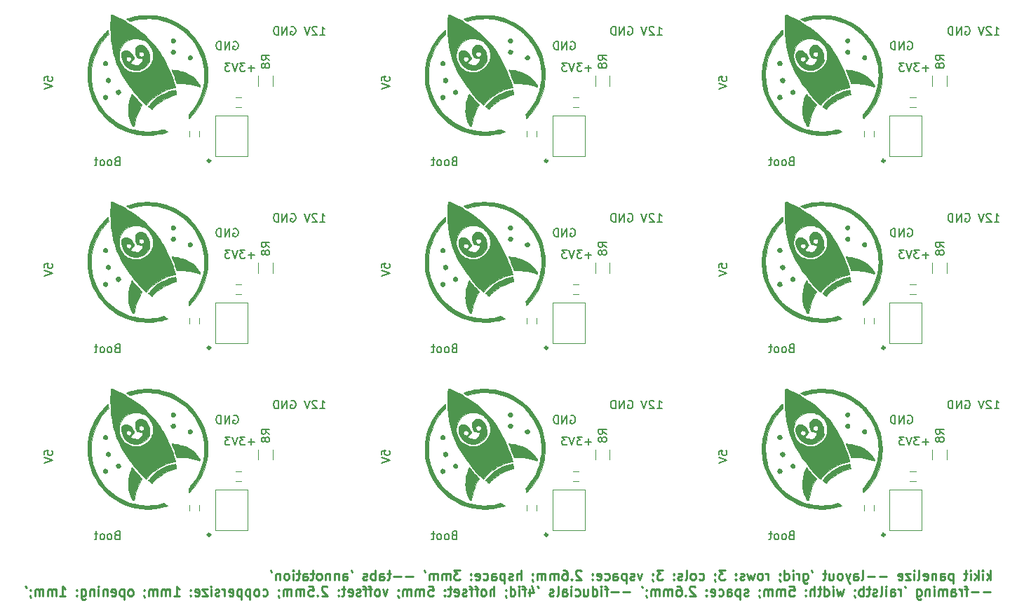
<source format=gbo>
%TF.GenerationSoftware,KiCad,Pcbnew,7.0.5*%
%TF.CreationDate,2023-06-23T14:23:01+02:00*%
%TF.ProjectId,candleLightfd-S01_3x3,63616e64-6c65-44c6-9967-687466642d53,R01*%
%TF.SameCoordinates,PX54d44f0PY5fbfb80*%
%TF.FileFunction,Legend,Bot*%
%TF.FilePolarity,Positive*%
%FSLAX46Y46*%
G04 Gerber Fmt 4.6, Leading zero omitted, Abs format (unit mm)*
G04 Created by KiCad (PCBNEW 7.0.5) date 2023-06-23 14:23:01*
%MOMM*%
%LPD*%
G01*
G04 APERTURE LIST*
%ADD10C,0.250000*%
%ADD11C,0.150000*%
%ADD12C,0.200000*%
%ADD13C,0.120000*%
%ADD14C,0.300000*%
%ADD15C,0.010000*%
G04 APERTURE END LIST*
D10*
X117361717Y3023858D02*
X117361717Y4223858D01*
X117252193Y3481000D02*
X116923622Y3023858D01*
X116923622Y3823858D02*
X117361717Y3366715D01*
X116430765Y3023858D02*
X116430765Y3823858D01*
X116430765Y4223858D02*
X116485527Y4166715D01*
X116485527Y4166715D02*
X116430765Y4109572D01*
X116430765Y4109572D02*
X116376003Y4166715D01*
X116376003Y4166715D02*
X116430765Y4223858D01*
X116430765Y4223858D02*
X116430765Y4109572D01*
X115883146Y3023858D02*
X115883146Y4223858D01*
X115773622Y3481000D02*
X115445051Y3023858D01*
X115445051Y3823858D02*
X115883146Y3366715D01*
X114952194Y3023858D02*
X114952194Y3823858D01*
X114952194Y4223858D02*
X115006956Y4166715D01*
X115006956Y4166715D02*
X114952194Y4109572D01*
X114952194Y4109572D02*
X114897432Y4166715D01*
X114897432Y4166715D02*
X114952194Y4223858D01*
X114952194Y4223858D02*
X114952194Y4109572D01*
X114568861Y3823858D02*
X114130765Y3823858D01*
X114404575Y4223858D02*
X114404575Y3195286D01*
X114404575Y3195286D02*
X114349813Y3081000D01*
X114349813Y3081000D02*
X114240289Y3023858D01*
X114240289Y3023858D02*
X114130765Y3023858D01*
X112871242Y3823858D02*
X112871242Y2623858D01*
X112871242Y3766715D02*
X112761718Y3823858D01*
X112761718Y3823858D02*
X112542671Y3823858D01*
X112542671Y3823858D02*
X112433147Y3766715D01*
X112433147Y3766715D02*
X112378385Y3709572D01*
X112378385Y3709572D02*
X112323623Y3595286D01*
X112323623Y3595286D02*
X112323623Y3252429D01*
X112323623Y3252429D02*
X112378385Y3138143D01*
X112378385Y3138143D02*
X112433147Y3081000D01*
X112433147Y3081000D02*
X112542671Y3023858D01*
X112542671Y3023858D02*
X112761718Y3023858D01*
X112761718Y3023858D02*
X112871242Y3081000D01*
X111337909Y3023858D02*
X111337909Y3652429D01*
X111337909Y3652429D02*
X111392671Y3766715D01*
X111392671Y3766715D02*
X111502195Y3823858D01*
X111502195Y3823858D02*
X111721242Y3823858D01*
X111721242Y3823858D02*
X111830766Y3766715D01*
X111337909Y3081000D02*
X111447433Y3023858D01*
X111447433Y3023858D02*
X111721242Y3023858D01*
X111721242Y3023858D02*
X111830766Y3081000D01*
X111830766Y3081000D02*
X111885528Y3195286D01*
X111885528Y3195286D02*
X111885528Y3309572D01*
X111885528Y3309572D02*
X111830766Y3423858D01*
X111830766Y3423858D02*
X111721242Y3481000D01*
X111721242Y3481000D02*
X111447433Y3481000D01*
X111447433Y3481000D02*
X111337909Y3538143D01*
X110790290Y3823858D02*
X110790290Y3023858D01*
X110790290Y3709572D02*
X110735528Y3766715D01*
X110735528Y3766715D02*
X110626004Y3823858D01*
X110626004Y3823858D02*
X110461719Y3823858D01*
X110461719Y3823858D02*
X110352195Y3766715D01*
X110352195Y3766715D02*
X110297433Y3652429D01*
X110297433Y3652429D02*
X110297433Y3023858D01*
X109311719Y3081000D02*
X109421243Y3023858D01*
X109421243Y3023858D02*
X109640290Y3023858D01*
X109640290Y3023858D02*
X109749814Y3081000D01*
X109749814Y3081000D02*
X109804576Y3195286D01*
X109804576Y3195286D02*
X109804576Y3652429D01*
X109804576Y3652429D02*
X109749814Y3766715D01*
X109749814Y3766715D02*
X109640290Y3823858D01*
X109640290Y3823858D02*
X109421243Y3823858D01*
X109421243Y3823858D02*
X109311719Y3766715D01*
X109311719Y3766715D02*
X109256957Y3652429D01*
X109256957Y3652429D02*
X109256957Y3538143D01*
X109256957Y3538143D02*
X109804576Y3423858D01*
X108599814Y3023858D02*
X108709338Y3081000D01*
X108709338Y3081000D02*
X108764100Y3195286D01*
X108764100Y3195286D02*
X108764100Y4223858D01*
X108161719Y3023858D02*
X108161719Y3823858D01*
X108161719Y4223858D02*
X108216481Y4166715D01*
X108216481Y4166715D02*
X108161719Y4109572D01*
X108161719Y4109572D02*
X108106957Y4166715D01*
X108106957Y4166715D02*
X108161719Y4223858D01*
X108161719Y4223858D02*
X108161719Y4109572D01*
X107723624Y3823858D02*
X107121243Y3823858D01*
X107121243Y3823858D02*
X107723624Y3023858D01*
X107723624Y3023858D02*
X107121243Y3023858D01*
X106245053Y3081000D02*
X106354577Y3023858D01*
X106354577Y3023858D02*
X106573624Y3023858D01*
X106573624Y3023858D02*
X106683148Y3081000D01*
X106683148Y3081000D02*
X106737910Y3195286D01*
X106737910Y3195286D02*
X106737910Y3652429D01*
X106737910Y3652429D02*
X106683148Y3766715D01*
X106683148Y3766715D02*
X106573624Y3823858D01*
X106573624Y3823858D02*
X106354577Y3823858D01*
X106354577Y3823858D02*
X106245053Y3766715D01*
X106245053Y3766715D02*
X106190291Y3652429D01*
X106190291Y3652429D02*
X106190291Y3538143D01*
X106190291Y3538143D02*
X106737910Y3423858D01*
X104821244Y3481000D02*
X103945054Y3481000D01*
X103397434Y3481000D02*
X102521244Y3481000D01*
X101809338Y3023858D02*
X101918862Y3081000D01*
X101918862Y3081000D02*
X101973624Y3195286D01*
X101973624Y3195286D02*
X101973624Y4223858D01*
X100878386Y3023858D02*
X100878386Y3652429D01*
X100878386Y3652429D02*
X100933148Y3766715D01*
X100933148Y3766715D02*
X101042672Y3823858D01*
X101042672Y3823858D02*
X101261719Y3823858D01*
X101261719Y3823858D02*
X101371243Y3766715D01*
X100878386Y3081000D02*
X100987910Y3023858D01*
X100987910Y3023858D02*
X101261719Y3023858D01*
X101261719Y3023858D02*
X101371243Y3081000D01*
X101371243Y3081000D02*
X101426005Y3195286D01*
X101426005Y3195286D02*
X101426005Y3309572D01*
X101426005Y3309572D02*
X101371243Y3423858D01*
X101371243Y3423858D02*
X101261719Y3481000D01*
X101261719Y3481000D02*
X100987910Y3481000D01*
X100987910Y3481000D02*
X100878386Y3538143D01*
X100440291Y3823858D02*
X100166481Y3023858D01*
X99892672Y3823858D02*
X100166481Y3023858D01*
X100166481Y3023858D02*
X100276005Y2738143D01*
X100276005Y2738143D02*
X100330767Y2681000D01*
X100330767Y2681000D02*
X100440291Y2623858D01*
X99290291Y3023858D02*
X99399815Y3081000D01*
X99399815Y3081000D02*
X99454577Y3138143D01*
X99454577Y3138143D02*
X99509339Y3252429D01*
X99509339Y3252429D02*
X99509339Y3595286D01*
X99509339Y3595286D02*
X99454577Y3709572D01*
X99454577Y3709572D02*
X99399815Y3766715D01*
X99399815Y3766715D02*
X99290291Y3823858D01*
X99290291Y3823858D02*
X99126006Y3823858D01*
X99126006Y3823858D02*
X99016482Y3766715D01*
X99016482Y3766715D02*
X98961720Y3709572D01*
X98961720Y3709572D02*
X98906958Y3595286D01*
X98906958Y3595286D02*
X98906958Y3252429D01*
X98906958Y3252429D02*
X98961720Y3138143D01*
X98961720Y3138143D02*
X99016482Y3081000D01*
X99016482Y3081000D02*
X99126006Y3023858D01*
X99126006Y3023858D02*
X99290291Y3023858D01*
X97921244Y3823858D02*
X97921244Y3023858D01*
X98414101Y3823858D02*
X98414101Y3195286D01*
X98414101Y3195286D02*
X98359339Y3081000D01*
X98359339Y3081000D02*
X98249815Y3023858D01*
X98249815Y3023858D02*
X98085530Y3023858D01*
X98085530Y3023858D02*
X97976006Y3081000D01*
X97976006Y3081000D02*
X97921244Y3138143D01*
X97537911Y3823858D02*
X97099815Y3823858D01*
X97373625Y4223858D02*
X97373625Y3195286D01*
X97373625Y3195286D02*
X97318863Y3081000D01*
X97318863Y3081000D02*
X97209339Y3023858D01*
X97209339Y3023858D02*
X97099815Y3023858D01*
X95785530Y4223858D02*
X95895054Y3995286D01*
X94799816Y3823858D02*
X94799816Y2852429D01*
X94799816Y2852429D02*
X94854578Y2738143D01*
X94854578Y2738143D02*
X94909340Y2681000D01*
X94909340Y2681000D02*
X95018863Y2623858D01*
X95018863Y2623858D02*
X95183149Y2623858D01*
X95183149Y2623858D02*
X95292673Y2681000D01*
X94799816Y3081000D02*
X94909340Y3023858D01*
X94909340Y3023858D02*
X95128387Y3023858D01*
X95128387Y3023858D02*
X95237911Y3081000D01*
X95237911Y3081000D02*
X95292673Y3138143D01*
X95292673Y3138143D02*
X95347435Y3252429D01*
X95347435Y3252429D02*
X95347435Y3595286D01*
X95347435Y3595286D02*
X95292673Y3709572D01*
X95292673Y3709572D02*
X95237911Y3766715D01*
X95237911Y3766715D02*
X95128387Y3823858D01*
X95128387Y3823858D02*
X94909340Y3823858D01*
X94909340Y3823858D02*
X94799816Y3766715D01*
X94252197Y3023858D02*
X94252197Y3823858D01*
X94252197Y3595286D02*
X94197435Y3709572D01*
X94197435Y3709572D02*
X94142673Y3766715D01*
X94142673Y3766715D02*
X94033149Y3823858D01*
X94033149Y3823858D02*
X93923626Y3823858D01*
X93540292Y3023858D02*
X93540292Y3823858D01*
X93540292Y4223858D02*
X93595054Y4166715D01*
X93595054Y4166715D02*
X93540292Y4109572D01*
X93540292Y4109572D02*
X93485530Y4166715D01*
X93485530Y4166715D02*
X93540292Y4223858D01*
X93540292Y4223858D02*
X93540292Y4109572D01*
X92499816Y3023858D02*
X92499816Y4223858D01*
X92499816Y3081000D02*
X92609340Y3023858D01*
X92609340Y3023858D02*
X92828387Y3023858D01*
X92828387Y3023858D02*
X92937911Y3081000D01*
X92937911Y3081000D02*
X92992673Y3138143D01*
X92992673Y3138143D02*
X93047435Y3252429D01*
X93047435Y3252429D02*
X93047435Y3595286D01*
X93047435Y3595286D02*
X92992673Y3709572D01*
X92992673Y3709572D02*
X92937911Y3766715D01*
X92937911Y3766715D02*
X92828387Y3823858D01*
X92828387Y3823858D02*
X92609340Y3823858D01*
X92609340Y3823858D02*
X92499816Y3766715D01*
X91897435Y3081000D02*
X91897435Y3023858D01*
X91897435Y3023858D02*
X91952197Y2909572D01*
X91952197Y2909572D02*
X92006959Y2852429D01*
X91952197Y3766715D02*
X91897435Y3709572D01*
X91897435Y3709572D02*
X91952197Y3652429D01*
X91952197Y3652429D02*
X92006959Y3709572D01*
X92006959Y3709572D02*
X91952197Y3766715D01*
X91952197Y3766715D02*
X91952197Y3652429D01*
X90528388Y3023858D02*
X90528388Y3823858D01*
X90528388Y3595286D02*
X90473626Y3709572D01*
X90473626Y3709572D02*
X90418864Y3766715D01*
X90418864Y3766715D02*
X90309340Y3823858D01*
X90309340Y3823858D02*
X90199817Y3823858D01*
X89652197Y3023858D02*
X89761721Y3081000D01*
X89761721Y3081000D02*
X89816483Y3138143D01*
X89816483Y3138143D02*
X89871245Y3252429D01*
X89871245Y3252429D02*
X89871245Y3595286D01*
X89871245Y3595286D02*
X89816483Y3709572D01*
X89816483Y3709572D02*
X89761721Y3766715D01*
X89761721Y3766715D02*
X89652197Y3823858D01*
X89652197Y3823858D02*
X89487912Y3823858D01*
X89487912Y3823858D02*
X89378388Y3766715D01*
X89378388Y3766715D02*
X89323626Y3709572D01*
X89323626Y3709572D02*
X89268864Y3595286D01*
X89268864Y3595286D02*
X89268864Y3252429D01*
X89268864Y3252429D02*
X89323626Y3138143D01*
X89323626Y3138143D02*
X89378388Y3081000D01*
X89378388Y3081000D02*
X89487912Y3023858D01*
X89487912Y3023858D02*
X89652197Y3023858D01*
X88885531Y3823858D02*
X88666483Y3023858D01*
X88666483Y3023858D02*
X88447436Y3595286D01*
X88447436Y3595286D02*
X88228388Y3023858D01*
X88228388Y3023858D02*
X88009340Y3823858D01*
X87626007Y3081000D02*
X87516483Y3023858D01*
X87516483Y3023858D02*
X87297435Y3023858D01*
X87297435Y3023858D02*
X87187912Y3081000D01*
X87187912Y3081000D02*
X87133150Y3195286D01*
X87133150Y3195286D02*
X87133150Y3252429D01*
X87133150Y3252429D02*
X87187912Y3366715D01*
X87187912Y3366715D02*
X87297435Y3423858D01*
X87297435Y3423858D02*
X87461721Y3423858D01*
X87461721Y3423858D02*
X87571245Y3481000D01*
X87571245Y3481000D02*
X87626007Y3595286D01*
X87626007Y3595286D02*
X87626007Y3652429D01*
X87626007Y3652429D02*
X87571245Y3766715D01*
X87571245Y3766715D02*
X87461721Y3823858D01*
X87461721Y3823858D02*
X87297435Y3823858D01*
X87297435Y3823858D02*
X87187912Y3766715D01*
X86640293Y3138143D02*
X86585531Y3081000D01*
X86585531Y3081000D02*
X86640293Y3023858D01*
X86640293Y3023858D02*
X86695055Y3081000D01*
X86695055Y3081000D02*
X86640293Y3138143D01*
X86640293Y3138143D02*
X86640293Y3023858D01*
X86640293Y3766715D02*
X86585531Y3709572D01*
X86585531Y3709572D02*
X86640293Y3652429D01*
X86640293Y3652429D02*
X86695055Y3709572D01*
X86695055Y3709572D02*
X86640293Y3766715D01*
X86640293Y3766715D02*
X86640293Y3652429D01*
X85326008Y4223858D02*
X84614103Y4223858D01*
X84614103Y4223858D02*
X84997436Y3766715D01*
X84997436Y3766715D02*
X84833151Y3766715D01*
X84833151Y3766715D02*
X84723627Y3709572D01*
X84723627Y3709572D02*
X84668865Y3652429D01*
X84668865Y3652429D02*
X84614103Y3538143D01*
X84614103Y3538143D02*
X84614103Y3252429D01*
X84614103Y3252429D02*
X84668865Y3138143D01*
X84668865Y3138143D02*
X84723627Y3081000D01*
X84723627Y3081000D02*
X84833151Y3023858D01*
X84833151Y3023858D02*
X85161722Y3023858D01*
X85161722Y3023858D02*
X85271246Y3081000D01*
X85271246Y3081000D02*
X85326008Y3138143D01*
X84066484Y3081000D02*
X84066484Y3023858D01*
X84066484Y3023858D02*
X84121246Y2909572D01*
X84121246Y2909572D02*
X84176008Y2852429D01*
X84121246Y3766715D02*
X84066484Y3709572D01*
X84066484Y3709572D02*
X84121246Y3652429D01*
X84121246Y3652429D02*
X84176008Y3709572D01*
X84176008Y3709572D02*
X84121246Y3766715D01*
X84121246Y3766715D02*
X84121246Y3652429D01*
X82204580Y3081000D02*
X82314104Y3023858D01*
X82314104Y3023858D02*
X82533151Y3023858D01*
X82533151Y3023858D02*
X82642675Y3081000D01*
X82642675Y3081000D02*
X82697437Y3138143D01*
X82697437Y3138143D02*
X82752199Y3252429D01*
X82752199Y3252429D02*
X82752199Y3595286D01*
X82752199Y3595286D02*
X82697437Y3709572D01*
X82697437Y3709572D02*
X82642675Y3766715D01*
X82642675Y3766715D02*
X82533151Y3823858D01*
X82533151Y3823858D02*
X82314104Y3823858D01*
X82314104Y3823858D02*
X82204580Y3766715D01*
X81547437Y3023858D02*
X81656961Y3081000D01*
X81656961Y3081000D02*
X81711723Y3138143D01*
X81711723Y3138143D02*
X81766485Y3252429D01*
X81766485Y3252429D02*
X81766485Y3595286D01*
X81766485Y3595286D02*
X81711723Y3709572D01*
X81711723Y3709572D02*
X81656961Y3766715D01*
X81656961Y3766715D02*
X81547437Y3823858D01*
X81547437Y3823858D02*
X81383152Y3823858D01*
X81383152Y3823858D02*
X81273628Y3766715D01*
X81273628Y3766715D02*
X81218866Y3709572D01*
X81218866Y3709572D02*
X81164104Y3595286D01*
X81164104Y3595286D02*
X81164104Y3252429D01*
X81164104Y3252429D02*
X81218866Y3138143D01*
X81218866Y3138143D02*
X81273628Y3081000D01*
X81273628Y3081000D02*
X81383152Y3023858D01*
X81383152Y3023858D02*
X81547437Y3023858D01*
X80506961Y3023858D02*
X80616485Y3081000D01*
X80616485Y3081000D02*
X80671247Y3195286D01*
X80671247Y3195286D02*
X80671247Y4223858D01*
X80123628Y3081000D02*
X80014104Y3023858D01*
X80014104Y3023858D02*
X79795056Y3023858D01*
X79795056Y3023858D02*
X79685533Y3081000D01*
X79685533Y3081000D02*
X79630771Y3195286D01*
X79630771Y3195286D02*
X79630771Y3252429D01*
X79630771Y3252429D02*
X79685533Y3366715D01*
X79685533Y3366715D02*
X79795056Y3423858D01*
X79795056Y3423858D02*
X79959342Y3423858D01*
X79959342Y3423858D02*
X80068866Y3481000D01*
X80068866Y3481000D02*
X80123628Y3595286D01*
X80123628Y3595286D02*
X80123628Y3652429D01*
X80123628Y3652429D02*
X80068866Y3766715D01*
X80068866Y3766715D02*
X79959342Y3823858D01*
X79959342Y3823858D02*
X79795056Y3823858D01*
X79795056Y3823858D02*
X79685533Y3766715D01*
X79137914Y3138143D02*
X79083152Y3081000D01*
X79083152Y3081000D02*
X79137914Y3023858D01*
X79137914Y3023858D02*
X79192676Y3081000D01*
X79192676Y3081000D02*
X79137914Y3138143D01*
X79137914Y3138143D02*
X79137914Y3023858D01*
X79137914Y3766715D02*
X79083152Y3709572D01*
X79083152Y3709572D02*
X79137914Y3652429D01*
X79137914Y3652429D02*
X79192676Y3709572D01*
X79192676Y3709572D02*
X79137914Y3766715D01*
X79137914Y3766715D02*
X79137914Y3652429D01*
X77823629Y4223858D02*
X77111724Y4223858D01*
X77111724Y4223858D02*
X77495057Y3766715D01*
X77495057Y3766715D02*
X77330772Y3766715D01*
X77330772Y3766715D02*
X77221248Y3709572D01*
X77221248Y3709572D02*
X77166486Y3652429D01*
X77166486Y3652429D02*
X77111724Y3538143D01*
X77111724Y3538143D02*
X77111724Y3252429D01*
X77111724Y3252429D02*
X77166486Y3138143D01*
X77166486Y3138143D02*
X77221248Y3081000D01*
X77221248Y3081000D02*
X77330772Y3023858D01*
X77330772Y3023858D02*
X77659343Y3023858D01*
X77659343Y3023858D02*
X77768867Y3081000D01*
X77768867Y3081000D02*
X77823629Y3138143D01*
X76564105Y3081000D02*
X76564105Y3023858D01*
X76564105Y3023858D02*
X76618867Y2909572D01*
X76618867Y2909572D02*
X76673629Y2852429D01*
X76618867Y3766715D02*
X76564105Y3709572D01*
X76564105Y3709572D02*
X76618867Y3652429D01*
X76618867Y3652429D02*
X76673629Y3709572D01*
X76673629Y3709572D02*
X76618867Y3766715D01*
X76618867Y3766715D02*
X76618867Y3652429D01*
X75304582Y3823858D02*
X75030772Y3023858D01*
X75030772Y3023858D02*
X74756963Y3823858D01*
X74373630Y3081000D02*
X74264106Y3023858D01*
X74264106Y3023858D02*
X74045058Y3023858D01*
X74045058Y3023858D02*
X73935535Y3081000D01*
X73935535Y3081000D02*
X73880773Y3195286D01*
X73880773Y3195286D02*
X73880773Y3252429D01*
X73880773Y3252429D02*
X73935535Y3366715D01*
X73935535Y3366715D02*
X74045058Y3423858D01*
X74045058Y3423858D02*
X74209344Y3423858D01*
X74209344Y3423858D02*
X74318868Y3481000D01*
X74318868Y3481000D02*
X74373630Y3595286D01*
X74373630Y3595286D02*
X74373630Y3652429D01*
X74373630Y3652429D02*
X74318868Y3766715D01*
X74318868Y3766715D02*
X74209344Y3823858D01*
X74209344Y3823858D02*
X74045058Y3823858D01*
X74045058Y3823858D02*
X73935535Y3766715D01*
X73387916Y3823858D02*
X73387916Y2623858D01*
X73387916Y3766715D02*
X73278392Y3823858D01*
X73278392Y3823858D02*
X73059345Y3823858D01*
X73059345Y3823858D02*
X72949821Y3766715D01*
X72949821Y3766715D02*
X72895059Y3709572D01*
X72895059Y3709572D02*
X72840297Y3595286D01*
X72840297Y3595286D02*
X72840297Y3252429D01*
X72840297Y3252429D02*
X72895059Y3138143D01*
X72895059Y3138143D02*
X72949821Y3081000D01*
X72949821Y3081000D02*
X73059345Y3023858D01*
X73059345Y3023858D02*
X73278392Y3023858D01*
X73278392Y3023858D02*
X73387916Y3081000D01*
X71854583Y3023858D02*
X71854583Y3652429D01*
X71854583Y3652429D02*
X71909345Y3766715D01*
X71909345Y3766715D02*
X72018869Y3823858D01*
X72018869Y3823858D02*
X72237916Y3823858D01*
X72237916Y3823858D02*
X72347440Y3766715D01*
X71854583Y3081000D02*
X71964107Y3023858D01*
X71964107Y3023858D02*
X72237916Y3023858D01*
X72237916Y3023858D02*
X72347440Y3081000D01*
X72347440Y3081000D02*
X72402202Y3195286D01*
X72402202Y3195286D02*
X72402202Y3309572D01*
X72402202Y3309572D02*
X72347440Y3423858D01*
X72347440Y3423858D02*
X72237916Y3481000D01*
X72237916Y3481000D02*
X71964107Y3481000D01*
X71964107Y3481000D02*
X71854583Y3538143D01*
X70814107Y3081000D02*
X70923631Y3023858D01*
X70923631Y3023858D02*
X71142678Y3023858D01*
X71142678Y3023858D02*
X71252202Y3081000D01*
X71252202Y3081000D02*
X71306964Y3138143D01*
X71306964Y3138143D02*
X71361726Y3252429D01*
X71361726Y3252429D02*
X71361726Y3595286D01*
X71361726Y3595286D02*
X71306964Y3709572D01*
X71306964Y3709572D02*
X71252202Y3766715D01*
X71252202Y3766715D02*
X71142678Y3823858D01*
X71142678Y3823858D02*
X70923631Y3823858D01*
X70923631Y3823858D02*
X70814107Y3766715D01*
X69883155Y3081000D02*
X69992679Y3023858D01*
X69992679Y3023858D02*
X70211726Y3023858D01*
X70211726Y3023858D02*
X70321250Y3081000D01*
X70321250Y3081000D02*
X70376012Y3195286D01*
X70376012Y3195286D02*
X70376012Y3652429D01*
X70376012Y3652429D02*
X70321250Y3766715D01*
X70321250Y3766715D02*
X70211726Y3823858D01*
X70211726Y3823858D02*
X69992679Y3823858D01*
X69992679Y3823858D02*
X69883155Y3766715D01*
X69883155Y3766715D02*
X69828393Y3652429D01*
X69828393Y3652429D02*
X69828393Y3538143D01*
X69828393Y3538143D02*
X70376012Y3423858D01*
X69335536Y3138143D02*
X69280774Y3081000D01*
X69280774Y3081000D02*
X69335536Y3023858D01*
X69335536Y3023858D02*
X69390298Y3081000D01*
X69390298Y3081000D02*
X69335536Y3138143D01*
X69335536Y3138143D02*
X69335536Y3023858D01*
X69335536Y3766715D02*
X69280774Y3709572D01*
X69280774Y3709572D02*
X69335536Y3652429D01*
X69335536Y3652429D02*
X69390298Y3709572D01*
X69390298Y3709572D02*
X69335536Y3766715D01*
X69335536Y3766715D02*
X69335536Y3652429D01*
X67966489Y4109572D02*
X67911727Y4166715D01*
X67911727Y4166715D02*
X67802203Y4223858D01*
X67802203Y4223858D02*
X67528394Y4223858D01*
X67528394Y4223858D02*
X67418870Y4166715D01*
X67418870Y4166715D02*
X67364108Y4109572D01*
X67364108Y4109572D02*
X67309346Y3995286D01*
X67309346Y3995286D02*
X67309346Y3881000D01*
X67309346Y3881000D02*
X67364108Y3709572D01*
X67364108Y3709572D02*
X68021251Y3023858D01*
X68021251Y3023858D02*
X67309346Y3023858D01*
X66816489Y3138143D02*
X66761727Y3081000D01*
X66761727Y3081000D02*
X66816489Y3023858D01*
X66816489Y3023858D02*
X66871251Y3081000D01*
X66871251Y3081000D02*
X66816489Y3138143D01*
X66816489Y3138143D02*
X66816489Y3023858D01*
X65776013Y4223858D02*
X65995060Y4223858D01*
X65995060Y4223858D02*
X66104584Y4166715D01*
X66104584Y4166715D02*
X66159346Y4109572D01*
X66159346Y4109572D02*
X66268870Y3938143D01*
X66268870Y3938143D02*
X66323632Y3709572D01*
X66323632Y3709572D02*
X66323632Y3252429D01*
X66323632Y3252429D02*
X66268870Y3138143D01*
X66268870Y3138143D02*
X66214108Y3081000D01*
X66214108Y3081000D02*
X66104584Y3023858D01*
X66104584Y3023858D02*
X65885537Y3023858D01*
X65885537Y3023858D02*
X65776013Y3081000D01*
X65776013Y3081000D02*
X65721251Y3138143D01*
X65721251Y3138143D02*
X65666489Y3252429D01*
X65666489Y3252429D02*
X65666489Y3538143D01*
X65666489Y3538143D02*
X65721251Y3652429D01*
X65721251Y3652429D02*
X65776013Y3709572D01*
X65776013Y3709572D02*
X65885537Y3766715D01*
X65885537Y3766715D02*
X66104584Y3766715D01*
X66104584Y3766715D02*
X66214108Y3709572D01*
X66214108Y3709572D02*
X66268870Y3652429D01*
X66268870Y3652429D02*
X66323632Y3538143D01*
X65173632Y3023858D02*
X65173632Y3823858D01*
X65173632Y3709572D02*
X65118870Y3766715D01*
X65118870Y3766715D02*
X65009346Y3823858D01*
X65009346Y3823858D02*
X64845061Y3823858D01*
X64845061Y3823858D02*
X64735537Y3766715D01*
X64735537Y3766715D02*
X64680775Y3652429D01*
X64680775Y3652429D02*
X64680775Y3023858D01*
X64680775Y3652429D02*
X64626013Y3766715D01*
X64626013Y3766715D02*
X64516489Y3823858D01*
X64516489Y3823858D02*
X64352203Y3823858D01*
X64352203Y3823858D02*
X64242680Y3766715D01*
X64242680Y3766715D02*
X64187918Y3652429D01*
X64187918Y3652429D02*
X64187918Y3023858D01*
X63640299Y3023858D02*
X63640299Y3823858D01*
X63640299Y3709572D02*
X63585537Y3766715D01*
X63585537Y3766715D02*
X63476013Y3823858D01*
X63476013Y3823858D02*
X63311728Y3823858D01*
X63311728Y3823858D02*
X63202204Y3766715D01*
X63202204Y3766715D02*
X63147442Y3652429D01*
X63147442Y3652429D02*
X63147442Y3023858D01*
X63147442Y3652429D02*
X63092680Y3766715D01*
X63092680Y3766715D02*
X62983156Y3823858D01*
X62983156Y3823858D02*
X62818870Y3823858D01*
X62818870Y3823858D02*
X62709347Y3766715D01*
X62709347Y3766715D02*
X62654585Y3652429D01*
X62654585Y3652429D02*
X62654585Y3023858D01*
X62052204Y3081000D02*
X62052204Y3023858D01*
X62052204Y3023858D02*
X62106966Y2909572D01*
X62106966Y2909572D02*
X62161728Y2852429D01*
X62106966Y3766715D02*
X62052204Y3709572D01*
X62052204Y3709572D02*
X62106966Y3652429D01*
X62106966Y3652429D02*
X62161728Y3709572D01*
X62161728Y3709572D02*
X62106966Y3766715D01*
X62106966Y3766715D02*
X62106966Y3652429D01*
X60683157Y3023858D02*
X60683157Y4223858D01*
X60190300Y3023858D02*
X60190300Y3652429D01*
X60190300Y3652429D02*
X60245062Y3766715D01*
X60245062Y3766715D02*
X60354586Y3823858D01*
X60354586Y3823858D02*
X60518871Y3823858D01*
X60518871Y3823858D02*
X60628395Y3766715D01*
X60628395Y3766715D02*
X60683157Y3709572D01*
X59697443Y3081000D02*
X59587919Y3023858D01*
X59587919Y3023858D02*
X59368871Y3023858D01*
X59368871Y3023858D02*
X59259348Y3081000D01*
X59259348Y3081000D02*
X59204586Y3195286D01*
X59204586Y3195286D02*
X59204586Y3252429D01*
X59204586Y3252429D02*
X59259348Y3366715D01*
X59259348Y3366715D02*
X59368871Y3423858D01*
X59368871Y3423858D02*
X59533157Y3423858D01*
X59533157Y3423858D02*
X59642681Y3481000D01*
X59642681Y3481000D02*
X59697443Y3595286D01*
X59697443Y3595286D02*
X59697443Y3652429D01*
X59697443Y3652429D02*
X59642681Y3766715D01*
X59642681Y3766715D02*
X59533157Y3823858D01*
X59533157Y3823858D02*
X59368871Y3823858D01*
X59368871Y3823858D02*
X59259348Y3766715D01*
X58711729Y3823858D02*
X58711729Y2623858D01*
X58711729Y3766715D02*
X58602205Y3823858D01*
X58602205Y3823858D02*
X58383158Y3823858D01*
X58383158Y3823858D02*
X58273634Y3766715D01*
X58273634Y3766715D02*
X58218872Y3709572D01*
X58218872Y3709572D02*
X58164110Y3595286D01*
X58164110Y3595286D02*
X58164110Y3252429D01*
X58164110Y3252429D02*
X58218872Y3138143D01*
X58218872Y3138143D02*
X58273634Y3081000D01*
X58273634Y3081000D02*
X58383158Y3023858D01*
X58383158Y3023858D02*
X58602205Y3023858D01*
X58602205Y3023858D02*
X58711729Y3081000D01*
X57178396Y3023858D02*
X57178396Y3652429D01*
X57178396Y3652429D02*
X57233158Y3766715D01*
X57233158Y3766715D02*
X57342682Y3823858D01*
X57342682Y3823858D02*
X57561729Y3823858D01*
X57561729Y3823858D02*
X57671253Y3766715D01*
X57178396Y3081000D02*
X57287920Y3023858D01*
X57287920Y3023858D02*
X57561729Y3023858D01*
X57561729Y3023858D02*
X57671253Y3081000D01*
X57671253Y3081000D02*
X57726015Y3195286D01*
X57726015Y3195286D02*
X57726015Y3309572D01*
X57726015Y3309572D02*
X57671253Y3423858D01*
X57671253Y3423858D02*
X57561729Y3481000D01*
X57561729Y3481000D02*
X57287920Y3481000D01*
X57287920Y3481000D02*
X57178396Y3538143D01*
X56137920Y3081000D02*
X56247444Y3023858D01*
X56247444Y3023858D02*
X56466491Y3023858D01*
X56466491Y3023858D02*
X56576015Y3081000D01*
X56576015Y3081000D02*
X56630777Y3138143D01*
X56630777Y3138143D02*
X56685539Y3252429D01*
X56685539Y3252429D02*
X56685539Y3595286D01*
X56685539Y3595286D02*
X56630777Y3709572D01*
X56630777Y3709572D02*
X56576015Y3766715D01*
X56576015Y3766715D02*
X56466491Y3823858D01*
X56466491Y3823858D02*
X56247444Y3823858D01*
X56247444Y3823858D02*
X56137920Y3766715D01*
X55206968Y3081000D02*
X55316492Y3023858D01*
X55316492Y3023858D02*
X55535539Y3023858D01*
X55535539Y3023858D02*
X55645063Y3081000D01*
X55645063Y3081000D02*
X55699825Y3195286D01*
X55699825Y3195286D02*
X55699825Y3652429D01*
X55699825Y3652429D02*
X55645063Y3766715D01*
X55645063Y3766715D02*
X55535539Y3823858D01*
X55535539Y3823858D02*
X55316492Y3823858D01*
X55316492Y3823858D02*
X55206968Y3766715D01*
X55206968Y3766715D02*
X55152206Y3652429D01*
X55152206Y3652429D02*
X55152206Y3538143D01*
X55152206Y3538143D02*
X55699825Y3423858D01*
X54659349Y3138143D02*
X54604587Y3081000D01*
X54604587Y3081000D02*
X54659349Y3023858D01*
X54659349Y3023858D02*
X54714111Y3081000D01*
X54714111Y3081000D02*
X54659349Y3138143D01*
X54659349Y3138143D02*
X54659349Y3023858D01*
X54659349Y3766715D02*
X54604587Y3709572D01*
X54604587Y3709572D02*
X54659349Y3652429D01*
X54659349Y3652429D02*
X54714111Y3709572D01*
X54714111Y3709572D02*
X54659349Y3766715D01*
X54659349Y3766715D02*
X54659349Y3652429D01*
X53345064Y4223858D02*
X52633159Y4223858D01*
X52633159Y4223858D02*
X53016492Y3766715D01*
X53016492Y3766715D02*
X52852207Y3766715D01*
X52852207Y3766715D02*
X52742683Y3709572D01*
X52742683Y3709572D02*
X52687921Y3652429D01*
X52687921Y3652429D02*
X52633159Y3538143D01*
X52633159Y3538143D02*
X52633159Y3252429D01*
X52633159Y3252429D02*
X52687921Y3138143D01*
X52687921Y3138143D02*
X52742683Y3081000D01*
X52742683Y3081000D02*
X52852207Y3023858D01*
X52852207Y3023858D02*
X53180778Y3023858D01*
X53180778Y3023858D02*
X53290302Y3081000D01*
X53290302Y3081000D02*
X53345064Y3138143D01*
X52140302Y3023858D02*
X52140302Y3823858D01*
X52140302Y3709572D02*
X52085540Y3766715D01*
X52085540Y3766715D02*
X51976016Y3823858D01*
X51976016Y3823858D02*
X51811731Y3823858D01*
X51811731Y3823858D02*
X51702207Y3766715D01*
X51702207Y3766715D02*
X51647445Y3652429D01*
X51647445Y3652429D02*
X51647445Y3023858D01*
X51647445Y3652429D02*
X51592683Y3766715D01*
X51592683Y3766715D02*
X51483159Y3823858D01*
X51483159Y3823858D02*
X51318873Y3823858D01*
X51318873Y3823858D02*
X51209350Y3766715D01*
X51209350Y3766715D02*
X51154588Y3652429D01*
X51154588Y3652429D02*
X51154588Y3023858D01*
X50606969Y3023858D02*
X50606969Y3823858D01*
X50606969Y3709572D02*
X50552207Y3766715D01*
X50552207Y3766715D02*
X50442683Y3823858D01*
X50442683Y3823858D02*
X50278398Y3823858D01*
X50278398Y3823858D02*
X50168874Y3766715D01*
X50168874Y3766715D02*
X50114112Y3652429D01*
X50114112Y3652429D02*
X50114112Y3023858D01*
X50114112Y3652429D02*
X50059350Y3766715D01*
X50059350Y3766715D02*
X49949826Y3823858D01*
X49949826Y3823858D02*
X49785540Y3823858D01*
X49785540Y3823858D02*
X49676017Y3766715D01*
X49676017Y3766715D02*
X49621255Y3652429D01*
X49621255Y3652429D02*
X49621255Y3023858D01*
X49018874Y4223858D02*
X49128398Y3995286D01*
X47649827Y3481000D02*
X46773637Y3481000D01*
X46226017Y3481000D02*
X45349827Y3481000D01*
X44966493Y3823858D02*
X44528397Y3823858D01*
X44802207Y4223858D02*
X44802207Y3195286D01*
X44802207Y3195286D02*
X44747445Y3081000D01*
X44747445Y3081000D02*
X44637921Y3023858D01*
X44637921Y3023858D02*
X44528397Y3023858D01*
X43652207Y3023858D02*
X43652207Y3652429D01*
X43652207Y3652429D02*
X43706969Y3766715D01*
X43706969Y3766715D02*
X43816493Y3823858D01*
X43816493Y3823858D02*
X44035540Y3823858D01*
X44035540Y3823858D02*
X44145064Y3766715D01*
X43652207Y3081000D02*
X43761731Y3023858D01*
X43761731Y3023858D02*
X44035540Y3023858D01*
X44035540Y3023858D02*
X44145064Y3081000D01*
X44145064Y3081000D02*
X44199826Y3195286D01*
X44199826Y3195286D02*
X44199826Y3309572D01*
X44199826Y3309572D02*
X44145064Y3423858D01*
X44145064Y3423858D02*
X44035540Y3481000D01*
X44035540Y3481000D02*
X43761731Y3481000D01*
X43761731Y3481000D02*
X43652207Y3538143D01*
X43104588Y3023858D02*
X43104588Y4223858D01*
X43104588Y3766715D02*
X42995064Y3823858D01*
X42995064Y3823858D02*
X42776017Y3823858D01*
X42776017Y3823858D02*
X42666493Y3766715D01*
X42666493Y3766715D02*
X42611731Y3709572D01*
X42611731Y3709572D02*
X42556969Y3595286D01*
X42556969Y3595286D02*
X42556969Y3252429D01*
X42556969Y3252429D02*
X42611731Y3138143D01*
X42611731Y3138143D02*
X42666493Y3081000D01*
X42666493Y3081000D02*
X42776017Y3023858D01*
X42776017Y3023858D02*
X42995064Y3023858D01*
X42995064Y3023858D02*
X43104588Y3081000D01*
X42118874Y3081000D02*
X42009350Y3023858D01*
X42009350Y3023858D02*
X41790302Y3023858D01*
X41790302Y3023858D02*
X41680779Y3081000D01*
X41680779Y3081000D02*
X41626017Y3195286D01*
X41626017Y3195286D02*
X41626017Y3252429D01*
X41626017Y3252429D02*
X41680779Y3366715D01*
X41680779Y3366715D02*
X41790302Y3423858D01*
X41790302Y3423858D02*
X41954588Y3423858D01*
X41954588Y3423858D02*
X42064112Y3481000D01*
X42064112Y3481000D02*
X42118874Y3595286D01*
X42118874Y3595286D02*
X42118874Y3652429D01*
X42118874Y3652429D02*
X42064112Y3766715D01*
X42064112Y3766715D02*
X41954588Y3823858D01*
X41954588Y3823858D02*
X41790302Y3823858D01*
X41790302Y3823858D02*
X41680779Y3766715D01*
X40202208Y4223858D02*
X40311732Y3995286D01*
X39216494Y3023858D02*
X39216494Y3652429D01*
X39216494Y3652429D02*
X39271256Y3766715D01*
X39271256Y3766715D02*
X39380780Y3823858D01*
X39380780Y3823858D02*
X39599827Y3823858D01*
X39599827Y3823858D02*
X39709351Y3766715D01*
X39216494Y3081000D02*
X39326018Y3023858D01*
X39326018Y3023858D02*
X39599827Y3023858D01*
X39599827Y3023858D02*
X39709351Y3081000D01*
X39709351Y3081000D02*
X39764113Y3195286D01*
X39764113Y3195286D02*
X39764113Y3309572D01*
X39764113Y3309572D02*
X39709351Y3423858D01*
X39709351Y3423858D02*
X39599827Y3481000D01*
X39599827Y3481000D02*
X39326018Y3481000D01*
X39326018Y3481000D02*
X39216494Y3538143D01*
X38668875Y3823858D02*
X38668875Y3023858D01*
X38668875Y3709572D02*
X38614113Y3766715D01*
X38614113Y3766715D02*
X38504589Y3823858D01*
X38504589Y3823858D02*
X38340304Y3823858D01*
X38340304Y3823858D02*
X38230780Y3766715D01*
X38230780Y3766715D02*
X38176018Y3652429D01*
X38176018Y3652429D02*
X38176018Y3023858D01*
X37628399Y3823858D02*
X37628399Y3023858D01*
X37628399Y3709572D02*
X37573637Y3766715D01*
X37573637Y3766715D02*
X37464113Y3823858D01*
X37464113Y3823858D02*
X37299828Y3823858D01*
X37299828Y3823858D02*
X37190304Y3766715D01*
X37190304Y3766715D02*
X37135542Y3652429D01*
X37135542Y3652429D02*
X37135542Y3023858D01*
X36423637Y3023858D02*
X36533161Y3081000D01*
X36533161Y3081000D02*
X36587923Y3138143D01*
X36587923Y3138143D02*
X36642685Y3252429D01*
X36642685Y3252429D02*
X36642685Y3595286D01*
X36642685Y3595286D02*
X36587923Y3709572D01*
X36587923Y3709572D02*
X36533161Y3766715D01*
X36533161Y3766715D02*
X36423637Y3823858D01*
X36423637Y3823858D02*
X36259352Y3823858D01*
X36259352Y3823858D02*
X36149828Y3766715D01*
X36149828Y3766715D02*
X36095066Y3709572D01*
X36095066Y3709572D02*
X36040304Y3595286D01*
X36040304Y3595286D02*
X36040304Y3252429D01*
X36040304Y3252429D02*
X36095066Y3138143D01*
X36095066Y3138143D02*
X36149828Y3081000D01*
X36149828Y3081000D02*
X36259352Y3023858D01*
X36259352Y3023858D02*
X36423637Y3023858D01*
X35711733Y3823858D02*
X35273637Y3823858D01*
X35547447Y4223858D02*
X35547447Y3195286D01*
X35547447Y3195286D02*
X35492685Y3081000D01*
X35492685Y3081000D02*
X35383161Y3023858D01*
X35383161Y3023858D02*
X35273637Y3023858D01*
X34397447Y3023858D02*
X34397447Y3652429D01*
X34397447Y3652429D02*
X34452209Y3766715D01*
X34452209Y3766715D02*
X34561733Y3823858D01*
X34561733Y3823858D02*
X34780780Y3823858D01*
X34780780Y3823858D02*
X34890304Y3766715D01*
X34397447Y3081000D02*
X34506971Y3023858D01*
X34506971Y3023858D02*
X34780780Y3023858D01*
X34780780Y3023858D02*
X34890304Y3081000D01*
X34890304Y3081000D02*
X34945066Y3195286D01*
X34945066Y3195286D02*
X34945066Y3309572D01*
X34945066Y3309572D02*
X34890304Y3423858D01*
X34890304Y3423858D02*
X34780780Y3481000D01*
X34780780Y3481000D02*
X34506971Y3481000D01*
X34506971Y3481000D02*
X34397447Y3538143D01*
X34014114Y3823858D02*
X33576018Y3823858D01*
X33849828Y4223858D02*
X33849828Y3195286D01*
X33849828Y3195286D02*
X33795066Y3081000D01*
X33795066Y3081000D02*
X33685542Y3023858D01*
X33685542Y3023858D02*
X33576018Y3023858D01*
X33192685Y3023858D02*
X33192685Y3823858D01*
X33192685Y4223858D02*
X33247447Y4166715D01*
X33247447Y4166715D02*
X33192685Y4109572D01*
X33192685Y4109572D02*
X33137923Y4166715D01*
X33137923Y4166715D02*
X33192685Y4223858D01*
X33192685Y4223858D02*
X33192685Y4109572D01*
X32480780Y3023858D02*
X32590304Y3081000D01*
X32590304Y3081000D02*
X32645066Y3138143D01*
X32645066Y3138143D02*
X32699828Y3252429D01*
X32699828Y3252429D02*
X32699828Y3595286D01*
X32699828Y3595286D02*
X32645066Y3709572D01*
X32645066Y3709572D02*
X32590304Y3766715D01*
X32590304Y3766715D02*
X32480780Y3823858D01*
X32480780Y3823858D02*
X32316495Y3823858D01*
X32316495Y3823858D02*
X32206971Y3766715D01*
X32206971Y3766715D02*
X32152209Y3709572D01*
X32152209Y3709572D02*
X32097447Y3595286D01*
X32097447Y3595286D02*
X32097447Y3252429D01*
X32097447Y3252429D02*
X32152209Y3138143D01*
X32152209Y3138143D02*
X32206971Y3081000D01*
X32206971Y3081000D02*
X32316495Y3023858D01*
X32316495Y3023858D02*
X32480780Y3023858D01*
X31604590Y3823858D02*
X31604590Y3023858D01*
X31604590Y3709572D02*
X31549828Y3766715D01*
X31549828Y3766715D02*
X31440304Y3823858D01*
X31440304Y3823858D02*
X31276019Y3823858D01*
X31276019Y3823858D02*
X31166495Y3766715D01*
X31166495Y3766715D02*
X31111733Y3652429D01*
X31111733Y3652429D02*
X31111733Y3023858D01*
X30509352Y4223858D02*
X30618876Y3995286D01*
X117361717Y1549000D02*
X116485527Y1549000D01*
X115937907Y1549000D02*
X115061717Y1549000D01*
X114678383Y1891858D02*
X114240287Y1891858D01*
X114514097Y1091858D02*
X114514097Y2120429D01*
X114514097Y2120429D02*
X114459335Y2234715D01*
X114459335Y2234715D02*
X114349811Y2291858D01*
X114349811Y2291858D02*
X114240287Y2291858D01*
X113856954Y1091858D02*
X113856954Y1891858D01*
X113856954Y1663286D02*
X113802192Y1777572D01*
X113802192Y1777572D02*
X113747430Y1834715D01*
X113747430Y1834715D02*
X113637906Y1891858D01*
X113637906Y1891858D02*
X113528383Y1891858D01*
X112652192Y1091858D02*
X112652192Y1720429D01*
X112652192Y1720429D02*
X112706954Y1834715D01*
X112706954Y1834715D02*
X112816478Y1891858D01*
X112816478Y1891858D02*
X113035525Y1891858D01*
X113035525Y1891858D02*
X113145049Y1834715D01*
X112652192Y1149000D02*
X112761716Y1091858D01*
X112761716Y1091858D02*
X113035525Y1091858D01*
X113035525Y1091858D02*
X113145049Y1149000D01*
X113145049Y1149000D02*
X113199811Y1263286D01*
X113199811Y1263286D02*
X113199811Y1377572D01*
X113199811Y1377572D02*
X113145049Y1491858D01*
X113145049Y1491858D02*
X113035525Y1549000D01*
X113035525Y1549000D02*
X112761716Y1549000D01*
X112761716Y1549000D02*
X112652192Y1606143D01*
X112104573Y1091858D02*
X112104573Y1891858D01*
X112104573Y1777572D02*
X112049811Y1834715D01*
X112049811Y1834715D02*
X111940287Y1891858D01*
X111940287Y1891858D02*
X111776002Y1891858D01*
X111776002Y1891858D02*
X111666478Y1834715D01*
X111666478Y1834715D02*
X111611716Y1720429D01*
X111611716Y1720429D02*
X111611716Y1091858D01*
X111611716Y1720429D02*
X111556954Y1834715D01*
X111556954Y1834715D02*
X111447430Y1891858D01*
X111447430Y1891858D02*
X111283144Y1891858D01*
X111283144Y1891858D02*
X111173621Y1834715D01*
X111173621Y1834715D02*
X111118859Y1720429D01*
X111118859Y1720429D02*
X111118859Y1091858D01*
X110571240Y1091858D02*
X110571240Y1891858D01*
X110571240Y2291858D02*
X110626002Y2234715D01*
X110626002Y2234715D02*
X110571240Y2177572D01*
X110571240Y2177572D02*
X110516478Y2234715D01*
X110516478Y2234715D02*
X110571240Y2291858D01*
X110571240Y2291858D02*
X110571240Y2177572D01*
X110023621Y1891858D02*
X110023621Y1091858D01*
X110023621Y1777572D02*
X109968859Y1834715D01*
X109968859Y1834715D02*
X109859335Y1891858D01*
X109859335Y1891858D02*
X109695050Y1891858D01*
X109695050Y1891858D02*
X109585526Y1834715D01*
X109585526Y1834715D02*
X109530764Y1720429D01*
X109530764Y1720429D02*
X109530764Y1091858D01*
X108490288Y1891858D02*
X108490288Y920429D01*
X108490288Y920429D02*
X108545050Y806143D01*
X108545050Y806143D02*
X108599812Y749000D01*
X108599812Y749000D02*
X108709335Y691858D01*
X108709335Y691858D02*
X108873621Y691858D01*
X108873621Y691858D02*
X108983145Y749000D01*
X108490288Y1149000D02*
X108599812Y1091858D01*
X108599812Y1091858D02*
X108818859Y1091858D01*
X108818859Y1091858D02*
X108928383Y1149000D01*
X108928383Y1149000D02*
X108983145Y1206143D01*
X108983145Y1206143D02*
X109037907Y1320429D01*
X109037907Y1320429D02*
X109037907Y1663286D01*
X109037907Y1663286D02*
X108983145Y1777572D01*
X108983145Y1777572D02*
X108928383Y1834715D01*
X108928383Y1834715D02*
X108818859Y1891858D01*
X108818859Y1891858D02*
X108599812Y1891858D01*
X108599812Y1891858D02*
X108490288Y1834715D01*
X107011717Y2291858D02*
X107121241Y2063286D01*
X106518860Y1091858D02*
X106518860Y1891858D01*
X106518860Y1663286D02*
X106464098Y1777572D01*
X106464098Y1777572D02*
X106409336Y1834715D01*
X106409336Y1834715D02*
X106299812Y1891858D01*
X106299812Y1891858D02*
X106190289Y1891858D01*
X105314098Y1091858D02*
X105314098Y1720429D01*
X105314098Y1720429D02*
X105368860Y1834715D01*
X105368860Y1834715D02*
X105478384Y1891858D01*
X105478384Y1891858D02*
X105697431Y1891858D01*
X105697431Y1891858D02*
X105806955Y1834715D01*
X105314098Y1149000D02*
X105423622Y1091858D01*
X105423622Y1091858D02*
X105697431Y1091858D01*
X105697431Y1091858D02*
X105806955Y1149000D01*
X105806955Y1149000D02*
X105861717Y1263286D01*
X105861717Y1263286D02*
X105861717Y1377572D01*
X105861717Y1377572D02*
X105806955Y1491858D01*
X105806955Y1491858D02*
X105697431Y1549000D01*
X105697431Y1549000D02*
X105423622Y1549000D01*
X105423622Y1549000D02*
X105314098Y1606143D01*
X104766479Y1091858D02*
X104766479Y1891858D01*
X104766479Y2291858D02*
X104821241Y2234715D01*
X104821241Y2234715D02*
X104766479Y2177572D01*
X104766479Y2177572D02*
X104711717Y2234715D01*
X104711717Y2234715D02*
X104766479Y2291858D01*
X104766479Y2291858D02*
X104766479Y2177572D01*
X104054574Y1091858D02*
X104164098Y1149000D01*
X104164098Y1149000D02*
X104218860Y1263286D01*
X104218860Y1263286D02*
X104218860Y2291858D01*
X103671241Y1149000D02*
X103561717Y1091858D01*
X103561717Y1091858D02*
X103342669Y1091858D01*
X103342669Y1091858D02*
X103233146Y1149000D01*
X103233146Y1149000D02*
X103178384Y1263286D01*
X103178384Y1263286D02*
X103178384Y1320429D01*
X103178384Y1320429D02*
X103233146Y1434715D01*
X103233146Y1434715D02*
X103342669Y1491858D01*
X103342669Y1491858D02*
X103506955Y1491858D01*
X103506955Y1491858D02*
X103616479Y1549000D01*
X103616479Y1549000D02*
X103671241Y1663286D01*
X103671241Y1663286D02*
X103671241Y1720429D01*
X103671241Y1720429D02*
X103616479Y1834715D01*
X103616479Y1834715D02*
X103506955Y1891858D01*
X103506955Y1891858D02*
X103342669Y1891858D01*
X103342669Y1891858D02*
X103233146Y1834715D01*
X102849813Y1891858D02*
X102411717Y1891858D01*
X102685527Y2291858D02*
X102685527Y1263286D01*
X102685527Y1263286D02*
X102630765Y1149000D01*
X102630765Y1149000D02*
X102521241Y1091858D01*
X102521241Y1091858D02*
X102411717Y1091858D01*
X102028384Y1091858D02*
X102028384Y2291858D01*
X102028384Y1834715D02*
X101918860Y1891858D01*
X101918860Y1891858D02*
X101699813Y1891858D01*
X101699813Y1891858D02*
X101590289Y1834715D01*
X101590289Y1834715D02*
X101535527Y1777572D01*
X101535527Y1777572D02*
X101480765Y1663286D01*
X101480765Y1663286D02*
X101480765Y1320429D01*
X101480765Y1320429D02*
X101535527Y1206143D01*
X101535527Y1206143D02*
X101590289Y1149000D01*
X101590289Y1149000D02*
X101699813Y1091858D01*
X101699813Y1091858D02*
X101918860Y1091858D01*
X101918860Y1091858D02*
X102028384Y1149000D01*
X100933146Y1149000D02*
X100933146Y1091858D01*
X100933146Y1091858D02*
X100987908Y977572D01*
X100987908Y977572D02*
X101042670Y920429D01*
X100987908Y1834715D02*
X100933146Y1777572D01*
X100933146Y1777572D02*
X100987908Y1720429D01*
X100987908Y1720429D02*
X101042670Y1777572D01*
X101042670Y1777572D02*
X100987908Y1834715D01*
X100987908Y1834715D02*
X100987908Y1720429D01*
X99673623Y1891858D02*
X99454575Y1091858D01*
X99454575Y1091858D02*
X99235528Y1663286D01*
X99235528Y1663286D02*
X99016480Y1091858D01*
X99016480Y1091858D02*
X98797432Y1891858D01*
X98359337Y1091858D02*
X98359337Y1891858D01*
X98359337Y2291858D02*
X98414099Y2234715D01*
X98414099Y2234715D02*
X98359337Y2177572D01*
X98359337Y2177572D02*
X98304575Y2234715D01*
X98304575Y2234715D02*
X98359337Y2291858D01*
X98359337Y2291858D02*
X98359337Y2177572D01*
X97318861Y1091858D02*
X97318861Y2291858D01*
X97318861Y1149000D02*
X97428385Y1091858D01*
X97428385Y1091858D02*
X97647432Y1091858D01*
X97647432Y1091858D02*
X97756956Y1149000D01*
X97756956Y1149000D02*
X97811718Y1206143D01*
X97811718Y1206143D02*
X97866480Y1320429D01*
X97866480Y1320429D02*
X97866480Y1663286D01*
X97866480Y1663286D02*
X97811718Y1777572D01*
X97811718Y1777572D02*
X97756956Y1834715D01*
X97756956Y1834715D02*
X97647432Y1891858D01*
X97647432Y1891858D02*
X97428385Y1891858D01*
X97428385Y1891858D02*
X97318861Y1834715D01*
X96935528Y1891858D02*
X96497432Y1891858D01*
X96771242Y2291858D02*
X96771242Y1263286D01*
X96771242Y1263286D02*
X96716480Y1149000D01*
X96716480Y1149000D02*
X96606956Y1091858D01*
X96606956Y1091858D02*
X96497432Y1091858D01*
X96114099Y1091858D02*
X96114099Y2291858D01*
X95621242Y1091858D02*
X95621242Y1720429D01*
X95621242Y1720429D02*
X95676004Y1834715D01*
X95676004Y1834715D02*
X95785528Y1891858D01*
X95785528Y1891858D02*
X95949813Y1891858D01*
X95949813Y1891858D02*
X96059337Y1834715D01*
X96059337Y1834715D02*
X96114099Y1777572D01*
X95073623Y1206143D02*
X95018861Y1149000D01*
X95018861Y1149000D02*
X95073623Y1091858D01*
X95073623Y1091858D02*
X95128385Y1149000D01*
X95128385Y1149000D02*
X95073623Y1206143D01*
X95073623Y1206143D02*
X95073623Y1091858D01*
X95073623Y1834715D02*
X95018861Y1777572D01*
X95018861Y1777572D02*
X95073623Y1720429D01*
X95073623Y1720429D02*
X95128385Y1777572D01*
X95128385Y1777572D02*
X95073623Y1834715D01*
X95073623Y1834715D02*
X95073623Y1720429D01*
X93102195Y2291858D02*
X93649814Y2291858D01*
X93649814Y2291858D02*
X93704576Y1720429D01*
X93704576Y1720429D02*
X93649814Y1777572D01*
X93649814Y1777572D02*
X93540290Y1834715D01*
X93540290Y1834715D02*
X93266481Y1834715D01*
X93266481Y1834715D02*
X93156957Y1777572D01*
X93156957Y1777572D02*
X93102195Y1720429D01*
X93102195Y1720429D02*
X93047433Y1606143D01*
X93047433Y1606143D02*
X93047433Y1320429D01*
X93047433Y1320429D02*
X93102195Y1206143D01*
X93102195Y1206143D02*
X93156957Y1149000D01*
X93156957Y1149000D02*
X93266481Y1091858D01*
X93266481Y1091858D02*
X93540290Y1091858D01*
X93540290Y1091858D02*
X93649814Y1149000D01*
X93649814Y1149000D02*
X93704576Y1206143D01*
X92554576Y1091858D02*
X92554576Y1891858D01*
X92554576Y1777572D02*
X92499814Y1834715D01*
X92499814Y1834715D02*
X92390290Y1891858D01*
X92390290Y1891858D02*
X92226005Y1891858D01*
X92226005Y1891858D02*
X92116481Y1834715D01*
X92116481Y1834715D02*
X92061719Y1720429D01*
X92061719Y1720429D02*
X92061719Y1091858D01*
X92061719Y1720429D02*
X92006957Y1834715D01*
X92006957Y1834715D02*
X91897433Y1891858D01*
X91897433Y1891858D02*
X91733147Y1891858D01*
X91733147Y1891858D02*
X91623624Y1834715D01*
X91623624Y1834715D02*
X91568862Y1720429D01*
X91568862Y1720429D02*
X91568862Y1091858D01*
X91021243Y1091858D02*
X91021243Y1891858D01*
X91021243Y1777572D02*
X90966481Y1834715D01*
X90966481Y1834715D02*
X90856957Y1891858D01*
X90856957Y1891858D02*
X90692672Y1891858D01*
X90692672Y1891858D02*
X90583148Y1834715D01*
X90583148Y1834715D02*
X90528386Y1720429D01*
X90528386Y1720429D02*
X90528386Y1091858D01*
X90528386Y1720429D02*
X90473624Y1834715D01*
X90473624Y1834715D02*
X90364100Y1891858D01*
X90364100Y1891858D02*
X90199814Y1891858D01*
X90199814Y1891858D02*
X90090291Y1834715D01*
X90090291Y1834715D02*
X90035529Y1720429D01*
X90035529Y1720429D02*
X90035529Y1091858D01*
X89433148Y1149000D02*
X89433148Y1091858D01*
X89433148Y1091858D02*
X89487910Y977572D01*
X89487910Y977572D02*
X89542672Y920429D01*
X89487910Y1834715D02*
X89433148Y1777572D01*
X89433148Y1777572D02*
X89487910Y1720429D01*
X89487910Y1720429D02*
X89542672Y1777572D01*
X89542672Y1777572D02*
X89487910Y1834715D01*
X89487910Y1834715D02*
X89487910Y1720429D01*
X88118863Y1149000D02*
X88009339Y1091858D01*
X88009339Y1091858D02*
X87790291Y1091858D01*
X87790291Y1091858D02*
X87680768Y1149000D01*
X87680768Y1149000D02*
X87626006Y1263286D01*
X87626006Y1263286D02*
X87626006Y1320429D01*
X87626006Y1320429D02*
X87680768Y1434715D01*
X87680768Y1434715D02*
X87790291Y1491858D01*
X87790291Y1491858D02*
X87954577Y1491858D01*
X87954577Y1491858D02*
X88064101Y1549000D01*
X88064101Y1549000D02*
X88118863Y1663286D01*
X88118863Y1663286D02*
X88118863Y1720429D01*
X88118863Y1720429D02*
X88064101Y1834715D01*
X88064101Y1834715D02*
X87954577Y1891858D01*
X87954577Y1891858D02*
X87790291Y1891858D01*
X87790291Y1891858D02*
X87680768Y1834715D01*
X87133149Y1891858D02*
X87133149Y691858D01*
X87133149Y1834715D02*
X87023625Y1891858D01*
X87023625Y1891858D02*
X86804578Y1891858D01*
X86804578Y1891858D02*
X86695054Y1834715D01*
X86695054Y1834715D02*
X86640292Y1777572D01*
X86640292Y1777572D02*
X86585530Y1663286D01*
X86585530Y1663286D02*
X86585530Y1320429D01*
X86585530Y1320429D02*
X86640292Y1206143D01*
X86640292Y1206143D02*
X86695054Y1149000D01*
X86695054Y1149000D02*
X86804578Y1091858D01*
X86804578Y1091858D02*
X87023625Y1091858D01*
X87023625Y1091858D02*
X87133149Y1149000D01*
X85599816Y1091858D02*
X85599816Y1720429D01*
X85599816Y1720429D02*
X85654578Y1834715D01*
X85654578Y1834715D02*
X85764102Y1891858D01*
X85764102Y1891858D02*
X85983149Y1891858D01*
X85983149Y1891858D02*
X86092673Y1834715D01*
X85599816Y1149000D02*
X85709340Y1091858D01*
X85709340Y1091858D02*
X85983149Y1091858D01*
X85983149Y1091858D02*
X86092673Y1149000D01*
X86092673Y1149000D02*
X86147435Y1263286D01*
X86147435Y1263286D02*
X86147435Y1377572D01*
X86147435Y1377572D02*
X86092673Y1491858D01*
X86092673Y1491858D02*
X85983149Y1549000D01*
X85983149Y1549000D02*
X85709340Y1549000D01*
X85709340Y1549000D02*
X85599816Y1606143D01*
X84559340Y1149000D02*
X84668864Y1091858D01*
X84668864Y1091858D02*
X84887911Y1091858D01*
X84887911Y1091858D02*
X84997435Y1149000D01*
X84997435Y1149000D02*
X85052197Y1206143D01*
X85052197Y1206143D02*
X85106959Y1320429D01*
X85106959Y1320429D02*
X85106959Y1663286D01*
X85106959Y1663286D02*
X85052197Y1777572D01*
X85052197Y1777572D02*
X84997435Y1834715D01*
X84997435Y1834715D02*
X84887911Y1891858D01*
X84887911Y1891858D02*
X84668864Y1891858D01*
X84668864Y1891858D02*
X84559340Y1834715D01*
X83628388Y1149000D02*
X83737912Y1091858D01*
X83737912Y1091858D02*
X83956959Y1091858D01*
X83956959Y1091858D02*
X84066483Y1149000D01*
X84066483Y1149000D02*
X84121245Y1263286D01*
X84121245Y1263286D02*
X84121245Y1720429D01*
X84121245Y1720429D02*
X84066483Y1834715D01*
X84066483Y1834715D02*
X83956959Y1891858D01*
X83956959Y1891858D02*
X83737912Y1891858D01*
X83737912Y1891858D02*
X83628388Y1834715D01*
X83628388Y1834715D02*
X83573626Y1720429D01*
X83573626Y1720429D02*
X83573626Y1606143D01*
X83573626Y1606143D02*
X84121245Y1491858D01*
X83080769Y1206143D02*
X83026007Y1149000D01*
X83026007Y1149000D02*
X83080769Y1091858D01*
X83080769Y1091858D02*
X83135531Y1149000D01*
X83135531Y1149000D02*
X83080769Y1206143D01*
X83080769Y1206143D02*
X83080769Y1091858D01*
X83080769Y1834715D02*
X83026007Y1777572D01*
X83026007Y1777572D02*
X83080769Y1720429D01*
X83080769Y1720429D02*
X83135531Y1777572D01*
X83135531Y1777572D02*
X83080769Y1834715D01*
X83080769Y1834715D02*
X83080769Y1720429D01*
X81711722Y2177572D02*
X81656960Y2234715D01*
X81656960Y2234715D02*
X81547436Y2291858D01*
X81547436Y2291858D02*
X81273627Y2291858D01*
X81273627Y2291858D02*
X81164103Y2234715D01*
X81164103Y2234715D02*
X81109341Y2177572D01*
X81109341Y2177572D02*
X81054579Y2063286D01*
X81054579Y2063286D02*
X81054579Y1949000D01*
X81054579Y1949000D02*
X81109341Y1777572D01*
X81109341Y1777572D02*
X81766484Y1091858D01*
X81766484Y1091858D02*
X81054579Y1091858D01*
X80561722Y1206143D02*
X80506960Y1149000D01*
X80506960Y1149000D02*
X80561722Y1091858D01*
X80561722Y1091858D02*
X80616484Y1149000D01*
X80616484Y1149000D02*
X80561722Y1206143D01*
X80561722Y1206143D02*
X80561722Y1091858D01*
X79521246Y2291858D02*
X79740293Y2291858D01*
X79740293Y2291858D02*
X79849817Y2234715D01*
X79849817Y2234715D02*
X79904579Y2177572D01*
X79904579Y2177572D02*
X80014103Y2006143D01*
X80014103Y2006143D02*
X80068865Y1777572D01*
X80068865Y1777572D02*
X80068865Y1320429D01*
X80068865Y1320429D02*
X80014103Y1206143D01*
X80014103Y1206143D02*
X79959341Y1149000D01*
X79959341Y1149000D02*
X79849817Y1091858D01*
X79849817Y1091858D02*
X79630770Y1091858D01*
X79630770Y1091858D02*
X79521246Y1149000D01*
X79521246Y1149000D02*
X79466484Y1206143D01*
X79466484Y1206143D02*
X79411722Y1320429D01*
X79411722Y1320429D02*
X79411722Y1606143D01*
X79411722Y1606143D02*
X79466484Y1720429D01*
X79466484Y1720429D02*
X79521246Y1777572D01*
X79521246Y1777572D02*
X79630770Y1834715D01*
X79630770Y1834715D02*
X79849817Y1834715D01*
X79849817Y1834715D02*
X79959341Y1777572D01*
X79959341Y1777572D02*
X80014103Y1720429D01*
X80014103Y1720429D02*
X80068865Y1606143D01*
X78918865Y1091858D02*
X78918865Y1891858D01*
X78918865Y1777572D02*
X78864103Y1834715D01*
X78864103Y1834715D02*
X78754579Y1891858D01*
X78754579Y1891858D02*
X78590294Y1891858D01*
X78590294Y1891858D02*
X78480770Y1834715D01*
X78480770Y1834715D02*
X78426008Y1720429D01*
X78426008Y1720429D02*
X78426008Y1091858D01*
X78426008Y1720429D02*
X78371246Y1834715D01*
X78371246Y1834715D02*
X78261722Y1891858D01*
X78261722Y1891858D02*
X78097436Y1891858D01*
X78097436Y1891858D02*
X77987913Y1834715D01*
X77987913Y1834715D02*
X77933151Y1720429D01*
X77933151Y1720429D02*
X77933151Y1091858D01*
X77385532Y1091858D02*
X77385532Y1891858D01*
X77385532Y1777572D02*
X77330770Y1834715D01*
X77330770Y1834715D02*
X77221246Y1891858D01*
X77221246Y1891858D02*
X77056961Y1891858D01*
X77056961Y1891858D02*
X76947437Y1834715D01*
X76947437Y1834715D02*
X76892675Y1720429D01*
X76892675Y1720429D02*
X76892675Y1091858D01*
X76892675Y1720429D02*
X76837913Y1834715D01*
X76837913Y1834715D02*
X76728389Y1891858D01*
X76728389Y1891858D02*
X76564103Y1891858D01*
X76564103Y1891858D02*
X76454580Y1834715D01*
X76454580Y1834715D02*
X76399818Y1720429D01*
X76399818Y1720429D02*
X76399818Y1091858D01*
X75797437Y1149000D02*
X75797437Y1091858D01*
X75797437Y1091858D02*
X75852199Y977572D01*
X75852199Y977572D02*
X75906961Y920429D01*
X75852199Y1834715D02*
X75797437Y1777572D01*
X75797437Y1777572D02*
X75852199Y1720429D01*
X75852199Y1720429D02*
X75906961Y1777572D01*
X75906961Y1777572D02*
X75852199Y1834715D01*
X75852199Y1834715D02*
X75852199Y1720429D01*
X75249818Y2291858D02*
X75359342Y2063286D01*
X73880771Y1549000D02*
X73004581Y1549000D01*
X72456961Y1549000D02*
X71580771Y1549000D01*
X71197437Y1891858D02*
X70759341Y1891858D01*
X71033151Y1091858D02*
X71033151Y2120429D01*
X71033151Y2120429D02*
X70978389Y2234715D01*
X70978389Y2234715D02*
X70868865Y2291858D01*
X70868865Y2291858D02*
X70759341Y2291858D01*
X70376008Y1091858D02*
X70376008Y1891858D01*
X70376008Y2291858D02*
X70430770Y2234715D01*
X70430770Y2234715D02*
X70376008Y2177572D01*
X70376008Y2177572D02*
X70321246Y2234715D01*
X70321246Y2234715D02*
X70376008Y2291858D01*
X70376008Y2291858D02*
X70376008Y2177572D01*
X69335532Y1091858D02*
X69335532Y2291858D01*
X69335532Y1149000D02*
X69445056Y1091858D01*
X69445056Y1091858D02*
X69664103Y1091858D01*
X69664103Y1091858D02*
X69773627Y1149000D01*
X69773627Y1149000D02*
X69828389Y1206143D01*
X69828389Y1206143D02*
X69883151Y1320429D01*
X69883151Y1320429D02*
X69883151Y1663286D01*
X69883151Y1663286D02*
X69828389Y1777572D01*
X69828389Y1777572D02*
X69773627Y1834715D01*
X69773627Y1834715D02*
X69664103Y1891858D01*
X69664103Y1891858D02*
X69445056Y1891858D01*
X69445056Y1891858D02*
X69335532Y1834715D01*
X68295056Y1891858D02*
X68295056Y1091858D01*
X68787913Y1891858D02*
X68787913Y1263286D01*
X68787913Y1263286D02*
X68733151Y1149000D01*
X68733151Y1149000D02*
X68623627Y1091858D01*
X68623627Y1091858D02*
X68459342Y1091858D01*
X68459342Y1091858D02*
X68349818Y1149000D01*
X68349818Y1149000D02*
X68295056Y1206143D01*
X67254580Y1149000D02*
X67364104Y1091858D01*
X67364104Y1091858D02*
X67583151Y1091858D01*
X67583151Y1091858D02*
X67692675Y1149000D01*
X67692675Y1149000D02*
X67747437Y1206143D01*
X67747437Y1206143D02*
X67802199Y1320429D01*
X67802199Y1320429D02*
X67802199Y1663286D01*
X67802199Y1663286D02*
X67747437Y1777572D01*
X67747437Y1777572D02*
X67692675Y1834715D01*
X67692675Y1834715D02*
X67583151Y1891858D01*
X67583151Y1891858D02*
X67364104Y1891858D01*
X67364104Y1891858D02*
X67254580Y1834715D01*
X66761723Y1091858D02*
X66761723Y1891858D01*
X66761723Y2291858D02*
X66816485Y2234715D01*
X66816485Y2234715D02*
X66761723Y2177572D01*
X66761723Y2177572D02*
X66706961Y2234715D01*
X66706961Y2234715D02*
X66761723Y2291858D01*
X66761723Y2291858D02*
X66761723Y2177572D01*
X65721247Y1091858D02*
X65721247Y1720429D01*
X65721247Y1720429D02*
X65776009Y1834715D01*
X65776009Y1834715D02*
X65885533Y1891858D01*
X65885533Y1891858D02*
X66104580Y1891858D01*
X66104580Y1891858D02*
X66214104Y1834715D01*
X65721247Y1149000D02*
X65830771Y1091858D01*
X65830771Y1091858D02*
X66104580Y1091858D01*
X66104580Y1091858D02*
X66214104Y1149000D01*
X66214104Y1149000D02*
X66268866Y1263286D01*
X66268866Y1263286D02*
X66268866Y1377572D01*
X66268866Y1377572D02*
X66214104Y1491858D01*
X66214104Y1491858D02*
X66104580Y1549000D01*
X66104580Y1549000D02*
X65830771Y1549000D01*
X65830771Y1549000D02*
X65721247Y1606143D01*
X65009342Y1091858D02*
X65118866Y1149000D01*
X65118866Y1149000D02*
X65173628Y1263286D01*
X65173628Y1263286D02*
X65173628Y2291858D01*
X64626009Y1149000D02*
X64516485Y1091858D01*
X64516485Y1091858D02*
X64297437Y1091858D01*
X64297437Y1091858D02*
X64187914Y1149000D01*
X64187914Y1149000D02*
X64133152Y1263286D01*
X64133152Y1263286D02*
X64133152Y1320429D01*
X64133152Y1320429D02*
X64187914Y1434715D01*
X64187914Y1434715D02*
X64297437Y1491858D01*
X64297437Y1491858D02*
X64461723Y1491858D01*
X64461723Y1491858D02*
X64571247Y1549000D01*
X64571247Y1549000D02*
X64626009Y1663286D01*
X64626009Y1663286D02*
X64626009Y1720429D01*
X64626009Y1720429D02*
X64571247Y1834715D01*
X64571247Y1834715D02*
X64461723Y1891858D01*
X64461723Y1891858D02*
X64297437Y1891858D01*
X64297437Y1891858D02*
X64187914Y1834715D01*
X62709343Y2291858D02*
X62818867Y2063286D01*
X61723629Y1891858D02*
X61723629Y1091858D01*
X61997438Y2349000D02*
X62271248Y1491858D01*
X62271248Y1491858D02*
X61559343Y1491858D01*
X61285534Y1891858D02*
X60847438Y1891858D01*
X61121248Y1091858D02*
X61121248Y2120429D01*
X61121248Y2120429D02*
X61066486Y2234715D01*
X61066486Y2234715D02*
X60956962Y2291858D01*
X60956962Y2291858D02*
X60847438Y2291858D01*
X60464105Y1091858D02*
X60464105Y1891858D01*
X60464105Y2291858D02*
X60518867Y2234715D01*
X60518867Y2234715D02*
X60464105Y2177572D01*
X60464105Y2177572D02*
X60409343Y2234715D01*
X60409343Y2234715D02*
X60464105Y2291858D01*
X60464105Y2291858D02*
X60464105Y2177572D01*
X59423629Y1091858D02*
X59423629Y2291858D01*
X59423629Y1149000D02*
X59533153Y1091858D01*
X59533153Y1091858D02*
X59752200Y1091858D01*
X59752200Y1091858D02*
X59861724Y1149000D01*
X59861724Y1149000D02*
X59916486Y1206143D01*
X59916486Y1206143D02*
X59971248Y1320429D01*
X59971248Y1320429D02*
X59971248Y1663286D01*
X59971248Y1663286D02*
X59916486Y1777572D01*
X59916486Y1777572D02*
X59861724Y1834715D01*
X59861724Y1834715D02*
X59752200Y1891858D01*
X59752200Y1891858D02*
X59533153Y1891858D01*
X59533153Y1891858D02*
X59423629Y1834715D01*
X58821248Y1149000D02*
X58821248Y1091858D01*
X58821248Y1091858D02*
X58876010Y977572D01*
X58876010Y977572D02*
X58930772Y920429D01*
X58876010Y1834715D02*
X58821248Y1777572D01*
X58821248Y1777572D02*
X58876010Y1720429D01*
X58876010Y1720429D02*
X58930772Y1777572D01*
X58930772Y1777572D02*
X58876010Y1834715D01*
X58876010Y1834715D02*
X58876010Y1720429D01*
X57452201Y1091858D02*
X57452201Y2291858D01*
X56959344Y1091858D02*
X56959344Y1720429D01*
X56959344Y1720429D02*
X57014106Y1834715D01*
X57014106Y1834715D02*
X57123630Y1891858D01*
X57123630Y1891858D02*
X57287915Y1891858D01*
X57287915Y1891858D02*
X57397439Y1834715D01*
X57397439Y1834715D02*
X57452201Y1777572D01*
X56247439Y1091858D02*
X56356963Y1149000D01*
X56356963Y1149000D02*
X56411725Y1206143D01*
X56411725Y1206143D02*
X56466487Y1320429D01*
X56466487Y1320429D02*
X56466487Y1663286D01*
X56466487Y1663286D02*
X56411725Y1777572D01*
X56411725Y1777572D02*
X56356963Y1834715D01*
X56356963Y1834715D02*
X56247439Y1891858D01*
X56247439Y1891858D02*
X56083154Y1891858D01*
X56083154Y1891858D02*
X55973630Y1834715D01*
X55973630Y1834715D02*
X55918868Y1777572D01*
X55918868Y1777572D02*
X55864106Y1663286D01*
X55864106Y1663286D02*
X55864106Y1320429D01*
X55864106Y1320429D02*
X55918868Y1206143D01*
X55918868Y1206143D02*
X55973630Y1149000D01*
X55973630Y1149000D02*
X56083154Y1091858D01*
X56083154Y1091858D02*
X56247439Y1091858D01*
X55535535Y1891858D02*
X55097439Y1891858D01*
X55371249Y1091858D02*
X55371249Y2120429D01*
X55371249Y2120429D02*
X55316487Y2234715D01*
X55316487Y2234715D02*
X55206963Y2291858D01*
X55206963Y2291858D02*
X55097439Y2291858D01*
X54878392Y1891858D02*
X54440296Y1891858D01*
X54714106Y1091858D02*
X54714106Y2120429D01*
X54714106Y2120429D02*
X54659344Y2234715D01*
X54659344Y2234715D02*
X54549820Y2291858D01*
X54549820Y2291858D02*
X54440296Y2291858D01*
X54111725Y1149000D02*
X54002201Y1091858D01*
X54002201Y1091858D02*
X53783153Y1091858D01*
X53783153Y1091858D02*
X53673630Y1149000D01*
X53673630Y1149000D02*
X53618868Y1263286D01*
X53618868Y1263286D02*
X53618868Y1320429D01*
X53618868Y1320429D02*
X53673630Y1434715D01*
X53673630Y1434715D02*
X53783153Y1491858D01*
X53783153Y1491858D02*
X53947439Y1491858D01*
X53947439Y1491858D02*
X54056963Y1549000D01*
X54056963Y1549000D02*
X54111725Y1663286D01*
X54111725Y1663286D02*
X54111725Y1720429D01*
X54111725Y1720429D02*
X54056963Y1834715D01*
X54056963Y1834715D02*
X53947439Y1891858D01*
X53947439Y1891858D02*
X53783153Y1891858D01*
X53783153Y1891858D02*
X53673630Y1834715D01*
X52687916Y1149000D02*
X52797440Y1091858D01*
X52797440Y1091858D02*
X53016487Y1091858D01*
X53016487Y1091858D02*
X53126011Y1149000D01*
X53126011Y1149000D02*
X53180773Y1263286D01*
X53180773Y1263286D02*
X53180773Y1720429D01*
X53180773Y1720429D02*
X53126011Y1834715D01*
X53126011Y1834715D02*
X53016487Y1891858D01*
X53016487Y1891858D02*
X52797440Y1891858D01*
X52797440Y1891858D02*
X52687916Y1834715D01*
X52687916Y1834715D02*
X52633154Y1720429D01*
X52633154Y1720429D02*
X52633154Y1606143D01*
X52633154Y1606143D02*
X53180773Y1491858D01*
X52304583Y1891858D02*
X51866487Y1891858D01*
X52140297Y2291858D02*
X52140297Y1263286D01*
X52140297Y1263286D02*
X52085535Y1149000D01*
X52085535Y1149000D02*
X51976011Y1091858D01*
X51976011Y1091858D02*
X51866487Y1091858D01*
X51483154Y1206143D02*
X51428392Y1149000D01*
X51428392Y1149000D02*
X51483154Y1091858D01*
X51483154Y1091858D02*
X51537916Y1149000D01*
X51537916Y1149000D02*
X51483154Y1206143D01*
X51483154Y1206143D02*
X51483154Y1091858D01*
X51483154Y1834715D02*
X51428392Y1777572D01*
X51428392Y1777572D02*
X51483154Y1720429D01*
X51483154Y1720429D02*
X51537916Y1777572D01*
X51537916Y1777572D02*
X51483154Y1834715D01*
X51483154Y1834715D02*
X51483154Y1720429D01*
X49511726Y2291858D02*
X50059345Y2291858D01*
X50059345Y2291858D02*
X50114107Y1720429D01*
X50114107Y1720429D02*
X50059345Y1777572D01*
X50059345Y1777572D02*
X49949821Y1834715D01*
X49949821Y1834715D02*
X49676012Y1834715D01*
X49676012Y1834715D02*
X49566488Y1777572D01*
X49566488Y1777572D02*
X49511726Y1720429D01*
X49511726Y1720429D02*
X49456964Y1606143D01*
X49456964Y1606143D02*
X49456964Y1320429D01*
X49456964Y1320429D02*
X49511726Y1206143D01*
X49511726Y1206143D02*
X49566488Y1149000D01*
X49566488Y1149000D02*
X49676012Y1091858D01*
X49676012Y1091858D02*
X49949821Y1091858D01*
X49949821Y1091858D02*
X50059345Y1149000D01*
X50059345Y1149000D02*
X50114107Y1206143D01*
X48964107Y1091858D02*
X48964107Y1891858D01*
X48964107Y1777572D02*
X48909345Y1834715D01*
X48909345Y1834715D02*
X48799821Y1891858D01*
X48799821Y1891858D02*
X48635536Y1891858D01*
X48635536Y1891858D02*
X48526012Y1834715D01*
X48526012Y1834715D02*
X48471250Y1720429D01*
X48471250Y1720429D02*
X48471250Y1091858D01*
X48471250Y1720429D02*
X48416488Y1834715D01*
X48416488Y1834715D02*
X48306964Y1891858D01*
X48306964Y1891858D02*
X48142678Y1891858D01*
X48142678Y1891858D02*
X48033155Y1834715D01*
X48033155Y1834715D02*
X47978393Y1720429D01*
X47978393Y1720429D02*
X47978393Y1091858D01*
X47430774Y1091858D02*
X47430774Y1891858D01*
X47430774Y1777572D02*
X47376012Y1834715D01*
X47376012Y1834715D02*
X47266488Y1891858D01*
X47266488Y1891858D02*
X47102203Y1891858D01*
X47102203Y1891858D02*
X46992679Y1834715D01*
X46992679Y1834715D02*
X46937917Y1720429D01*
X46937917Y1720429D02*
X46937917Y1091858D01*
X46937917Y1720429D02*
X46883155Y1834715D01*
X46883155Y1834715D02*
X46773631Y1891858D01*
X46773631Y1891858D02*
X46609345Y1891858D01*
X46609345Y1891858D02*
X46499822Y1834715D01*
X46499822Y1834715D02*
X46445060Y1720429D01*
X46445060Y1720429D02*
X46445060Y1091858D01*
X45842679Y1149000D02*
X45842679Y1091858D01*
X45842679Y1091858D02*
X45897441Y977572D01*
X45897441Y977572D02*
X45952203Y920429D01*
X45897441Y1834715D02*
X45842679Y1777572D01*
X45842679Y1777572D02*
X45897441Y1720429D01*
X45897441Y1720429D02*
X45952203Y1777572D01*
X45952203Y1777572D02*
X45897441Y1834715D01*
X45897441Y1834715D02*
X45897441Y1720429D01*
X44583156Y1891858D02*
X44309346Y1091858D01*
X44309346Y1091858D02*
X44035537Y1891858D01*
X43433156Y1091858D02*
X43542680Y1149000D01*
X43542680Y1149000D02*
X43597442Y1206143D01*
X43597442Y1206143D02*
X43652204Y1320429D01*
X43652204Y1320429D02*
X43652204Y1663286D01*
X43652204Y1663286D02*
X43597442Y1777572D01*
X43597442Y1777572D02*
X43542680Y1834715D01*
X43542680Y1834715D02*
X43433156Y1891858D01*
X43433156Y1891858D02*
X43268871Y1891858D01*
X43268871Y1891858D02*
X43159347Y1834715D01*
X43159347Y1834715D02*
X43104585Y1777572D01*
X43104585Y1777572D02*
X43049823Y1663286D01*
X43049823Y1663286D02*
X43049823Y1320429D01*
X43049823Y1320429D02*
X43104585Y1206143D01*
X43104585Y1206143D02*
X43159347Y1149000D01*
X43159347Y1149000D02*
X43268871Y1091858D01*
X43268871Y1091858D02*
X43433156Y1091858D01*
X42721252Y1891858D02*
X42283156Y1891858D01*
X42556966Y1091858D02*
X42556966Y2120429D01*
X42556966Y2120429D02*
X42502204Y2234715D01*
X42502204Y2234715D02*
X42392680Y2291858D01*
X42392680Y2291858D02*
X42283156Y2291858D01*
X42064109Y1891858D02*
X41626013Y1891858D01*
X41899823Y1091858D02*
X41899823Y2120429D01*
X41899823Y2120429D02*
X41845061Y2234715D01*
X41845061Y2234715D02*
X41735537Y2291858D01*
X41735537Y2291858D02*
X41626013Y2291858D01*
X41297442Y1149000D02*
X41187918Y1091858D01*
X41187918Y1091858D02*
X40968870Y1091858D01*
X40968870Y1091858D02*
X40859347Y1149000D01*
X40859347Y1149000D02*
X40804585Y1263286D01*
X40804585Y1263286D02*
X40804585Y1320429D01*
X40804585Y1320429D02*
X40859347Y1434715D01*
X40859347Y1434715D02*
X40968870Y1491858D01*
X40968870Y1491858D02*
X41133156Y1491858D01*
X41133156Y1491858D02*
X41242680Y1549000D01*
X41242680Y1549000D02*
X41297442Y1663286D01*
X41297442Y1663286D02*
X41297442Y1720429D01*
X41297442Y1720429D02*
X41242680Y1834715D01*
X41242680Y1834715D02*
X41133156Y1891858D01*
X41133156Y1891858D02*
X40968870Y1891858D01*
X40968870Y1891858D02*
X40859347Y1834715D01*
X39873633Y1149000D02*
X39983157Y1091858D01*
X39983157Y1091858D02*
X40202204Y1091858D01*
X40202204Y1091858D02*
X40311728Y1149000D01*
X40311728Y1149000D02*
X40366490Y1263286D01*
X40366490Y1263286D02*
X40366490Y1720429D01*
X40366490Y1720429D02*
X40311728Y1834715D01*
X40311728Y1834715D02*
X40202204Y1891858D01*
X40202204Y1891858D02*
X39983157Y1891858D01*
X39983157Y1891858D02*
X39873633Y1834715D01*
X39873633Y1834715D02*
X39818871Y1720429D01*
X39818871Y1720429D02*
X39818871Y1606143D01*
X39818871Y1606143D02*
X40366490Y1491858D01*
X39490300Y1891858D02*
X39052204Y1891858D01*
X39326014Y2291858D02*
X39326014Y1263286D01*
X39326014Y1263286D02*
X39271252Y1149000D01*
X39271252Y1149000D02*
X39161728Y1091858D01*
X39161728Y1091858D02*
X39052204Y1091858D01*
X38668871Y1206143D02*
X38614109Y1149000D01*
X38614109Y1149000D02*
X38668871Y1091858D01*
X38668871Y1091858D02*
X38723633Y1149000D01*
X38723633Y1149000D02*
X38668871Y1206143D01*
X38668871Y1206143D02*
X38668871Y1091858D01*
X38668871Y1834715D02*
X38614109Y1777572D01*
X38614109Y1777572D02*
X38668871Y1720429D01*
X38668871Y1720429D02*
X38723633Y1777572D01*
X38723633Y1777572D02*
X38668871Y1834715D01*
X38668871Y1834715D02*
X38668871Y1720429D01*
X37299824Y2177572D02*
X37245062Y2234715D01*
X37245062Y2234715D02*
X37135538Y2291858D01*
X37135538Y2291858D02*
X36861729Y2291858D01*
X36861729Y2291858D02*
X36752205Y2234715D01*
X36752205Y2234715D02*
X36697443Y2177572D01*
X36697443Y2177572D02*
X36642681Y2063286D01*
X36642681Y2063286D02*
X36642681Y1949000D01*
X36642681Y1949000D02*
X36697443Y1777572D01*
X36697443Y1777572D02*
X37354586Y1091858D01*
X37354586Y1091858D02*
X36642681Y1091858D01*
X36149824Y1206143D02*
X36095062Y1149000D01*
X36095062Y1149000D02*
X36149824Y1091858D01*
X36149824Y1091858D02*
X36204586Y1149000D01*
X36204586Y1149000D02*
X36149824Y1206143D01*
X36149824Y1206143D02*
X36149824Y1091858D01*
X35054586Y2291858D02*
X35602205Y2291858D01*
X35602205Y2291858D02*
X35656967Y1720429D01*
X35656967Y1720429D02*
X35602205Y1777572D01*
X35602205Y1777572D02*
X35492681Y1834715D01*
X35492681Y1834715D02*
X35218872Y1834715D01*
X35218872Y1834715D02*
X35109348Y1777572D01*
X35109348Y1777572D02*
X35054586Y1720429D01*
X35054586Y1720429D02*
X34999824Y1606143D01*
X34999824Y1606143D02*
X34999824Y1320429D01*
X34999824Y1320429D02*
X35054586Y1206143D01*
X35054586Y1206143D02*
X35109348Y1149000D01*
X35109348Y1149000D02*
X35218872Y1091858D01*
X35218872Y1091858D02*
X35492681Y1091858D01*
X35492681Y1091858D02*
X35602205Y1149000D01*
X35602205Y1149000D02*
X35656967Y1206143D01*
X34506967Y1091858D02*
X34506967Y1891858D01*
X34506967Y1777572D02*
X34452205Y1834715D01*
X34452205Y1834715D02*
X34342681Y1891858D01*
X34342681Y1891858D02*
X34178396Y1891858D01*
X34178396Y1891858D02*
X34068872Y1834715D01*
X34068872Y1834715D02*
X34014110Y1720429D01*
X34014110Y1720429D02*
X34014110Y1091858D01*
X34014110Y1720429D02*
X33959348Y1834715D01*
X33959348Y1834715D02*
X33849824Y1891858D01*
X33849824Y1891858D02*
X33685538Y1891858D01*
X33685538Y1891858D02*
X33576015Y1834715D01*
X33576015Y1834715D02*
X33521253Y1720429D01*
X33521253Y1720429D02*
X33521253Y1091858D01*
X32973634Y1091858D02*
X32973634Y1891858D01*
X32973634Y1777572D02*
X32918872Y1834715D01*
X32918872Y1834715D02*
X32809348Y1891858D01*
X32809348Y1891858D02*
X32645063Y1891858D01*
X32645063Y1891858D02*
X32535539Y1834715D01*
X32535539Y1834715D02*
X32480777Y1720429D01*
X32480777Y1720429D02*
X32480777Y1091858D01*
X32480777Y1720429D02*
X32426015Y1834715D01*
X32426015Y1834715D02*
X32316491Y1891858D01*
X32316491Y1891858D02*
X32152205Y1891858D01*
X32152205Y1891858D02*
X32042682Y1834715D01*
X32042682Y1834715D02*
X31987920Y1720429D01*
X31987920Y1720429D02*
X31987920Y1091858D01*
X31385539Y1149000D02*
X31385539Y1091858D01*
X31385539Y1091858D02*
X31440301Y977572D01*
X31440301Y977572D02*
X31495063Y920429D01*
X31440301Y1834715D02*
X31385539Y1777572D01*
X31385539Y1777572D02*
X31440301Y1720429D01*
X31440301Y1720429D02*
X31495063Y1777572D01*
X31495063Y1777572D02*
X31440301Y1834715D01*
X31440301Y1834715D02*
X31440301Y1720429D01*
X29523635Y1149000D02*
X29633159Y1091858D01*
X29633159Y1091858D02*
X29852206Y1091858D01*
X29852206Y1091858D02*
X29961730Y1149000D01*
X29961730Y1149000D02*
X30016492Y1206143D01*
X30016492Y1206143D02*
X30071254Y1320429D01*
X30071254Y1320429D02*
X30071254Y1663286D01*
X30071254Y1663286D02*
X30016492Y1777572D01*
X30016492Y1777572D02*
X29961730Y1834715D01*
X29961730Y1834715D02*
X29852206Y1891858D01*
X29852206Y1891858D02*
X29633159Y1891858D01*
X29633159Y1891858D02*
X29523635Y1834715D01*
X28866492Y1091858D02*
X28976016Y1149000D01*
X28976016Y1149000D02*
X29030778Y1206143D01*
X29030778Y1206143D02*
X29085540Y1320429D01*
X29085540Y1320429D02*
X29085540Y1663286D01*
X29085540Y1663286D02*
X29030778Y1777572D01*
X29030778Y1777572D02*
X28976016Y1834715D01*
X28976016Y1834715D02*
X28866492Y1891858D01*
X28866492Y1891858D02*
X28702207Y1891858D01*
X28702207Y1891858D02*
X28592683Y1834715D01*
X28592683Y1834715D02*
X28537921Y1777572D01*
X28537921Y1777572D02*
X28483159Y1663286D01*
X28483159Y1663286D02*
X28483159Y1320429D01*
X28483159Y1320429D02*
X28537921Y1206143D01*
X28537921Y1206143D02*
X28592683Y1149000D01*
X28592683Y1149000D02*
X28702207Y1091858D01*
X28702207Y1091858D02*
X28866492Y1091858D01*
X27990302Y1891858D02*
X27990302Y691858D01*
X27990302Y1834715D02*
X27880778Y1891858D01*
X27880778Y1891858D02*
X27661731Y1891858D01*
X27661731Y1891858D02*
X27552207Y1834715D01*
X27552207Y1834715D02*
X27497445Y1777572D01*
X27497445Y1777572D02*
X27442683Y1663286D01*
X27442683Y1663286D02*
X27442683Y1320429D01*
X27442683Y1320429D02*
X27497445Y1206143D01*
X27497445Y1206143D02*
X27552207Y1149000D01*
X27552207Y1149000D02*
X27661731Y1091858D01*
X27661731Y1091858D02*
X27880778Y1091858D01*
X27880778Y1091858D02*
X27990302Y1149000D01*
X26949826Y1891858D02*
X26949826Y691858D01*
X26949826Y1834715D02*
X26840302Y1891858D01*
X26840302Y1891858D02*
X26621255Y1891858D01*
X26621255Y1891858D02*
X26511731Y1834715D01*
X26511731Y1834715D02*
X26456969Y1777572D01*
X26456969Y1777572D02*
X26402207Y1663286D01*
X26402207Y1663286D02*
X26402207Y1320429D01*
X26402207Y1320429D02*
X26456969Y1206143D01*
X26456969Y1206143D02*
X26511731Y1149000D01*
X26511731Y1149000D02*
X26621255Y1091858D01*
X26621255Y1091858D02*
X26840302Y1091858D01*
X26840302Y1091858D02*
X26949826Y1149000D01*
X25471255Y1149000D02*
X25580779Y1091858D01*
X25580779Y1091858D02*
X25799826Y1091858D01*
X25799826Y1091858D02*
X25909350Y1149000D01*
X25909350Y1149000D02*
X25964112Y1263286D01*
X25964112Y1263286D02*
X25964112Y1720429D01*
X25964112Y1720429D02*
X25909350Y1834715D01*
X25909350Y1834715D02*
X25799826Y1891858D01*
X25799826Y1891858D02*
X25580779Y1891858D01*
X25580779Y1891858D02*
X25471255Y1834715D01*
X25471255Y1834715D02*
X25416493Y1720429D01*
X25416493Y1720429D02*
X25416493Y1606143D01*
X25416493Y1606143D02*
X25964112Y1491858D01*
X24923636Y1091858D02*
X24923636Y1891858D01*
X24923636Y1663286D02*
X24868874Y1777572D01*
X24868874Y1777572D02*
X24814112Y1834715D01*
X24814112Y1834715D02*
X24704588Y1891858D01*
X24704588Y1891858D02*
X24595065Y1891858D01*
X24266493Y1149000D02*
X24156969Y1091858D01*
X24156969Y1091858D02*
X23937921Y1091858D01*
X23937921Y1091858D02*
X23828398Y1149000D01*
X23828398Y1149000D02*
X23773636Y1263286D01*
X23773636Y1263286D02*
X23773636Y1320429D01*
X23773636Y1320429D02*
X23828398Y1434715D01*
X23828398Y1434715D02*
X23937921Y1491858D01*
X23937921Y1491858D02*
X24102207Y1491858D01*
X24102207Y1491858D02*
X24211731Y1549000D01*
X24211731Y1549000D02*
X24266493Y1663286D01*
X24266493Y1663286D02*
X24266493Y1720429D01*
X24266493Y1720429D02*
X24211731Y1834715D01*
X24211731Y1834715D02*
X24102207Y1891858D01*
X24102207Y1891858D02*
X23937921Y1891858D01*
X23937921Y1891858D02*
X23828398Y1834715D01*
X23280779Y1091858D02*
X23280779Y1891858D01*
X23280779Y2291858D02*
X23335541Y2234715D01*
X23335541Y2234715D02*
X23280779Y2177572D01*
X23280779Y2177572D02*
X23226017Y2234715D01*
X23226017Y2234715D02*
X23280779Y2291858D01*
X23280779Y2291858D02*
X23280779Y2177572D01*
X22842684Y1891858D02*
X22240303Y1891858D01*
X22240303Y1891858D02*
X22842684Y1091858D01*
X22842684Y1091858D02*
X22240303Y1091858D01*
X21364113Y1149000D02*
X21473637Y1091858D01*
X21473637Y1091858D02*
X21692684Y1091858D01*
X21692684Y1091858D02*
X21802208Y1149000D01*
X21802208Y1149000D02*
X21856970Y1263286D01*
X21856970Y1263286D02*
X21856970Y1720429D01*
X21856970Y1720429D02*
X21802208Y1834715D01*
X21802208Y1834715D02*
X21692684Y1891858D01*
X21692684Y1891858D02*
X21473637Y1891858D01*
X21473637Y1891858D02*
X21364113Y1834715D01*
X21364113Y1834715D02*
X21309351Y1720429D01*
X21309351Y1720429D02*
X21309351Y1606143D01*
X21309351Y1606143D02*
X21856970Y1491858D01*
X20816494Y1206143D02*
X20761732Y1149000D01*
X20761732Y1149000D02*
X20816494Y1091858D01*
X20816494Y1091858D02*
X20871256Y1149000D01*
X20871256Y1149000D02*
X20816494Y1206143D01*
X20816494Y1206143D02*
X20816494Y1091858D01*
X20816494Y1834715D02*
X20761732Y1777572D01*
X20761732Y1777572D02*
X20816494Y1720429D01*
X20816494Y1720429D02*
X20871256Y1777572D01*
X20871256Y1777572D02*
X20816494Y1834715D01*
X20816494Y1834715D02*
X20816494Y1720429D01*
X18790304Y1091858D02*
X19447447Y1091858D01*
X19118875Y1091858D02*
X19118875Y2291858D01*
X19118875Y2291858D02*
X19228399Y2120429D01*
X19228399Y2120429D02*
X19337923Y2006143D01*
X19337923Y2006143D02*
X19447447Y1949000D01*
X18297447Y1091858D02*
X18297447Y1891858D01*
X18297447Y1777572D02*
X18242685Y1834715D01*
X18242685Y1834715D02*
X18133161Y1891858D01*
X18133161Y1891858D02*
X17968876Y1891858D01*
X17968876Y1891858D02*
X17859352Y1834715D01*
X17859352Y1834715D02*
X17804590Y1720429D01*
X17804590Y1720429D02*
X17804590Y1091858D01*
X17804590Y1720429D02*
X17749828Y1834715D01*
X17749828Y1834715D02*
X17640304Y1891858D01*
X17640304Y1891858D02*
X17476018Y1891858D01*
X17476018Y1891858D02*
X17366495Y1834715D01*
X17366495Y1834715D02*
X17311733Y1720429D01*
X17311733Y1720429D02*
X17311733Y1091858D01*
X16764114Y1091858D02*
X16764114Y1891858D01*
X16764114Y1777572D02*
X16709352Y1834715D01*
X16709352Y1834715D02*
X16599828Y1891858D01*
X16599828Y1891858D02*
X16435543Y1891858D01*
X16435543Y1891858D02*
X16326019Y1834715D01*
X16326019Y1834715D02*
X16271257Y1720429D01*
X16271257Y1720429D02*
X16271257Y1091858D01*
X16271257Y1720429D02*
X16216495Y1834715D01*
X16216495Y1834715D02*
X16106971Y1891858D01*
X16106971Y1891858D02*
X15942685Y1891858D01*
X15942685Y1891858D02*
X15833162Y1834715D01*
X15833162Y1834715D02*
X15778400Y1720429D01*
X15778400Y1720429D02*
X15778400Y1091858D01*
X15176019Y1149000D02*
X15176019Y1091858D01*
X15176019Y1091858D02*
X15230781Y977572D01*
X15230781Y977572D02*
X15285543Y920429D01*
X15230781Y1834715D02*
X15176019Y1777572D01*
X15176019Y1777572D02*
X15230781Y1720429D01*
X15230781Y1720429D02*
X15285543Y1777572D01*
X15285543Y1777572D02*
X15230781Y1834715D01*
X15230781Y1834715D02*
X15230781Y1720429D01*
X13642686Y1091858D02*
X13752210Y1149000D01*
X13752210Y1149000D02*
X13806972Y1206143D01*
X13806972Y1206143D02*
X13861734Y1320429D01*
X13861734Y1320429D02*
X13861734Y1663286D01*
X13861734Y1663286D02*
X13806972Y1777572D01*
X13806972Y1777572D02*
X13752210Y1834715D01*
X13752210Y1834715D02*
X13642686Y1891858D01*
X13642686Y1891858D02*
X13478401Y1891858D01*
X13478401Y1891858D02*
X13368877Y1834715D01*
X13368877Y1834715D02*
X13314115Y1777572D01*
X13314115Y1777572D02*
X13259353Y1663286D01*
X13259353Y1663286D02*
X13259353Y1320429D01*
X13259353Y1320429D02*
X13314115Y1206143D01*
X13314115Y1206143D02*
X13368877Y1149000D01*
X13368877Y1149000D02*
X13478401Y1091858D01*
X13478401Y1091858D02*
X13642686Y1091858D01*
X12766496Y1891858D02*
X12766496Y691858D01*
X12766496Y1834715D02*
X12656972Y1891858D01*
X12656972Y1891858D02*
X12437925Y1891858D01*
X12437925Y1891858D02*
X12328401Y1834715D01*
X12328401Y1834715D02*
X12273639Y1777572D01*
X12273639Y1777572D02*
X12218877Y1663286D01*
X12218877Y1663286D02*
X12218877Y1320429D01*
X12218877Y1320429D02*
X12273639Y1206143D01*
X12273639Y1206143D02*
X12328401Y1149000D01*
X12328401Y1149000D02*
X12437925Y1091858D01*
X12437925Y1091858D02*
X12656972Y1091858D01*
X12656972Y1091858D02*
X12766496Y1149000D01*
X11287925Y1149000D02*
X11397449Y1091858D01*
X11397449Y1091858D02*
X11616496Y1091858D01*
X11616496Y1091858D02*
X11726020Y1149000D01*
X11726020Y1149000D02*
X11780782Y1263286D01*
X11780782Y1263286D02*
X11780782Y1720429D01*
X11780782Y1720429D02*
X11726020Y1834715D01*
X11726020Y1834715D02*
X11616496Y1891858D01*
X11616496Y1891858D02*
X11397449Y1891858D01*
X11397449Y1891858D02*
X11287925Y1834715D01*
X11287925Y1834715D02*
X11233163Y1720429D01*
X11233163Y1720429D02*
X11233163Y1606143D01*
X11233163Y1606143D02*
X11780782Y1491858D01*
X10740306Y1891858D02*
X10740306Y1091858D01*
X10740306Y1777572D02*
X10685544Y1834715D01*
X10685544Y1834715D02*
X10576020Y1891858D01*
X10576020Y1891858D02*
X10411735Y1891858D01*
X10411735Y1891858D02*
X10302211Y1834715D01*
X10302211Y1834715D02*
X10247449Y1720429D01*
X10247449Y1720429D02*
X10247449Y1091858D01*
X9699830Y1091858D02*
X9699830Y1891858D01*
X9699830Y2291858D02*
X9754592Y2234715D01*
X9754592Y2234715D02*
X9699830Y2177572D01*
X9699830Y2177572D02*
X9645068Y2234715D01*
X9645068Y2234715D02*
X9699830Y2291858D01*
X9699830Y2291858D02*
X9699830Y2177572D01*
X9152211Y1891858D02*
X9152211Y1091858D01*
X9152211Y1777572D02*
X9097449Y1834715D01*
X9097449Y1834715D02*
X8987925Y1891858D01*
X8987925Y1891858D02*
X8823640Y1891858D01*
X8823640Y1891858D02*
X8714116Y1834715D01*
X8714116Y1834715D02*
X8659354Y1720429D01*
X8659354Y1720429D02*
X8659354Y1091858D01*
X7618878Y1891858D02*
X7618878Y920429D01*
X7618878Y920429D02*
X7673640Y806143D01*
X7673640Y806143D02*
X7728402Y749000D01*
X7728402Y749000D02*
X7837925Y691858D01*
X7837925Y691858D02*
X8002211Y691858D01*
X8002211Y691858D02*
X8111735Y749000D01*
X7618878Y1149000D02*
X7728402Y1091858D01*
X7728402Y1091858D02*
X7947449Y1091858D01*
X7947449Y1091858D02*
X8056973Y1149000D01*
X8056973Y1149000D02*
X8111735Y1206143D01*
X8111735Y1206143D02*
X8166497Y1320429D01*
X8166497Y1320429D02*
X8166497Y1663286D01*
X8166497Y1663286D02*
X8111735Y1777572D01*
X8111735Y1777572D02*
X8056973Y1834715D01*
X8056973Y1834715D02*
X7947449Y1891858D01*
X7947449Y1891858D02*
X7728402Y1891858D01*
X7728402Y1891858D02*
X7618878Y1834715D01*
X7071259Y1206143D02*
X7016497Y1149000D01*
X7016497Y1149000D02*
X7071259Y1091858D01*
X7071259Y1091858D02*
X7126021Y1149000D01*
X7126021Y1149000D02*
X7071259Y1206143D01*
X7071259Y1206143D02*
X7071259Y1091858D01*
X7071259Y1834715D02*
X7016497Y1777572D01*
X7016497Y1777572D02*
X7071259Y1720429D01*
X7071259Y1720429D02*
X7126021Y1777572D01*
X7126021Y1777572D02*
X7071259Y1834715D01*
X7071259Y1834715D02*
X7071259Y1720429D01*
X5045069Y1091858D02*
X5702212Y1091858D01*
X5373640Y1091858D02*
X5373640Y2291858D01*
X5373640Y2291858D02*
X5483164Y2120429D01*
X5483164Y2120429D02*
X5592688Y2006143D01*
X5592688Y2006143D02*
X5702212Y1949000D01*
X4552212Y1091858D02*
X4552212Y1891858D01*
X4552212Y1777572D02*
X4497450Y1834715D01*
X4497450Y1834715D02*
X4387926Y1891858D01*
X4387926Y1891858D02*
X4223641Y1891858D01*
X4223641Y1891858D02*
X4114117Y1834715D01*
X4114117Y1834715D02*
X4059355Y1720429D01*
X4059355Y1720429D02*
X4059355Y1091858D01*
X4059355Y1720429D02*
X4004593Y1834715D01*
X4004593Y1834715D02*
X3895069Y1891858D01*
X3895069Y1891858D02*
X3730783Y1891858D01*
X3730783Y1891858D02*
X3621260Y1834715D01*
X3621260Y1834715D02*
X3566498Y1720429D01*
X3566498Y1720429D02*
X3566498Y1091858D01*
X3018879Y1091858D02*
X3018879Y1891858D01*
X3018879Y1777572D02*
X2964117Y1834715D01*
X2964117Y1834715D02*
X2854593Y1891858D01*
X2854593Y1891858D02*
X2690308Y1891858D01*
X2690308Y1891858D02*
X2580784Y1834715D01*
X2580784Y1834715D02*
X2526022Y1720429D01*
X2526022Y1720429D02*
X2526022Y1091858D01*
X2526022Y1720429D02*
X2471260Y1834715D01*
X2471260Y1834715D02*
X2361736Y1891858D01*
X2361736Y1891858D02*
X2197450Y1891858D01*
X2197450Y1891858D02*
X2087927Y1834715D01*
X2087927Y1834715D02*
X2033165Y1720429D01*
X2033165Y1720429D02*
X2033165Y1091858D01*
X1430784Y1149000D02*
X1430784Y1091858D01*
X1430784Y1091858D02*
X1485546Y977572D01*
X1485546Y977572D02*
X1540308Y920429D01*
X1485546Y1834715D02*
X1430784Y1777572D01*
X1430784Y1777572D02*
X1485546Y1720429D01*
X1485546Y1720429D02*
X1540308Y1777572D01*
X1540308Y1777572D02*
X1485546Y1834715D01*
X1485546Y1834715D02*
X1485546Y1720429D01*
X883165Y2291858D02*
X992689Y2063286D01*
D11*
X52629887Y8453991D02*
X52487030Y8406372D01*
X52487030Y8406372D02*
X52439411Y8358753D01*
X52439411Y8358753D02*
X52391792Y8263515D01*
X52391792Y8263515D02*
X52391792Y8120658D01*
X52391792Y8120658D02*
X52439411Y8025420D01*
X52439411Y8025420D02*
X52487030Y7977800D01*
X52487030Y7977800D02*
X52582268Y7930181D01*
X52582268Y7930181D02*
X52963220Y7930181D01*
X52963220Y7930181D02*
X52963220Y8930181D01*
X52963220Y8930181D02*
X52629887Y8930181D01*
X52629887Y8930181D02*
X52534649Y8882562D01*
X52534649Y8882562D02*
X52487030Y8834943D01*
X52487030Y8834943D02*
X52439411Y8739705D01*
X52439411Y8739705D02*
X52439411Y8644467D01*
X52439411Y8644467D02*
X52487030Y8549229D01*
X52487030Y8549229D02*
X52534649Y8501610D01*
X52534649Y8501610D02*
X52629887Y8453991D01*
X52629887Y8453991D02*
X52963220Y8453991D01*
X51820363Y7930181D02*
X51915601Y7977800D01*
X51915601Y7977800D02*
X51963220Y8025420D01*
X51963220Y8025420D02*
X52010839Y8120658D01*
X52010839Y8120658D02*
X52010839Y8406372D01*
X52010839Y8406372D02*
X51963220Y8501610D01*
X51963220Y8501610D02*
X51915601Y8549229D01*
X51915601Y8549229D02*
X51820363Y8596848D01*
X51820363Y8596848D02*
X51677506Y8596848D01*
X51677506Y8596848D02*
X51582268Y8549229D01*
X51582268Y8549229D02*
X51534649Y8501610D01*
X51534649Y8501610D02*
X51487030Y8406372D01*
X51487030Y8406372D02*
X51487030Y8120658D01*
X51487030Y8120658D02*
X51534649Y8025420D01*
X51534649Y8025420D02*
X51582268Y7977800D01*
X51582268Y7977800D02*
X51677506Y7930181D01*
X51677506Y7930181D02*
X51820363Y7930181D01*
X50915601Y7930181D02*
X51010839Y7977800D01*
X51010839Y7977800D02*
X51058458Y8025420D01*
X51058458Y8025420D02*
X51106077Y8120658D01*
X51106077Y8120658D02*
X51106077Y8406372D01*
X51106077Y8406372D02*
X51058458Y8501610D01*
X51058458Y8501610D02*
X51010839Y8549229D01*
X51010839Y8549229D02*
X50915601Y8596848D01*
X50915601Y8596848D02*
X50772744Y8596848D01*
X50772744Y8596848D02*
X50677506Y8549229D01*
X50677506Y8549229D02*
X50629887Y8501610D01*
X50629887Y8501610D02*
X50582268Y8406372D01*
X50582268Y8406372D02*
X50582268Y8120658D01*
X50582268Y8120658D02*
X50629887Y8025420D01*
X50629887Y8025420D02*
X50677506Y7977800D01*
X50677506Y7977800D02*
X50772744Y7930181D01*
X50772744Y7930181D02*
X50915601Y7930181D01*
X50296553Y8596848D02*
X49915601Y8596848D01*
X50153696Y8930181D02*
X50153696Y8073039D01*
X50153696Y8073039D02*
X50106077Y7977800D01*
X50106077Y7977800D02*
X50010839Y7930181D01*
X50010839Y7930181D02*
X49915601Y7930181D01*
X52629887Y31053991D02*
X52487030Y31006372D01*
X52487030Y31006372D02*
X52439411Y30958753D01*
X52439411Y30958753D02*
X52391792Y30863515D01*
X52391792Y30863515D02*
X52391792Y30720658D01*
X52391792Y30720658D02*
X52439411Y30625420D01*
X52439411Y30625420D02*
X52487030Y30577800D01*
X52487030Y30577800D02*
X52582268Y30530181D01*
X52582268Y30530181D02*
X52963220Y30530181D01*
X52963220Y30530181D02*
X52963220Y31530181D01*
X52963220Y31530181D02*
X52629887Y31530181D01*
X52629887Y31530181D02*
X52534649Y31482562D01*
X52534649Y31482562D02*
X52487030Y31434943D01*
X52487030Y31434943D02*
X52439411Y31339705D01*
X52439411Y31339705D02*
X52439411Y31244467D01*
X52439411Y31244467D02*
X52487030Y31149229D01*
X52487030Y31149229D02*
X52534649Y31101610D01*
X52534649Y31101610D02*
X52629887Y31053991D01*
X52629887Y31053991D02*
X52963220Y31053991D01*
X51820363Y30530181D02*
X51915601Y30577800D01*
X51915601Y30577800D02*
X51963220Y30625420D01*
X51963220Y30625420D02*
X52010839Y30720658D01*
X52010839Y30720658D02*
X52010839Y31006372D01*
X52010839Y31006372D02*
X51963220Y31101610D01*
X51963220Y31101610D02*
X51915601Y31149229D01*
X51915601Y31149229D02*
X51820363Y31196848D01*
X51820363Y31196848D02*
X51677506Y31196848D01*
X51677506Y31196848D02*
X51582268Y31149229D01*
X51582268Y31149229D02*
X51534649Y31101610D01*
X51534649Y31101610D02*
X51487030Y31006372D01*
X51487030Y31006372D02*
X51487030Y30720658D01*
X51487030Y30720658D02*
X51534649Y30625420D01*
X51534649Y30625420D02*
X51582268Y30577800D01*
X51582268Y30577800D02*
X51677506Y30530181D01*
X51677506Y30530181D02*
X51820363Y30530181D01*
X50915601Y30530181D02*
X51010839Y30577800D01*
X51010839Y30577800D02*
X51058458Y30625420D01*
X51058458Y30625420D02*
X51106077Y30720658D01*
X51106077Y30720658D02*
X51106077Y31006372D01*
X51106077Y31006372D02*
X51058458Y31101610D01*
X51058458Y31101610D02*
X51010839Y31149229D01*
X51010839Y31149229D02*
X50915601Y31196848D01*
X50915601Y31196848D02*
X50772744Y31196848D01*
X50772744Y31196848D02*
X50677506Y31149229D01*
X50677506Y31149229D02*
X50629887Y31101610D01*
X50629887Y31101610D02*
X50582268Y31006372D01*
X50582268Y31006372D02*
X50582268Y30720658D01*
X50582268Y30720658D02*
X50629887Y30625420D01*
X50629887Y30625420D02*
X50677506Y30577800D01*
X50677506Y30577800D02*
X50772744Y30530181D01*
X50772744Y30530181D02*
X50915601Y30530181D01*
X50296553Y31196848D02*
X49915601Y31196848D01*
X50153696Y31530181D02*
X50153696Y30673039D01*
X50153696Y30673039D02*
X50106077Y30577800D01*
X50106077Y30577800D02*
X50010839Y30530181D01*
X50010839Y30530181D02*
X49915601Y30530181D01*
D12*
X107406517Y22885162D02*
X107501755Y22932781D01*
X107501755Y22932781D02*
X107644612Y22932781D01*
X107644612Y22932781D02*
X107787469Y22885162D01*
X107787469Y22885162D02*
X107882707Y22789924D01*
X107882707Y22789924D02*
X107930326Y22694686D01*
X107930326Y22694686D02*
X107977945Y22504210D01*
X107977945Y22504210D02*
X107977945Y22361353D01*
X107977945Y22361353D02*
X107930326Y22170877D01*
X107930326Y22170877D02*
X107882707Y22075639D01*
X107882707Y22075639D02*
X107787469Y21980400D01*
X107787469Y21980400D02*
X107644612Y21932781D01*
X107644612Y21932781D02*
X107549374Y21932781D01*
X107549374Y21932781D02*
X107406517Y21980400D01*
X107406517Y21980400D02*
X107358898Y22028020D01*
X107358898Y22028020D02*
X107358898Y22361353D01*
X107358898Y22361353D02*
X107549374Y22361353D01*
X106930326Y21932781D02*
X106930326Y22932781D01*
X106930326Y22932781D02*
X106358898Y21932781D01*
X106358898Y21932781D02*
X106358898Y22932781D01*
X105882707Y21932781D02*
X105882707Y22932781D01*
X105882707Y22932781D02*
X105644612Y22932781D01*
X105644612Y22932781D02*
X105501755Y22885162D01*
X105501755Y22885162D02*
X105406517Y22789924D01*
X105406517Y22789924D02*
X105358898Y22694686D01*
X105358898Y22694686D02*
X105311279Y22504210D01*
X105311279Y22504210D02*
X105311279Y22361353D01*
X105311279Y22361353D02*
X105358898Y22170877D01*
X105358898Y22170877D02*
X105406517Y22075639D01*
X105406517Y22075639D02*
X105501755Y21980400D01*
X105501755Y21980400D02*
X105644612Y21932781D01*
X105644612Y21932781D02*
X105882707Y21932781D01*
D11*
X11929887Y53653991D02*
X11787030Y53606372D01*
X11787030Y53606372D02*
X11739411Y53558753D01*
X11739411Y53558753D02*
X11691792Y53463515D01*
X11691792Y53463515D02*
X11691792Y53320658D01*
X11691792Y53320658D02*
X11739411Y53225420D01*
X11739411Y53225420D02*
X11787030Y53177800D01*
X11787030Y53177800D02*
X11882268Y53130181D01*
X11882268Y53130181D02*
X12263220Y53130181D01*
X12263220Y53130181D02*
X12263220Y54130181D01*
X12263220Y54130181D02*
X11929887Y54130181D01*
X11929887Y54130181D02*
X11834649Y54082562D01*
X11834649Y54082562D02*
X11787030Y54034943D01*
X11787030Y54034943D02*
X11739411Y53939705D01*
X11739411Y53939705D02*
X11739411Y53844467D01*
X11739411Y53844467D02*
X11787030Y53749229D01*
X11787030Y53749229D02*
X11834649Y53701610D01*
X11834649Y53701610D02*
X11929887Y53653991D01*
X11929887Y53653991D02*
X12263220Y53653991D01*
X11120363Y53130181D02*
X11215601Y53177800D01*
X11215601Y53177800D02*
X11263220Y53225420D01*
X11263220Y53225420D02*
X11310839Y53320658D01*
X11310839Y53320658D02*
X11310839Y53606372D01*
X11310839Y53606372D02*
X11263220Y53701610D01*
X11263220Y53701610D02*
X11215601Y53749229D01*
X11215601Y53749229D02*
X11120363Y53796848D01*
X11120363Y53796848D02*
X10977506Y53796848D01*
X10977506Y53796848D02*
X10882268Y53749229D01*
X10882268Y53749229D02*
X10834649Y53701610D01*
X10834649Y53701610D02*
X10787030Y53606372D01*
X10787030Y53606372D02*
X10787030Y53320658D01*
X10787030Y53320658D02*
X10834649Y53225420D01*
X10834649Y53225420D02*
X10882268Y53177800D01*
X10882268Y53177800D02*
X10977506Y53130181D01*
X10977506Y53130181D02*
X11120363Y53130181D01*
X10215601Y53130181D02*
X10310839Y53177800D01*
X10310839Y53177800D02*
X10358458Y53225420D01*
X10358458Y53225420D02*
X10406077Y53320658D01*
X10406077Y53320658D02*
X10406077Y53606372D01*
X10406077Y53606372D02*
X10358458Y53701610D01*
X10358458Y53701610D02*
X10310839Y53749229D01*
X10310839Y53749229D02*
X10215601Y53796848D01*
X10215601Y53796848D02*
X10072744Y53796848D01*
X10072744Y53796848D02*
X9977506Y53749229D01*
X9977506Y53749229D02*
X9929887Y53701610D01*
X9929887Y53701610D02*
X9882268Y53606372D01*
X9882268Y53606372D02*
X9882268Y53320658D01*
X9882268Y53320658D02*
X9929887Y53225420D01*
X9929887Y53225420D02*
X9977506Y53177800D01*
X9977506Y53177800D02*
X10072744Y53130181D01*
X10072744Y53130181D02*
X10215601Y53130181D01*
X9596553Y53796848D02*
X9215601Y53796848D01*
X9453696Y54130181D02*
X9453696Y53273039D01*
X9453696Y53273039D02*
X9406077Y53177800D01*
X9406077Y53177800D02*
X9310839Y53130181D01*
X9310839Y53130181D02*
X9215601Y53130181D01*
D12*
X28530326Y42313734D02*
X27768422Y42313734D01*
X28149374Y41932781D02*
X28149374Y42694686D01*
X27387469Y42932781D02*
X26768422Y42932781D01*
X26768422Y42932781D02*
X27101755Y42551829D01*
X27101755Y42551829D02*
X26958898Y42551829D01*
X26958898Y42551829D02*
X26863660Y42504210D01*
X26863660Y42504210D02*
X26816041Y42456591D01*
X26816041Y42456591D02*
X26768422Y42361353D01*
X26768422Y42361353D02*
X26768422Y42123258D01*
X26768422Y42123258D02*
X26816041Y42028020D01*
X26816041Y42028020D02*
X26863660Y41980400D01*
X26863660Y41980400D02*
X26958898Y41932781D01*
X26958898Y41932781D02*
X27244612Y41932781D01*
X27244612Y41932781D02*
X27339850Y41980400D01*
X27339850Y41980400D02*
X27387469Y42028020D01*
X26482707Y42932781D02*
X26149374Y41932781D01*
X26149374Y41932781D02*
X25816041Y42932781D01*
X25577945Y42932781D02*
X24958898Y42932781D01*
X24958898Y42932781D02*
X25292231Y42551829D01*
X25292231Y42551829D02*
X25149374Y42551829D01*
X25149374Y42551829D02*
X25054136Y42504210D01*
X25054136Y42504210D02*
X25006517Y42456591D01*
X25006517Y42456591D02*
X24958898Y42361353D01*
X24958898Y42361353D02*
X24958898Y42123258D01*
X24958898Y42123258D02*
X25006517Y42028020D01*
X25006517Y42028020D02*
X25054136Y41980400D01*
X25054136Y41980400D02*
X25149374Y41932781D01*
X25149374Y41932781D02*
X25435088Y41932781D01*
X25435088Y41932781D02*
X25530326Y41980400D01*
X25530326Y41980400D02*
X25577945Y42028020D01*
D11*
X77139411Y46330181D02*
X77710839Y46330181D01*
X77425125Y46330181D02*
X77425125Y47330181D01*
X77425125Y47330181D02*
X77520363Y47187324D01*
X77520363Y47187324D02*
X77615601Y47092086D01*
X77615601Y47092086D02*
X77710839Y47044467D01*
X76758458Y47234943D02*
X76710839Y47282562D01*
X76710839Y47282562D02*
X76615601Y47330181D01*
X76615601Y47330181D02*
X76377506Y47330181D01*
X76377506Y47330181D02*
X76282268Y47282562D01*
X76282268Y47282562D02*
X76234649Y47234943D01*
X76234649Y47234943D02*
X76187030Y47139705D01*
X76187030Y47139705D02*
X76187030Y47044467D01*
X76187030Y47044467D02*
X76234649Y46901610D01*
X76234649Y46901610D02*
X76806077Y46330181D01*
X76806077Y46330181D02*
X76187030Y46330181D01*
X75901315Y47330181D02*
X75567982Y46330181D01*
X75567982Y46330181D02*
X75234649Y47330181D01*
X32939411Y47282562D02*
X33034649Y47330181D01*
X33034649Y47330181D02*
X33177506Y47330181D01*
X33177506Y47330181D02*
X33320363Y47282562D01*
X33320363Y47282562D02*
X33415601Y47187324D01*
X33415601Y47187324D02*
X33463220Y47092086D01*
X33463220Y47092086D02*
X33510839Y46901610D01*
X33510839Y46901610D02*
X33510839Y46758753D01*
X33510839Y46758753D02*
X33463220Y46568277D01*
X33463220Y46568277D02*
X33415601Y46473039D01*
X33415601Y46473039D02*
X33320363Y46377800D01*
X33320363Y46377800D02*
X33177506Y46330181D01*
X33177506Y46330181D02*
X33082268Y46330181D01*
X33082268Y46330181D02*
X32939411Y46377800D01*
X32939411Y46377800D02*
X32891792Y46425420D01*
X32891792Y46425420D02*
X32891792Y46758753D01*
X32891792Y46758753D02*
X33082268Y46758753D01*
X32463220Y46330181D02*
X32463220Y47330181D01*
X32463220Y47330181D02*
X31891792Y46330181D01*
X31891792Y46330181D02*
X31891792Y47330181D01*
X31415601Y46330181D02*
X31415601Y47330181D01*
X31415601Y47330181D02*
X31177506Y47330181D01*
X31177506Y47330181D02*
X31034649Y47282562D01*
X31034649Y47282562D02*
X30939411Y47187324D01*
X30939411Y47187324D02*
X30891792Y47092086D01*
X30891792Y47092086D02*
X30844173Y46901610D01*
X30844173Y46901610D02*
X30844173Y46758753D01*
X30844173Y46758753D02*
X30891792Y46568277D01*
X30891792Y46568277D02*
X30939411Y46473039D01*
X30939411Y46473039D02*
X31034649Y46377800D01*
X31034649Y46377800D02*
X31177506Y46330181D01*
X31177506Y46330181D02*
X31415601Y46330181D01*
D12*
X66706517Y68085162D02*
X66801755Y68132781D01*
X66801755Y68132781D02*
X66944612Y68132781D01*
X66944612Y68132781D02*
X67087469Y68085162D01*
X67087469Y68085162D02*
X67182707Y67989924D01*
X67182707Y67989924D02*
X67230326Y67894686D01*
X67230326Y67894686D02*
X67277945Y67704210D01*
X67277945Y67704210D02*
X67277945Y67561353D01*
X67277945Y67561353D02*
X67230326Y67370877D01*
X67230326Y67370877D02*
X67182707Y67275639D01*
X67182707Y67275639D02*
X67087469Y67180400D01*
X67087469Y67180400D02*
X66944612Y67132781D01*
X66944612Y67132781D02*
X66849374Y67132781D01*
X66849374Y67132781D02*
X66706517Y67180400D01*
X66706517Y67180400D02*
X66658898Y67228020D01*
X66658898Y67228020D02*
X66658898Y67561353D01*
X66658898Y67561353D02*
X66849374Y67561353D01*
X66230326Y67132781D02*
X66230326Y68132781D01*
X66230326Y68132781D02*
X65658898Y67132781D01*
X65658898Y67132781D02*
X65658898Y68132781D01*
X65182707Y67132781D02*
X65182707Y68132781D01*
X65182707Y68132781D02*
X64944612Y68132781D01*
X64944612Y68132781D02*
X64801755Y68085162D01*
X64801755Y68085162D02*
X64706517Y67989924D01*
X64706517Y67989924D02*
X64658898Y67894686D01*
X64658898Y67894686D02*
X64611279Y67704210D01*
X64611279Y67704210D02*
X64611279Y67561353D01*
X64611279Y67561353D02*
X64658898Y67370877D01*
X64658898Y67370877D02*
X64706517Y67275639D01*
X64706517Y67275639D02*
X64801755Y67180400D01*
X64801755Y67180400D02*
X64944612Y67132781D01*
X64944612Y67132781D02*
X65182707Y67132781D01*
X107406517Y45485162D02*
X107501755Y45532781D01*
X107501755Y45532781D02*
X107644612Y45532781D01*
X107644612Y45532781D02*
X107787469Y45485162D01*
X107787469Y45485162D02*
X107882707Y45389924D01*
X107882707Y45389924D02*
X107930326Y45294686D01*
X107930326Y45294686D02*
X107977945Y45104210D01*
X107977945Y45104210D02*
X107977945Y44961353D01*
X107977945Y44961353D02*
X107930326Y44770877D01*
X107930326Y44770877D02*
X107882707Y44675639D01*
X107882707Y44675639D02*
X107787469Y44580400D01*
X107787469Y44580400D02*
X107644612Y44532781D01*
X107644612Y44532781D02*
X107549374Y44532781D01*
X107549374Y44532781D02*
X107406517Y44580400D01*
X107406517Y44580400D02*
X107358898Y44628020D01*
X107358898Y44628020D02*
X107358898Y44961353D01*
X107358898Y44961353D02*
X107549374Y44961353D01*
X106930326Y44532781D02*
X106930326Y45532781D01*
X106930326Y45532781D02*
X106358898Y44532781D01*
X106358898Y44532781D02*
X106358898Y45532781D01*
X105882707Y44532781D02*
X105882707Y45532781D01*
X105882707Y45532781D02*
X105644612Y45532781D01*
X105644612Y45532781D02*
X105501755Y45485162D01*
X105501755Y45485162D02*
X105406517Y45389924D01*
X105406517Y45389924D02*
X105358898Y45294686D01*
X105358898Y45294686D02*
X105311279Y45104210D01*
X105311279Y45104210D02*
X105311279Y44961353D01*
X105311279Y44961353D02*
X105358898Y44770877D01*
X105358898Y44770877D02*
X105406517Y44675639D01*
X105406517Y44675639D02*
X105501755Y44580400D01*
X105501755Y44580400D02*
X105644612Y44532781D01*
X105644612Y44532781D02*
X105882707Y44532781D01*
X26006517Y68085162D02*
X26101755Y68132781D01*
X26101755Y68132781D02*
X26244612Y68132781D01*
X26244612Y68132781D02*
X26387469Y68085162D01*
X26387469Y68085162D02*
X26482707Y67989924D01*
X26482707Y67989924D02*
X26530326Y67894686D01*
X26530326Y67894686D02*
X26577945Y67704210D01*
X26577945Y67704210D02*
X26577945Y67561353D01*
X26577945Y67561353D02*
X26530326Y67370877D01*
X26530326Y67370877D02*
X26482707Y67275639D01*
X26482707Y67275639D02*
X26387469Y67180400D01*
X26387469Y67180400D02*
X26244612Y67132781D01*
X26244612Y67132781D02*
X26149374Y67132781D01*
X26149374Y67132781D02*
X26006517Y67180400D01*
X26006517Y67180400D02*
X25958898Y67228020D01*
X25958898Y67228020D02*
X25958898Y67561353D01*
X25958898Y67561353D02*
X26149374Y67561353D01*
X25530326Y67132781D02*
X25530326Y68132781D01*
X25530326Y68132781D02*
X24958898Y67132781D01*
X24958898Y67132781D02*
X24958898Y68132781D01*
X24482707Y67132781D02*
X24482707Y68132781D01*
X24482707Y68132781D02*
X24244612Y68132781D01*
X24244612Y68132781D02*
X24101755Y68085162D01*
X24101755Y68085162D02*
X24006517Y67989924D01*
X24006517Y67989924D02*
X23958898Y67894686D01*
X23958898Y67894686D02*
X23911279Y67704210D01*
X23911279Y67704210D02*
X23911279Y67561353D01*
X23911279Y67561353D02*
X23958898Y67370877D01*
X23958898Y67370877D02*
X24006517Y67275639D01*
X24006517Y67275639D02*
X24101755Y67180400D01*
X24101755Y67180400D02*
X24244612Y67132781D01*
X24244612Y67132781D02*
X24482707Y67132781D01*
D11*
X32939411Y24682562D02*
X33034649Y24730181D01*
X33034649Y24730181D02*
X33177506Y24730181D01*
X33177506Y24730181D02*
X33320363Y24682562D01*
X33320363Y24682562D02*
X33415601Y24587324D01*
X33415601Y24587324D02*
X33463220Y24492086D01*
X33463220Y24492086D02*
X33510839Y24301610D01*
X33510839Y24301610D02*
X33510839Y24158753D01*
X33510839Y24158753D02*
X33463220Y23968277D01*
X33463220Y23968277D02*
X33415601Y23873039D01*
X33415601Y23873039D02*
X33320363Y23777800D01*
X33320363Y23777800D02*
X33177506Y23730181D01*
X33177506Y23730181D02*
X33082268Y23730181D01*
X33082268Y23730181D02*
X32939411Y23777800D01*
X32939411Y23777800D02*
X32891792Y23825420D01*
X32891792Y23825420D02*
X32891792Y24158753D01*
X32891792Y24158753D02*
X33082268Y24158753D01*
X32463220Y23730181D02*
X32463220Y24730181D01*
X32463220Y24730181D02*
X31891792Y23730181D01*
X31891792Y23730181D02*
X31891792Y24730181D01*
X31415601Y23730181D02*
X31415601Y24730181D01*
X31415601Y24730181D02*
X31177506Y24730181D01*
X31177506Y24730181D02*
X31034649Y24682562D01*
X31034649Y24682562D02*
X30939411Y24587324D01*
X30939411Y24587324D02*
X30891792Y24492086D01*
X30891792Y24492086D02*
X30844173Y24301610D01*
X30844173Y24301610D02*
X30844173Y24158753D01*
X30844173Y24158753D02*
X30891792Y23968277D01*
X30891792Y23968277D02*
X30939411Y23873039D01*
X30939411Y23873039D02*
X31034649Y23777800D01*
X31034649Y23777800D02*
X31177506Y23730181D01*
X31177506Y23730181D02*
X31415601Y23730181D01*
D12*
X84567219Y63354137D02*
X84567219Y63830327D01*
X84567219Y63830327D02*
X85043409Y63877946D01*
X85043409Y63877946D02*
X84995790Y63830327D01*
X84995790Y63830327D02*
X84948171Y63735089D01*
X84948171Y63735089D02*
X84948171Y63496994D01*
X84948171Y63496994D02*
X84995790Y63401756D01*
X84995790Y63401756D02*
X85043409Y63354137D01*
X85043409Y63354137D02*
X85138647Y63306518D01*
X85138647Y63306518D02*
X85376742Y63306518D01*
X85376742Y63306518D02*
X85471980Y63354137D01*
X85471980Y63354137D02*
X85519600Y63401756D01*
X85519600Y63401756D02*
X85567219Y63496994D01*
X85567219Y63496994D02*
X85567219Y63735089D01*
X85567219Y63735089D02*
X85519600Y63830327D01*
X85519600Y63830327D02*
X85471980Y63877946D01*
X84567219Y63020803D02*
X85567219Y62687470D01*
X85567219Y62687470D02*
X84567219Y62354137D01*
X84567219Y40754137D02*
X84567219Y41230327D01*
X84567219Y41230327D02*
X85043409Y41277946D01*
X85043409Y41277946D02*
X84995790Y41230327D01*
X84995790Y41230327D02*
X84948171Y41135089D01*
X84948171Y41135089D02*
X84948171Y40896994D01*
X84948171Y40896994D02*
X84995790Y40801756D01*
X84995790Y40801756D02*
X85043409Y40754137D01*
X85043409Y40754137D02*
X85138647Y40706518D01*
X85138647Y40706518D02*
X85376742Y40706518D01*
X85376742Y40706518D02*
X85471980Y40754137D01*
X85471980Y40754137D02*
X85519600Y40801756D01*
X85519600Y40801756D02*
X85567219Y40896994D01*
X85567219Y40896994D02*
X85567219Y41135089D01*
X85567219Y41135089D02*
X85519600Y41230327D01*
X85519600Y41230327D02*
X85471980Y41277946D01*
X84567219Y40420803D02*
X85567219Y40087470D01*
X85567219Y40087470D02*
X84567219Y39754137D01*
X109930326Y19713734D02*
X109168422Y19713734D01*
X109549374Y19332781D02*
X109549374Y20094686D01*
X108787469Y20332781D02*
X108168422Y20332781D01*
X108168422Y20332781D02*
X108501755Y19951829D01*
X108501755Y19951829D02*
X108358898Y19951829D01*
X108358898Y19951829D02*
X108263660Y19904210D01*
X108263660Y19904210D02*
X108216041Y19856591D01*
X108216041Y19856591D02*
X108168422Y19761353D01*
X108168422Y19761353D02*
X108168422Y19523258D01*
X108168422Y19523258D02*
X108216041Y19428020D01*
X108216041Y19428020D02*
X108263660Y19380400D01*
X108263660Y19380400D02*
X108358898Y19332781D01*
X108358898Y19332781D02*
X108644612Y19332781D01*
X108644612Y19332781D02*
X108739850Y19380400D01*
X108739850Y19380400D02*
X108787469Y19428020D01*
X107882707Y20332781D02*
X107549374Y19332781D01*
X107549374Y19332781D02*
X107216041Y20332781D01*
X106977945Y20332781D02*
X106358898Y20332781D01*
X106358898Y20332781D02*
X106692231Y19951829D01*
X106692231Y19951829D02*
X106549374Y19951829D01*
X106549374Y19951829D02*
X106454136Y19904210D01*
X106454136Y19904210D02*
X106406517Y19856591D01*
X106406517Y19856591D02*
X106358898Y19761353D01*
X106358898Y19761353D02*
X106358898Y19523258D01*
X106358898Y19523258D02*
X106406517Y19428020D01*
X106406517Y19428020D02*
X106454136Y19380400D01*
X106454136Y19380400D02*
X106549374Y19332781D01*
X106549374Y19332781D02*
X106835088Y19332781D01*
X106835088Y19332781D02*
X106930326Y19380400D01*
X106930326Y19380400D02*
X106977945Y19428020D01*
D11*
X117839411Y46330181D02*
X118410839Y46330181D01*
X118125125Y46330181D02*
X118125125Y47330181D01*
X118125125Y47330181D02*
X118220363Y47187324D01*
X118220363Y47187324D02*
X118315601Y47092086D01*
X118315601Y47092086D02*
X118410839Y47044467D01*
X117458458Y47234943D02*
X117410839Y47282562D01*
X117410839Y47282562D02*
X117315601Y47330181D01*
X117315601Y47330181D02*
X117077506Y47330181D01*
X117077506Y47330181D02*
X116982268Y47282562D01*
X116982268Y47282562D02*
X116934649Y47234943D01*
X116934649Y47234943D02*
X116887030Y47139705D01*
X116887030Y47139705D02*
X116887030Y47044467D01*
X116887030Y47044467D02*
X116934649Y46901610D01*
X116934649Y46901610D02*
X117506077Y46330181D01*
X117506077Y46330181D02*
X116887030Y46330181D01*
X116601315Y47330181D02*
X116267982Y46330181D01*
X116267982Y46330181D02*
X115934649Y47330181D01*
X93329887Y8453991D02*
X93187030Y8406372D01*
X93187030Y8406372D02*
X93139411Y8358753D01*
X93139411Y8358753D02*
X93091792Y8263515D01*
X93091792Y8263515D02*
X93091792Y8120658D01*
X93091792Y8120658D02*
X93139411Y8025420D01*
X93139411Y8025420D02*
X93187030Y7977800D01*
X93187030Y7977800D02*
X93282268Y7930181D01*
X93282268Y7930181D02*
X93663220Y7930181D01*
X93663220Y7930181D02*
X93663220Y8930181D01*
X93663220Y8930181D02*
X93329887Y8930181D01*
X93329887Y8930181D02*
X93234649Y8882562D01*
X93234649Y8882562D02*
X93187030Y8834943D01*
X93187030Y8834943D02*
X93139411Y8739705D01*
X93139411Y8739705D02*
X93139411Y8644467D01*
X93139411Y8644467D02*
X93187030Y8549229D01*
X93187030Y8549229D02*
X93234649Y8501610D01*
X93234649Y8501610D02*
X93329887Y8453991D01*
X93329887Y8453991D02*
X93663220Y8453991D01*
X92520363Y7930181D02*
X92615601Y7977800D01*
X92615601Y7977800D02*
X92663220Y8025420D01*
X92663220Y8025420D02*
X92710839Y8120658D01*
X92710839Y8120658D02*
X92710839Y8406372D01*
X92710839Y8406372D02*
X92663220Y8501610D01*
X92663220Y8501610D02*
X92615601Y8549229D01*
X92615601Y8549229D02*
X92520363Y8596848D01*
X92520363Y8596848D02*
X92377506Y8596848D01*
X92377506Y8596848D02*
X92282268Y8549229D01*
X92282268Y8549229D02*
X92234649Y8501610D01*
X92234649Y8501610D02*
X92187030Y8406372D01*
X92187030Y8406372D02*
X92187030Y8120658D01*
X92187030Y8120658D02*
X92234649Y8025420D01*
X92234649Y8025420D02*
X92282268Y7977800D01*
X92282268Y7977800D02*
X92377506Y7930181D01*
X92377506Y7930181D02*
X92520363Y7930181D01*
X91615601Y7930181D02*
X91710839Y7977800D01*
X91710839Y7977800D02*
X91758458Y8025420D01*
X91758458Y8025420D02*
X91806077Y8120658D01*
X91806077Y8120658D02*
X91806077Y8406372D01*
X91806077Y8406372D02*
X91758458Y8501610D01*
X91758458Y8501610D02*
X91710839Y8549229D01*
X91710839Y8549229D02*
X91615601Y8596848D01*
X91615601Y8596848D02*
X91472744Y8596848D01*
X91472744Y8596848D02*
X91377506Y8549229D01*
X91377506Y8549229D02*
X91329887Y8501610D01*
X91329887Y8501610D02*
X91282268Y8406372D01*
X91282268Y8406372D02*
X91282268Y8120658D01*
X91282268Y8120658D02*
X91329887Y8025420D01*
X91329887Y8025420D02*
X91377506Y7977800D01*
X91377506Y7977800D02*
X91472744Y7930181D01*
X91472744Y7930181D02*
X91615601Y7930181D01*
X90996553Y8596848D02*
X90615601Y8596848D01*
X90853696Y8930181D02*
X90853696Y8073039D01*
X90853696Y8073039D02*
X90806077Y7977800D01*
X90806077Y7977800D02*
X90710839Y7930181D01*
X90710839Y7930181D02*
X90615601Y7930181D01*
D12*
X69230326Y19713734D02*
X68468422Y19713734D01*
X68849374Y19332781D02*
X68849374Y20094686D01*
X68087469Y20332781D02*
X67468422Y20332781D01*
X67468422Y20332781D02*
X67801755Y19951829D01*
X67801755Y19951829D02*
X67658898Y19951829D01*
X67658898Y19951829D02*
X67563660Y19904210D01*
X67563660Y19904210D02*
X67516041Y19856591D01*
X67516041Y19856591D02*
X67468422Y19761353D01*
X67468422Y19761353D02*
X67468422Y19523258D01*
X67468422Y19523258D02*
X67516041Y19428020D01*
X67516041Y19428020D02*
X67563660Y19380400D01*
X67563660Y19380400D02*
X67658898Y19332781D01*
X67658898Y19332781D02*
X67944612Y19332781D01*
X67944612Y19332781D02*
X68039850Y19380400D01*
X68039850Y19380400D02*
X68087469Y19428020D01*
X67182707Y20332781D02*
X66849374Y19332781D01*
X66849374Y19332781D02*
X66516041Y20332781D01*
X66277945Y20332781D02*
X65658898Y20332781D01*
X65658898Y20332781D02*
X65992231Y19951829D01*
X65992231Y19951829D02*
X65849374Y19951829D01*
X65849374Y19951829D02*
X65754136Y19904210D01*
X65754136Y19904210D02*
X65706517Y19856591D01*
X65706517Y19856591D02*
X65658898Y19761353D01*
X65658898Y19761353D02*
X65658898Y19523258D01*
X65658898Y19523258D02*
X65706517Y19428020D01*
X65706517Y19428020D02*
X65754136Y19380400D01*
X65754136Y19380400D02*
X65849374Y19332781D01*
X65849374Y19332781D02*
X66135088Y19332781D01*
X66135088Y19332781D02*
X66230326Y19380400D01*
X66230326Y19380400D02*
X66277945Y19428020D01*
X28530326Y64913734D02*
X27768422Y64913734D01*
X28149374Y64532781D02*
X28149374Y65294686D01*
X27387469Y65532781D02*
X26768422Y65532781D01*
X26768422Y65532781D02*
X27101755Y65151829D01*
X27101755Y65151829D02*
X26958898Y65151829D01*
X26958898Y65151829D02*
X26863660Y65104210D01*
X26863660Y65104210D02*
X26816041Y65056591D01*
X26816041Y65056591D02*
X26768422Y64961353D01*
X26768422Y64961353D02*
X26768422Y64723258D01*
X26768422Y64723258D02*
X26816041Y64628020D01*
X26816041Y64628020D02*
X26863660Y64580400D01*
X26863660Y64580400D02*
X26958898Y64532781D01*
X26958898Y64532781D02*
X27244612Y64532781D01*
X27244612Y64532781D02*
X27339850Y64580400D01*
X27339850Y64580400D02*
X27387469Y64628020D01*
X26482707Y65532781D02*
X26149374Y64532781D01*
X26149374Y64532781D02*
X25816041Y65532781D01*
X25577945Y65532781D02*
X24958898Y65532781D01*
X24958898Y65532781D02*
X25292231Y65151829D01*
X25292231Y65151829D02*
X25149374Y65151829D01*
X25149374Y65151829D02*
X25054136Y65104210D01*
X25054136Y65104210D02*
X25006517Y65056591D01*
X25006517Y65056591D02*
X24958898Y64961353D01*
X24958898Y64961353D02*
X24958898Y64723258D01*
X24958898Y64723258D02*
X25006517Y64628020D01*
X25006517Y64628020D02*
X25054136Y64580400D01*
X25054136Y64580400D02*
X25149374Y64532781D01*
X25149374Y64532781D02*
X25435088Y64532781D01*
X25435088Y64532781D02*
X25530326Y64580400D01*
X25530326Y64580400D02*
X25577945Y64628020D01*
X28530326Y19713734D02*
X27768422Y19713734D01*
X28149374Y19332781D02*
X28149374Y20094686D01*
X27387469Y20332781D02*
X26768422Y20332781D01*
X26768422Y20332781D02*
X27101755Y19951829D01*
X27101755Y19951829D02*
X26958898Y19951829D01*
X26958898Y19951829D02*
X26863660Y19904210D01*
X26863660Y19904210D02*
X26816041Y19856591D01*
X26816041Y19856591D02*
X26768422Y19761353D01*
X26768422Y19761353D02*
X26768422Y19523258D01*
X26768422Y19523258D02*
X26816041Y19428020D01*
X26816041Y19428020D02*
X26863660Y19380400D01*
X26863660Y19380400D02*
X26958898Y19332781D01*
X26958898Y19332781D02*
X27244612Y19332781D01*
X27244612Y19332781D02*
X27339850Y19380400D01*
X27339850Y19380400D02*
X27387469Y19428020D01*
X26482707Y20332781D02*
X26149374Y19332781D01*
X26149374Y19332781D02*
X25816041Y20332781D01*
X25577945Y20332781D02*
X24958898Y20332781D01*
X24958898Y20332781D02*
X25292231Y19951829D01*
X25292231Y19951829D02*
X25149374Y19951829D01*
X25149374Y19951829D02*
X25054136Y19904210D01*
X25054136Y19904210D02*
X25006517Y19856591D01*
X25006517Y19856591D02*
X24958898Y19761353D01*
X24958898Y19761353D02*
X24958898Y19523258D01*
X24958898Y19523258D02*
X25006517Y19428020D01*
X25006517Y19428020D02*
X25054136Y19380400D01*
X25054136Y19380400D02*
X25149374Y19332781D01*
X25149374Y19332781D02*
X25435088Y19332781D01*
X25435088Y19332781D02*
X25530326Y19380400D01*
X25530326Y19380400D02*
X25577945Y19428020D01*
D11*
X77139411Y23730181D02*
X77710839Y23730181D01*
X77425125Y23730181D02*
X77425125Y24730181D01*
X77425125Y24730181D02*
X77520363Y24587324D01*
X77520363Y24587324D02*
X77615601Y24492086D01*
X77615601Y24492086D02*
X77710839Y24444467D01*
X76758458Y24634943D02*
X76710839Y24682562D01*
X76710839Y24682562D02*
X76615601Y24730181D01*
X76615601Y24730181D02*
X76377506Y24730181D01*
X76377506Y24730181D02*
X76282268Y24682562D01*
X76282268Y24682562D02*
X76234649Y24634943D01*
X76234649Y24634943D02*
X76187030Y24539705D01*
X76187030Y24539705D02*
X76187030Y24444467D01*
X76187030Y24444467D02*
X76234649Y24301610D01*
X76234649Y24301610D02*
X76806077Y23730181D01*
X76806077Y23730181D02*
X76187030Y23730181D01*
X75901315Y24730181D02*
X75567982Y23730181D01*
X75567982Y23730181D02*
X75234649Y24730181D01*
X36439411Y68930181D02*
X37010839Y68930181D01*
X36725125Y68930181D02*
X36725125Y69930181D01*
X36725125Y69930181D02*
X36820363Y69787324D01*
X36820363Y69787324D02*
X36915601Y69692086D01*
X36915601Y69692086D02*
X37010839Y69644467D01*
X36058458Y69834943D02*
X36010839Y69882562D01*
X36010839Y69882562D02*
X35915601Y69930181D01*
X35915601Y69930181D02*
X35677506Y69930181D01*
X35677506Y69930181D02*
X35582268Y69882562D01*
X35582268Y69882562D02*
X35534649Y69834943D01*
X35534649Y69834943D02*
X35487030Y69739705D01*
X35487030Y69739705D02*
X35487030Y69644467D01*
X35487030Y69644467D02*
X35534649Y69501610D01*
X35534649Y69501610D02*
X36106077Y68930181D01*
X36106077Y68930181D02*
X35487030Y68930181D01*
X35201315Y69930181D02*
X34867982Y68930181D01*
X34867982Y68930181D02*
X34534649Y69930181D01*
X114339411Y24682562D02*
X114434649Y24730181D01*
X114434649Y24730181D02*
X114577506Y24730181D01*
X114577506Y24730181D02*
X114720363Y24682562D01*
X114720363Y24682562D02*
X114815601Y24587324D01*
X114815601Y24587324D02*
X114863220Y24492086D01*
X114863220Y24492086D02*
X114910839Y24301610D01*
X114910839Y24301610D02*
X114910839Y24158753D01*
X114910839Y24158753D02*
X114863220Y23968277D01*
X114863220Y23968277D02*
X114815601Y23873039D01*
X114815601Y23873039D02*
X114720363Y23777800D01*
X114720363Y23777800D02*
X114577506Y23730181D01*
X114577506Y23730181D02*
X114482268Y23730181D01*
X114482268Y23730181D02*
X114339411Y23777800D01*
X114339411Y23777800D02*
X114291792Y23825420D01*
X114291792Y23825420D02*
X114291792Y24158753D01*
X114291792Y24158753D02*
X114482268Y24158753D01*
X113863220Y23730181D02*
X113863220Y24730181D01*
X113863220Y24730181D02*
X113291792Y23730181D01*
X113291792Y23730181D02*
X113291792Y24730181D01*
X112815601Y23730181D02*
X112815601Y24730181D01*
X112815601Y24730181D02*
X112577506Y24730181D01*
X112577506Y24730181D02*
X112434649Y24682562D01*
X112434649Y24682562D02*
X112339411Y24587324D01*
X112339411Y24587324D02*
X112291792Y24492086D01*
X112291792Y24492086D02*
X112244173Y24301610D01*
X112244173Y24301610D02*
X112244173Y24158753D01*
X112244173Y24158753D02*
X112291792Y23968277D01*
X112291792Y23968277D02*
X112339411Y23873039D01*
X112339411Y23873039D02*
X112434649Y23777800D01*
X112434649Y23777800D02*
X112577506Y23730181D01*
X112577506Y23730181D02*
X112815601Y23730181D01*
D12*
X43867219Y63354137D02*
X43867219Y63830327D01*
X43867219Y63830327D02*
X44343409Y63877946D01*
X44343409Y63877946D02*
X44295790Y63830327D01*
X44295790Y63830327D02*
X44248171Y63735089D01*
X44248171Y63735089D02*
X44248171Y63496994D01*
X44248171Y63496994D02*
X44295790Y63401756D01*
X44295790Y63401756D02*
X44343409Y63354137D01*
X44343409Y63354137D02*
X44438647Y63306518D01*
X44438647Y63306518D02*
X44676742Y63306518D01*
X44676742Y63306518D02*
X44771980Y63354137D01*
X44771980Y63354137D02*
X44819600Y63401756D01*
X44819600Y63401756D02*
X44867219Y63496994D01*
X44867219Y63496994D02*
X44867219Y63735089D01*
X44867219Y63735089D02*
X44819600Y63830327D01*
X44819600Y63830327D02*
X44771980Y63877946D01*
X43867219Y63020803D02*
X44867219Y62687470D01*
X44867219Y62687470D02*
X43867219Y62354137D01*
X3167219Y40754137D02*
X3167219Y41230327D01*
X3167219Y41230327D02*
X3643409Y41277946D01*
X3643409Y41277946D02*
X3595790Y41230327D01*
X3595790Y41230327D02*
X3548171Y41135089D01*
X3548171Y41135089D02*
X3548171Y40896994D01*
X3548171Y40896994D02*
X3595790Y40801756D01*
X3595790Y40801756D02*
X3643409Y40754137D01*
X3643409Y40754137D02*
X3738647Y40706518D01*
X3738647Y40706518D02*
X3976742Y40706518D01*
X3976742Y40706518D02*
X4071980Y40754137D01*
X4071980Y40754137D02*
X4119600Y40801756D01*
X4119600Y40801756D02*
X4167219Y40896994D01*
X4167219Y40896994D02*
X4167219Y41135089D01*
X4167219Y41135089D02*
X4119600Y41230327D01*
X4119600Y41230327D02*
X4071980Y41277946D01*
X3167219Y40420803D02*
X4167219Y40087470D01*
X4167219Y40087470D02*
X3167219Y39754137D01*
X3167219Y18154137D02*
X3167219Y18630327D01*
X3167219Y18630327D02*
X3643409Y18677946D01*
X3643409Y18677946D02*
X3595790Y18630327D01*
X3595790Y18630327D02*
X3548171Y18535089D01*
X3548171Y18535089D02*
X3548171Y18296994D01*
X3548171Y18296994D02*
X3595790Y18201756D01*
X3595790Y18201756D02*
X3643409Y18154137D01*
X3643409Y18154137D02*
X3738647Y18106518D01*
X3738647Y18106518D02*
X3976742Y18106518D01*
X3976742Y18106518D02*
X4071980Y18154137D01*
X4071980Y18154137D02*
X4119600Y18201756D01*
X4119600Y18201756D02*
X4167219Y18296994D01*
X4167219Y18296994D02*
X4167219Y18535089D01*
X4167219Y18535089D02*
X4119600Y18630327D01*
X4119600Y18630327D02*
X4071980Y18677946D01*
X3167219Y17820803D02*
X4167219Y17487470D01*
X4167219Y17487470D02*
X3167219Y17154137D01*
D11*
X114339411Y69882562D02*
X114434649Y69930181D01*
X114434649Y69930181D02*
X114577506Y69930181D01*
X114577506Y69930181D02*
X114720363Y69882562D01*
X114720363Y69882562D02*
X114815601Y69787324D01*
X114815601Y69787324D02*
X114863220Y69692086D01*
X114863220Y69692086D02*
X114910839Y69501610D01*
X114910839Y69501610D02*
X114910839Y69358753D01*
X114910839Y69358753D02*
X114863220Y69168277D01*
X114863220Y69168277D02*
X114815601Y69073039D01*
X114815601Y69073039D02*
X114720363Y68977800D01*
X114720363Y68977800D02*
X114577506Y68930181D01*
X114577506Y68930181D02*
X114482268Y68930181D01*
X114482268Y68930181D02*
X114339411Y68977800D01*
X114339411Y68977800D02*
X114291792Y69025420D01*
X114291792Y69025420D02*
X114291792Y69358753D01*
X114291792Y69358753D02*
X114482268Y69358753D01*
X113863220Y68930181D02*
X113863220Y69930181D01*
X113863220Y69930181D02*
X113291792Y68930181D01*
X113291792Y68930181D02*
X113291792Y69930181D01*
X112815601Y68930181D02*
X112815601Y69930181D01*
X112815601Y69930181D02*
X112577506Y69930181D01*
X112577506Y69930181D02*
X112434649Y69882562D01*
X112434649Y69882562D02*
X112339411Y69787324D01*
X112339411Y69787324D02*
X112291792Y69692086D01*
X112291792Y69692086D02*
X112244173Y69501610D01*
X112244173Y69501610D02*
X112244173Y69358753D01*
X112244173Y69358753D02*
X112291792Y69168277D01*
X112291792Y69168277D02*
X112339411Y69073039D01*
X112339411Y69073039D02*
X112434649Y68977800D01*
X112434649Y68977800D02*
X112577506Y68930181D01*
X112577506Y68930181D02*
X112815601Y68930181D01*
D12*
X109930326Y64913734D02*
X109168422Y64913734D01*
X109549374Y64532781D02*
X109549374Y65294686D01*
X108787469Y65532781D02*
X108168422Y65532781D01*
X108168422Y65532781D02*
X108501755Y65151829D01*
X108501755Y65151829D02*
X108358898Y65151829D01*
X108358898Y65151829D02*
X108263660Y65104210D01*
X108263660Y65104210D02*
X108216041Y65056591D01*
X108216041Y65056591D02*
X108168422Y64961353D01*
X108168422Y64961353D02*
X108168422Y64723258D01*
X108168422Y64723258D02*
X108216041Y64628020D01*
X108216041Y64628020D02*
X108263660Y64580400D01*
X108263660Y64580400D02*
X108358898Y64532781D01*
X108358898Y64532781D02*
X108644612Y64532781D01*
X108644612Y64532781D02*
X108739850Y64580400D01*
X108739850Y64580400D02*
X108787469Y64628020D01*
X107882707Y65532781D02*
X107549374Y64532781D01*
X107549374Y64532781D02*
X107216041Y65532781D01*
X106977945Y65532781D02*
X106358898Y65532781D01*
X106358898Y65532781D02*
X106692231Y65151829D01*
X106692231Y65151829D02*
X106549374Y65151829D01*
X106549374Y65151829D02*
X106454136Y65104210D01*
X106454136Y65104210D02*
X106406517Y65056591D01*
X106406517Y65056591D02*
X106358898Y64961353D01*
X106358898Y64961353D02*
X106358898Y64723258D01*
X106358898Y64723258D02*
X106406517Y64628020D01*
X106406517Y64628020D02*
X106454136Y64580400D01*
X106454136Y64580400D02*
X106549374Y64532781D01*
X106549374Y64532781D02*
X106835088Y64532781D01*
X106835088Y64532781D02*
X106930326Y64580400D01*
X106930326Y64580400D02*
X106977945Y64628020D01*
X69230326Y42313734D02*
X68468422Y42313734D01*
X68849374Y41932781D02*
X68849374Y42694686D01*
X68087469Y42932781D02*
X67468422Y42932781D01*
X67468422Y42932781D02*
X67801755Y42551829D01*
X67801755Y42551829D02*
X67658898Y42551829D01*
X67658898Y42551829D02*
X67563660Y42504210D01*
X67563660Y42504210D02*
X67516041Y42456591D01*
X67516041Y42456591D02*
X67468422Y42361353D01*
X67468422Y42361353D02*
X67468422Y42123258D01*
X67468422Y42123258D02*
X67516041Y42028020D01*
X67516041Y42028020D02*
X67563660Y41980400D01*
X67563660Y41980400D02*
X67658898Y41932781D01*
X67658898Y41932781D02*
X67944612Y41932781D01*
X67944612Y41932781D02*
X68039850Y41980400D01*
X68039850Y41980400D02*
X68087469Y42028020D01*
X67182707Y42932781D02*
X66849374Y41932781D01*
X66849374Y41932781D02*
X66516041Y42932781D01*
X66277945Y42932781D02*
X65658898Y42932781D01*
X65658898Y42932781D02*
X65992231Y42551829D01*
X65992231Y42551829D02*
X65849374Y42551829D01*
X65849374Y42551829D02*
X65754136Y42504210D01*
X65754136Y42504210D02*
X65706517Y42456591D01*
X65706517Y42456591D02*
X65658898Y42361353D01*
X65658898Y42361353D02*
X65658898Y42123258D01*
X65658898Y42123258D02*
X65706517Y42028020D01*
X65706517Y42028020D02*
X65754136Y41980400D01*
X65754136Y41980400D02*
X65849374Y41932781D01*
X65849374Y41932781D02*
X66135088Y41932781D01*
X66135088Y41932781D02*
X66230326Y41980400D01*
X66230326Y41980400D02*
X66277945Y42028020D01*
X26006517Y22885162D02*
X26101755Y22932781D01*
X26101755Y22932781D02*
X26244612Y22932781D01*
X26244612Y22932781D02*
X26387469Y22885162D01*
X26387469Y22885162D02*
X26482707Y22789924D01*
X26482707Y22789924D02*
X26530326Y22694686D01*
X26530326Y22694686D02*
X26577945Y22504210D01*
X26577945Y22504210D02*
X26577945Y22361353D01*
X26577945Y22361353D02*
X26530326Y22170877D01*
X26530326Y22170877D02*
X26482707Y22075639D01*
X26482707Y22075639D02*
X26387469Y21980400D01*
X26387469Y21980400D02*
X26244612Y21932781D01*
X26244612Y21932781D02*
X26149374Y21932781D01*
X26149374Y21932781D02*
X26006517Y21980400D01*
X26006517Y21980400D02*
X25958898Y22028020D01*
X25958898Y22028020D02*
X25958898Y22361353D01*
X25958898Y22361353D02*
X26149374Y22361353D01*
X25530326Y21932781D02*
X25530326Y22932781D01*
X25530326Y22932781D02*
X24958898Y21932781D01*
X24958898Y21932781D02*
X24958898Y22932781D01*
X24482707Y21932781D02*
X24482707Y22932781D01*
X24482707Y22932781D02*
X24244612Y22932781D01*
X24244612Y22932781D02*
X24101755Y22885162D01*
X24101755Y22885162D02*
X24006517Y22789924D01*
X24006517Y22789924D02*
X23958898Y22694686D01*
X23958898Y22694686D02*
X23911279Y22504210D01*
X23911279Y22504210D02*
X23911279Y22361353D01*
X23911279Y22361353D02*
X23958898Y22170877D01*
X23958898Y22170877D02*
X24006517Y22075639D01*
X24006517Y22075639D02*
X24101755Y21980400D01*
X24101755Y21980400D02*
X24244612Y21932781D01*
X24244612Y21932781D02*
X24482707Y21932781D01*
D11*
X93329887Y31053991D02*
X93187030Y31006372D01*
X93187030Y31006372D02*
X93139411Y30958753D01*
X93139411Y30958753D02*
X93091792Y30863515D01*
X93091792Y30863515D02*
X93091792Y30720658D01*
X93091792Y30720658D02*
X93139411Y30625420D01*
X93139411Y30625420D02*
X93187030Y30577800D01*
X93187030Y30577800D02*
X93282268Y30530181D01*
X93282268Y30530181D02*
X93663220Y30530181D01*
X93663220Y30530181D02*
X93663220Y31530181D01*
X93663220Y31530181D02*
X93329887Y31530181D01*
X93329887Y31530181D02*
X93234649Y31482562D01*
X93234649Y31482562D02*
X93187030Y31434943D01*
X93187030Y31434943D02*
X93139411Y31339705D01*
X93139411Y31339705D02*
X93139411Y31244467D01*
X93139411Y31244467D02*
X93187030Y31149229D01*
X93187030Y31149229D02*
X93234649Y31101610D01*
X93234649Y31101610D02*
X93329887Y31053991D01*
X93329887Y31053991D02*
X93663220Y31053991D01*
X92520363Y30530181D02*
X92615601Y30577800D01*
X92615601Y30577800D02*
X92663220Y30625420D01*
X92663220Y30625420D02*
X92710839Y30720658D01*
X92710839Y30720658D02*
X92710839Y31006372D01*
X92710839Y31006372D02*
X92663220Y31101610D01*
X92663220Y31101610D02*
X92615601Y31149229D01*
X92615601Y31149229D02*
X92520363Y31196848D01*
X92520363Y31196848D02*
X92377506Y31196848D01*
X92377506Y31196848D02*
X92282268Y31149229D01*
X92282268Y31149229D02*
X92234649Y31101610D01*
X92234649Y31101610D02*
X92187030Y31006372D01*
X92187030Y31006372D02*
X92187030Y30720658D01*
X92187030Y30720658D02*
X92234649Y30625420D01*
X92234649Y30625420D02*
X92282268Y30577800D01*
X92282268Y30577800D02*
X92377506Y30530181D01*
X92377506Y30530181D02*
X92520363Y30530181D01*
X91615601Y30530181D02*
X91710839Y30577800D01*
X91710839Y30577800D02*
X91758458Y30625420D01*
X91758458Y30625420D02*
X91806077Y30720658D01*
X91806077Y30720658D02*
X91806077Y31006372D01*
X91806077Y31006372D02*
X91758458Y31101610D01*
X91758458Y31101610D02*
X91710839Y31149229D01*
X91710839Y31149229D02*
X91615601Y31196848D01*
X91615601Y31196848D02*
X91472744Y31196848D01*
X91472744Y31196848D02*
X91377506Y31149229D01*
X91377506Y31149229D02*
X91329887Y31101610D01*
X91329887Y31101610D02*
X91282268Y31006372D01*
X91282268Y31006372D02*
X91282268Y30720658D01*
X91282268Y30720658D02*
X91329887Y30625420D01*
X91329887Y30625420D02*
X91377506Y30577800D01*
X91377506Y30577800D02*
X91472744Y30530181D01*
X91472744Y30530181D02*
X91615601Y30530181D01*
X90996553Y31196848D02*
X90615601Y31196848D01*
X90853696Y31530181D02*
X90853696Y30673039D01*
X90853696Y30673039D02*
X90806077Y30577800D01*
X90806077Y30577800D02*
X90710839Y30530181D01*
X90710839Y30530181D02*
X90615601Y30530181D01*
D12*
X3167219Y63354137D02*
X3167219Y63830327D01*
X3167219Y63830327D02*
X3643409Y63877946D01*
X3643409Y63877946D02*
X3595790Y63830327D01*
X3595790Y63830327D02*
X3548171Y63735089D01*
X3548171Y63735089D02*
X3548171Y63496994D01*
X3548171Y63496994D02*
X3595790Y63401756D01*
X3595790Y63401756D02*
X3643409Y63354137D01*
X3643409Y63354137D02*
X3738647Y63306518D01*
X3738647Y63306518D02*
X3976742Y63306518D01*
X3976742Y63306518D02*
X4071980Y63354137D01*
X4071980Y63354137D02*
X4119600Y63401756D01*
X4119600Y63401756D02*
X4167219Y63496994D01*
X4167219Y63496994D02*
X4167219Y63735089D01*
X4167219Y63735089D02*
X4119600Y63830327D01*
X4119600Y63830327D02*
X4071980Y63877946D01*
X3167219Y63020803D02*
X4167219Y62687470D01*
X4167219Y62687470D02*
X3167219Y62354137D01*
D11*
X117839411Y23730181D02*
X118410839Y23730181D01*
X118125125Y23730181D02*
X118125125Y24730181D01*
X118125125Y24730181D02*
X118220363Y24587324D01*
X118220363Y24587324D02*
X118315601Y24492086D01*
X118315601Y24492086D02*
X118410839Y24444467D01*
X117458458Y24634943D02*
X117410839Y24682562D01*
X117410839Y24682562D02*
X117315601Y24730181D01*
X117315601Y24730181D02*
X117077506Y24730181D01*
X117077506Y24730181D02*
X116982268Y24682562D01*
X116982268Y24682562D02*
X116934649Y24634943D01*
X116934649Y24634943D02*
X116887030Y24539705D01*
X116887030Y24539705D02*
X116887030Y24444467D01*
X116887030Y24444467D02*
X116934649Y24301610D01*
X116934649Y24301610D02*
X117506077Y23730181D01*
X117506077Y23730181D02*
X116887030Y23730181D01*
X116601315Y24730181D02*
X116267982Y23730181D01*
X116267982Y23730181D02*
X115934649Y24730181D01*
X73639411Y47282562D02*
X73734649Y47330181D01*
X73734649Y47330181D02*
X73877506Y47330181D01*
X73877506Y47330181D02*
X74020363Y47282562D01*
X74020363Y47282562D02*
X74115601Y47187324D01*
X74115601Y47187324D02*
X74163220Y47092086D01*
X74163220Y47092086D02*
X74210839Y46901610D01*
X74210839Y46901610D02*
X74210839Y46758753D01*
X74210839Y46758753D02*
X74163220Y46568277D01*
X74163220Y46568277D02*
X74115601Y46473039D01*
X74115601Y46473039D02*
X74020363Y46377800D01*
X74020363Y46377800D02*
X73877506Y46330181D01*
X73877506Y46330181D02*
X73782268Y46330181D01*
X73782268Y46330181D02*
X73639411Y46377800D01*
X73639411Y46377800D02*
X73591792Y46425420D01*
X73591792Y46425420D02*
X73591792Y46758753D01*
X73591792Y46758753D02*
X73782268Y46758753D01*
X73163220Y46330181D02*
X73163220Y47330181D01*
X73163220Y47330181D02*
X72591792Y46330181D01*
X72591792Y46330181D02*
X72591792Y47330181D01*
X72115601Y46330181D02*
X72115601Y47330181D01*
X72115601Y47330181D02*
X71877506Y47330181D01*
X71877506Y47330181D02*
X71734649Y47282562D01*
X71734649Y47282562D02*
X71639411Y47187324D01*
X71639411Y47187324D02*
X71591792Y47092086D01*
X71591792Y47092086D02*
X71544173Y46901610D01*
X71544173Y46901610D02*
X71544173Y46758753D01*
X71544173Y46758753D02*
X71591792Y46568277D01*
X71591792Y46568277D02*
X71639411Y46473039D01*
X71639411Y46473039D02*
X71734649Y46377800D01*
X71734649Y46377800D02*
X71877506Y46330181D01*
X71877506Y46330181D02*
X72115601Y46330181D01*
X93329887Y53653991D02*
X93187030Y53606372D01*
X93187030Y53606372D02*
X93139411Y53558753D01*
X93139411Y53558753D02*
X93091792Y53463515D01*
X93091792Y53463515D02*
X93091792Y53320658D01*
X93091792Y53320658D02*
X93139411Y53225420D01*
X93139411Y53225420D02*
X93187030Y53177800D01*
X93187030Y53177800D02*
X93282268Y53130181D01*
X93282268Y53130181D02*
X93663220Y53130181D01*
X93663220Y53130181D02*
X93663220Y54130181D01*
X93663220Y54130181D02*
X93329887Y54130181D01*
X93329887Y54130181D02*
X93234649Y54082562D01*
X93234649Y54082562D02*
X93187030Y54034943D01*
X93187030Y54034943D02*
X93139411Y53939705D01*
X93139411Y53939705D02*
X93139411Y53844467D01*
X93139411Y53844467D02*
X93187030Y53749229D01*
X93187030Y53749229D02*
X93234649Y53701610D01*
X93234649Y53701610D02*
X93329887Y53653991D01*
X93329887Y53653991D02*
X93663220Y53653991D01*
X92520363Y53130181D02*
X92615601Y53177800D01*
X92615601Y53177800D02*
X92663220Y53225420D01*
X92663220Y53225420D02*
X92710839Y53320658D01*
X92710839Y53320658D02*
X92710839Y53606372D01*
X92710839Y53606372D02*
X92663220Y53701610D01*
X92663220Y53701610D02*
X92615601Y53749229D01*
X92615601Y53749229D02*
X92520363Y53796848D01*
X92520363Y53796848D02*
X92377506Y53796848D01*
X92377506Y53796848D02*
X92282268Y53749229D01*
X92282268Y53749229D02*
X92234649Y53701610D01*
X92234649Y53701610D02*
X92187030Y53606372D01*
X92187030Y53606372D02*
X92187030Y53320658D01*
X92187030Y53320658D02*
X92234649Y53225420D01*
X92234649Y53225420D02*
X92282268Y53177800D01*
X92282268Y53177800D02*
X92377506Y53130181D01*
X92377506Y53130181D02*
X92520363Y53130181D01*
X91615601Y53130181D02*
X91710839Y53177800D01*
X91710839Y53177800D02*
X91758458Y53225420D01*
X91758458Y53225420D02*
X91806077Y53320658D01*
X91806077Y53320658D02*
X91806077Y53606372D01*
X91806077Y53606372D02*
X91758458Y53701610D01*
X91758458Y53701610D02*
X91710839Y53749229D01*
X91710839Y53749229D02*
X91615601Y53796848D01*
X91615601Y53796848D02*
X91472744Y53796848D01*
X91472744Y53796848D02*
X91377506Y53749229D01*
X91377506Y53749229D02*
X91329887Y53701610D01*
X91329887Y53701610D02*
X91282268Y53606372D01*
X91282268Y53606372D02*
X91282268Y53320658D01*
X91282268Y53320658D02*
X91329887Y53225420D01*
X91329887Y53225420D02*
X91377506Y53177800D01*
X91377506Y53177800D02*
X91472744Y53130181D01*
X91472744Y53130181D02*
X91615601Y53130181D01*
X90996553Y53796848D02*
X90615601Y53796848D01*
X90853696Y54130181D02*
X90853696Y53273039D01*
X90853696Y53273039D02*
X90806077Y53177800D01*
X90806077Y53177800D02*
X90710839Y53130181D01*
X90710839Y53130181D02*
X90615601Y53130181D01*
X52629887Y53653991D02*
X52487030Y53606372D01*
X52487030Y53606372D02*
X52439411Y53558753D01*
X52439411Y53558753D02*
X52391792Y53463515D01*
X52391792Y53463515D02*
X52391792Y53320658D01*
X52391792Y53320658D02*
X52439411Y53225420D01*
X52439411Y53225420D02*
X52487030Y53177800D01*
X52487030Y53177800D02*
X52582268Y53130181D01*
X52582268Y53130181D02*
X52963220Y53130181D01*
X52963220Y53130181D02*
X52963220Y54130181D01*
X52963220Y54130181D02*
X52629887Y54130181D01*
X52629887Y54130181D02*
X52534649Y54082562D01*
X52534649Y54082562D02*
X52487030Y54034943D01*
X52487030Y54034943D02*
X52439411Y53939705D01*
X52439411Y53939705D02*
X52439411Y53844467D01*
X52439411Y53844467D02*
X52487030Y53749229D01*
X52487030Y53749229D02*
X52534649Y53701610D01*
X52534649Y53701610D02*
X52629887Y53653991D01*
X52629887Y53653991D02*
X52963220Y53653991D01*
X51820363Y53130181D02*
X51915601Y53177800D01*
X51915601Y53177800D02*
X51963220Y53225420D01*
X51963220Y53225420D02*
X52010839Y53320658D01*
X52010839Y53320658D02*
X52010839Y53606372D01*
X52010839Y53606372D02*
X51963220Y53701610D01*
X51963220Y53701610D02*
X51915601Y53749229D01*
X51915601Y53749229D02*
X51820363Y53796848D01*
X51820363Y53796848D02*
X51677506Y53796848D01*
X51677506Y53796848D02*
X51582268Y53749229D01*
X51582268Y53749229D02*
X51534649Y53701610D01*
X51534649Y53701610D02*
X51487030Y53606372D01*
X51487030Y53606372D02*
X51487030Y53320658D01*
X51487030Y53320658D02*
X51534649Y53225420D01*
X51534649Y53225420D02*
X51582268Y53177800D01*
X51582268Y53177800D02*
X51677506Y53130181D01*
X51677506Y53130181D02*
X51820363Y53130181D01*
X50915601Y53130181D02*
X51010839Y53177800D01*
X51010839Y53177800D02*
X51058458Y53225420D01*
X51058458Y53225420D02*
X51106077Y53320658D01*
X51106077Y53320658D02*
X51106077Y53606372D01*
X51106077Y53606372D02*
X51058458Y53701610D01*
X51058458Y53701610D02*
X51010839Y53749229D01*
X51010839Y53749229D02*
X50915601Y53796848D01*
X50915601Y53796848D02*
X50772744Y53796848D01*
X50772744Y53796848D02*
X50677506Y53749229D01*
X50677506Y53749229D02*
X50629887Y53701610D01*
X50629887Y53701610D02*
X50582268Y53606372D01*
X50582268Y53606372D02*
X50582268Y53320658D01*
X50582268Y53320658D02*
X50629887Y53225420D01*
X50629887Y53225420D02*
X50677506Y53177800D01*
X50677506Y53177800D02*
X50772744Y53130181D01*
X50772744Y53130181D02*
X50915601Y53130181D01*
X50296553Y53796848D02*
X49915601Y53796848D01*
X50153696Y54130181D02*
X50153696Y53273039D01*
X50153696Y53273039D02*
X50106077Y53177800D01*
X50106077Y53177800D02*
X50010839Y53130181D01*
X50010839Y53130181D02*
X49915601Y53130181D01*
X32939411Y69882562D02*
X33034649Y69930181D01*
X33034649Y69930181D02*
X33177506Y69930181D01*
X33177506Y69930181D02*
X33320363Y69882562D01*
X33320363Y69882562D02*
X33415601Y69787324D01*
X33415601Y69787324D02*
X33463220Y69692086D01*
X33463220Y69692086D02*
X33510839Y69501610D01*
X33510839Y69501610D02*
X33510839Y69358753D01*
X33510839Y69358753D02*
X33463220Y69168277D01*
X33463220Y69168277D02*
X33415601Y69073039D01*
X33415601Y69073039D02*
X33320363Y68977800D01*
X33320363Y68977800D02*
X33177506Y68930181D01*
X33177506Y68930181D02*
X33082268Y68930181D01*
X33082268Y68930181D02*
X32939411Y68977800D01*
X32939411Y68977800D02*
X32891792Y69025420D01*
X32891792Y69025420D02*
X32891792Y69358753D01*
X32891792Y69358753D02*
X33082268Y69358753D01*
X32463220Y68930181D02*
X32463220Y69930181D01*
X32463220Y69930181D02*
X31891792Y68930181D01*
X31891792Y68930181D02*
X31891792Y69930181D01*
X31415601Y68930181D02*
X31415601Y69930181D01*
X31415601Y69930181D02*
X31177506Y69930181D01*
X31177506Y69930181D02*
X31034649Y69882562D01*
X31034649Y69882562D02*
X30939411Y69787324D01*
X30939411Y69787324D02*
X30891792Y69692086D01*
X30891792Y69692086D02*
X30844173Y69501610D01*
X30844173Y69501610D02*
X30844173Y69358753D01*
X30844173Y69358753D02*
X30891792Y69168277D01*
X30891792Y69168277D02*
X30939411Y69073039D01*
X30939411Y69073039D02*
X31034649Y68977800D01*
X31034649Y68977800D02*
X31177506Y68930181D01*
X31177506Y68930181D02*
X31415601Y68930181D01*
X36439411Y23730181D02*
X37010839Y23730181D01*
X36725125Y23730181D02*
X36725125Y24730181D01*
X36725125Y24730181D02*
X36820363Y24587324D01*
X36820363Y24587324D02*
X36915601Y24492086D01*
X36915601Y24492086D02*
X37010839Y24444467D01*
X36058458Y24634943D02*
X36010839Y24682562D01*
X36010839Y24682562D02*
X35915601Y24730181D01*
X35915601Y24730181D02*
X35677506Y24730181D01*
X35677506Y24730181D02*
X35582268Y24682562D01*
X35582268Y24682562D02*
X35534649Y24634943D01*
X35534649Y24634943D02*
X35487030Y24539705D01*
X35487030Y24539705D02*
X35487030Y24444467D01*
X35487030Y24444467D02*
X35534649Y24301610D01*
X35534649Y24301610D02*
X36106077Y23730181D01*
X36106077Y23730181D02*
X35487030Y23730181D01*
X35201315Y24730181D02*
X34867982Y23730181D01*
X34867982Y23730181D02*
X34534649Y24730181D01*
D12*
X66706517Y22885162D02*
X66801755Y22932781D01*
X66801755Y22932781D02*
X66944612Y22932781D01*
X66944612Y22932781D02*
X67087469Y22885162D01*
X67087469Y22885162D02*
X67182707Y22789924D01*
X67182707Y22789924D02*
X67230326Y22694686D01*
X67230326Y22694686D02*
X67277945Y22504210D01*
X67277945Y22504210D02*
X67277945Y22361353D01*
X67277945Y22361353D02*
X67230326Y22170877D01*
X67230326Y22170877D02*
X67182707Y22075639D01*
X67182707Y22075639D02*
X67087469Y21980400D01*
X67087469Y21980400D02*
X66944612Y21932781D01*
X66944612Y21932781D02*
X66849374Y21932781D01*
X66849374Y21932781D02*
X66706517Y21980400D01*
X66706517Y21980400D02*
X66658898Y22028020D01*
X66658898Y22028020D02*
X66658898Y22361353D01*
X66658898Y22361353D02*
X66849374Y22361353D01*
X66230326Y21932781D02*
X66230326Y22932781D01*
X66230326Y22932781D02*
X65658898Y21932781D01*
X65658898Y21932781D02*
X65658898Y22932781D01*
X65182707Y21932781D02*
X65182707Y22932781D01*
X65182707Y22932781D02*
X64944612Y22932781D01*
X64944612Y22932781D02*
X64801755Y22885162D01*
X64801755Y22885162D02*
X64706517Y22789924D01*
X64706517Y22789924D02*
X64658898Y22694686D01*
X64658898Y22694686D02*
X64611279Y22504210D01*
X64611279Y22504210D02*
X64611279Y22361353D01*
X64611279Y22361353D02*
X64658898Y22170877D01*
X64658898Y22170877D02*
X64706517Y22075639D01*
X64706517Y22075639D02*
X64801755Y21980400D01*
X64801755Y21980400D02*
X64944612Y21932781D01*
X64944612Y21932781D02*
X65182707Y21932781D01*
X84567219Y18154137D02*
X84567219Y18630327D01*
X84567219Y18630327D02*
X85043409Y18677946D01*
X85043409Y18677946D02*
X84995790Y18630327D01*
X84995790Y18630327D02*
X84948171Y18535089D01*
X84948171Y18535089D02*
X84948171Y18296994D01*
X84948171Y18296994D02*
X84995790Y18201756D01*
X84995790Y18201756D02*
X85043409Y18154137D01*
X85043409Y18154137D02*
X85138647Y18106518D01*
X85138647Y18106518D02*
X85376742Y18106518D01*
X85376742Y18106518D02*
X85471980Y18154137D01*
X85471980Y18154137D02*
X85519600Y18201756D01*
X85519600Y18201756D02*
X85567219Y18296994D01*
X85567219Y18296994D02*
X85567219Y18535089D01*
X85567219Y18535089D02*
X85519600Y18630327D01*
X85519600Y18630327D02*
X85471980Y18677946D01*
X84567219Y17820803D02*
X85567219Y17487470D01*
X85567219Y17487470D02*
X84567219Y17154137D01*
X43867219Y18154137D02*
X43867219Y18630327D01*
X43867219Y18630327D02*
X44343409Y18677946D01*
X44343409Y18677946D02*
X44295790Y18630327D01*
X44295790Y18630327D02*
X44248171Y18535089D01*
X44248171Y18535089D02*
X44248171Y18296994D01*
X44248171Y18296994D02*
X44295790Y18201756D01*
X44295790Y18201756D02*
X44343409Y18154137D01*
X44343409Y18154137D02*
X44438647Y18106518D01*
X44438647Y18106518D02*
X44676742Y18106518D01*
X44676742Y18106518D02*
X44771980Y18154137D01*
X44771980Y18154137D02*
X44819600Y18201756D01*
X44819600Y18201756D02*
X44867219Y18296994D01*
X44867219Y18296994D02*
X44867219Y18535089D01*
X44867219Y18535089D02*
X44819600Y18630327D01*
X44819600Y18630327D02*
X44771980Y18677946D01*
X43867219Y17820803D02*
X44867219Y17487470D01*
X44867219Y17487470D02*
X43867219Y17154137D01*
X43867219Y40754137D02*
X43867219Y41230327D01*
X43867219Y41230327D02*
X44343409Y41277946D01*
X44343409Y41277946D02*
X44295790Y41230327D01*
X44295790Y41230327D02*
X44248171Y41135089D01*
X44248171Y41135089D02*
X44248171Y40896994D01*
X44248171Y40896994D02*
X44295790Y40801756D01*
X44295790Y40801756D02*
X44343409Y40754137D01*
X44343409Y40754137D02*
X44438647Y40706518D01*
X44438647Y40706518D02*
X44676742Y40706518D01*
X44676742Y40706518D02*
X44771980Y40754137D01*
X44771980Y40754137D02*
X44819600Y40801756D01*
X44819600Y40801756D02*
X44867219Y40896994D01*
X44867219Y40896994D02*
X44867219Y41135089D01*
X44867219Y41135089D02*
X44819600Y41230327D01*
X44819600Y41230327D02*
X44771980Y41277946D01*
X43867219Y40420803D02*
X44867219Y40087470D01*
X44867219Y40087470D02*
X43867219Y39754137D01*
X69230326Y64913734D02*
X68468422Y64913734D01*
X68849374Y64532781D02*
X68849374Y65294686D01*
X68087469Y65532781D02*
X67468422Y65532781D01*
X67468422Y65532781D02*
X67801755Y65151829D01*
X67801755Y65151829D02*
X67658898Y65151829D01*
X67658898Y65151829D02*
X67563660Y65104210D01*
X67563660Y65104210D02*
X67516041Y65056591D01*
X67516041Y65056591D02*
X67468422Y64961353D01*
X67468422Y64961353D02*
X67468422Y64723258D01*
X67468422Y64723258D02*
X67516041Y64628020D01*
X67516041Y64628020D02*
X67563660Y64580400D01*
X67563660Y64580400D02*
X67658898Y64532781D01*
X67658898Y64532781D02*
X67944612Y64532781D01*
X67944612Y64532781D02*
X68039850Y64580400D01*
X68039850Y64580400D02*
X68087469Y64628020D01*
X67182707Y65532781D02*
X66849374Y64532781D01*
X66849374Y64532781D02*
X66516041Y65532781D01*
X66277945Y65532781D02*
X65658898Y65532781D01*
X65658898Y65532781D02*
X65992231Y65151829D01*
X65992231Y65151829D02*
X65849374Y65151829D01*
X65849374Y65151829D02*
X65754136Y65104210D01*
X65754136Y65104210D02*
X65706517Y65056591D01*
X65706517Y65056591D02*
X65658898Y64961353D01*
X65658898Y64961353D02*
X65658898Y64723258D01*
X65658898Y64723258D02*
X65706517Y64628020D01*
X65706517Y64628020D02*
X65754136Y64580400D01*
X65754136Y64580400D02*
X65849374Y64532781D01*
X65849374Y64532781D02*
X66135088Y64532781D01*
X66135088Y64532781D02*
X66230326Y64580400D01*
X66230326Y64580400D02*
X66277945Y64628020D01*
D11*
X73639411Y24682562D02*
X73734649Y24730181D01*
X73734649Y24730181D02*
X73877506Y24730181D01*
X73877506Y24730181D02*
X74020363Y24682562D01*
X74020363Y24682562D02*
X74115601Y24587324D01*
X74115601Y24587324D02*
X74163220Y24492086D01*
X74163220Y24492086D02*
X74210839Y24301610D01*
X74210839Y24301610D02*
X74210839Y24158753D01*
X74210839Y24158753D02*
X74163220Y23968277D01*
X74163220Y23968277D02*
X74115601Y23873039D01*
X74115601Y23873039D02*
X74020363Y23777800D01*
X74020363Y23777800D02*
X73877506Y23730181D01*
X73877506Y23730181D02*
X73782268Y23730181D01*
X73782268Y23730181D02*
X73639411Y23777800D01*
X73639411Y23777800D02*
X73591792Y23825420D01*
X73591792Y23825420D02*
X73591792Y24158753D01*
X73591792Y24158753D02*
X73782268Y24158753D01*
X73163220Y23730181D02*
X73163220Y24730181D01*
X73163220Y24730181D02*
X72591792Y23730181D01*
X72591792Y23730181D02*
X72591792Y24730181D01*
X72115601Y23730181D02*
X72115601Y24730181D01*
X72115601Y24730181D02*
X71877506Y24730181D01*
X71877506Y24730181D02*
X71734649Y24682562D01*
X71734649Y24682562D02*
X71639411Y24587324D01*
X71639411Y24587324D02*
X71591792Y24492086D01*
X71591792Y24492086D02*
X71544173Y24301610D01*
X71544173Y24301610D02*
X71544173Y24158753D01*
X71544173Y24158753D02*
X71591792Y23968277D01*
X71591792Y23968277D02*
X71639411Y23873039D01*
X71639411Y23873039D02*
X71734649Y23777800D01*
X71734649Y23777800D02*
X71877506Y23730181D01*
X71877506Y23730181D02*
X72115601Y23730181D01*
X77139411Y68930181D02*
X77710839Y68930181D01*
X77425125Y68930181D02*
X77425125Y69930181D01*
X77425125Y69930181D02*
X77520363Y69787324D01*
X77520363Y69787324D02*
X77615601Y69692086D01*
X77615601Y69692086D02*
X77710839Y69644467D01*
X76758458Y69834943D02*
X76710839Y69882562D01*
X76710839Y69882562D02*
X76615601Y69930181D01*
X76615601Y69930181D02*
X76377506Y69930181D01*
X76377506Y69930181D02*
X76282268Y69882562D01*
X76282268Y69882562D02*
X76234649Y69834943D01*
X76234649Y69834943D02*
X76187030Y69739705D01*
X76187030Y69739705D02*
X76187030Y69644467D01*
X76187030Y69644467D02*
X76234649Y69501610D01*
X76234649Y69501610D02*
X76806077Y68930181D01*
X76806077Y68930181D02*
X76187030Y68930181D01*
X75901315Y69930181D02*
X75567982Y68930181D01*
X75567982Y68930181D02*
X75234649Y69930181D01*
X114339411Y47282562D02*
X114434649Y47330181D01*
X114434649Y47330181D02*
X114577506Y47330181D01*
X114577506Y47330181D02*
X114720363Y47282562D01*
X114720363Y47282562D02*
X114815601Y47187324D01*
X114815601Y47187324D02*
X114863220Y47092086D01*
X114863220Y47092086D02*
X114910839Y46901610D01*
X114910839Y46901610D02*
X114910839Y46758753D01*
X114910839Y46758753D02*
X114863220Y46568277D01*
X114863220Y46568277D02*
X114815601Y46473039D01*
X114815601Y46473039D02*
X114720363Y46377800D01*
X114720363Y46377800D02*
X114577506Y46330181D01*
X114577506Y46330181D02*
X114482268Y46330181D01*
X114482268Y46330181D02*
X114339411Y46377800D01*
X114339411Y46377800D02*
X114291792Y46425420D01*
X114291792Y46425420D02*
X114291792Y46758753D01*
X114291792Y46758753D02*
X114482268Y46758753D01*
X113863220Y46330181D02*
X113863220Y47330181D01*
X113863220Y47330181D02*
X113291792Y46330181D01*
X113291792Y46330181D02*
X113291792Y47330181D01*
X112815601Y46330181D02*
X112815601Y47330181D01*
X112815601Y47330181D02*
X112577506Y47330181D01*
X112577506Y47330181D02*
X112434649Y47282562D01*
X112434649Y47282562D02*
X112339411Y47187324D01*
X112339411Y47187324D02*
X112291792Y47092086D01*
X112291792Y47092086D02*
X112244173Y46901610D01*
X112244173Y46901610D02*
X112244173Y46758753D01*
X112244173Y46758753D02*
X112291792Y46568277D01*
X112291792Y46568277D02*
X112339411Y46473039D01*
X112339411Y46473039D02*
X112434649Y46377800D01*
X112434649Y46377800D02*
X112577506Y46330181D01*
X112577506Y46330181D02*
X112815601Y46330181D01*
X73639411Y69882562D02*
X73734649Y69930181D01*
X73734649Y69930181D02*
X73877506Y69930181D01*
X73877506Y69930181D02*
X74020363Y69882562D01*
X74020363Y69882562D02*
X74115601Y69787324D01*
X74115601Y69787324D02*
X74163220Y69692086D01*
X74163220Y69692086D02*
X74210839Y69501610D01*
X74210839Y69501610D02*
X74210839Y69358753D01*
X74210839Y69358753D02*
X74163220Y69168277D01*
X74163220Y69168277D02*
X74115601Y69073039D01*
X74115601Y69073039D02*
X74020363Y68977800D01*
X74020363Y68977800D02*
X73877506Y68930181D01*
X73877506Y68930181D02*
X73782268Y68930181D01*
X73782268Y68930181D02*
X73639411Y68977800D01*
X73639411Y68977800D02*
X73591792Y69025420D01*
X73591792Y69025420D02*
X73591792Y69358753D01*
X73591792Y69358753D02*
X73782268Y69358753D01*
X73163220Y68930181D02*
X73163220Y69930181D01*
X73163220Y69930181D02*
X72591792Y68930181D01*
X72591792Y68930181D02*
X72591792Y69930181D01*
X72115601Y68930181D02*
X72115601Y69930181D01*
X72115601Y69930181D02*
X71877506Y69930181D01*
X71877506Y69930181D02*
X71734649Y69882562D01*
X71734649Y69882562D02*
X71639411Y69787324D01*
X71639411Y69787324D02*
X71591792Y69692086D01*
X71591792Y69692086D02*
X71544173Y69501610D01*
X71544173Y69501610D02*
X71544173Y69358753D01*
X71544173Y69358753D02*
X71591792Y69168277D01*
X71591792Y69168277D02*
X71639411Y69073039D01*
X71639411Y69073039D02*
X71734649Y68977800D01*
X71734649Y68977800D02*
X71877506Y68930181D01*
X71877506Y68930181D02*
X72115601Y68930181D01*
X36439411Y46330181D02*
X37010839Y46330181D01*
X36725125Y46330181D02*
X36725125Y47330181D01*
X36725125Y47330181D02*
X36820363Y47187324D01*
X36820363Y47187324D02*
X36915601Y47092086D01*
X36915601Y47092086D02*
X37010839Y47044467D01*
X36058458Y47234943D02*
X36010839Y47282562D01*
X36010839Y47282562D02*
X35915601Y47330181D01*
X35915601Y47330181D02*
X35677506Y47330181D01*
X35677506Y47330181D02*
X35582268Y47282562D01*
X35582268Y47282562D02*
X35534649Y47234943D01*
X35534649Y47234943D02*
X35487030Y47139705D01*
X35487030Y47139705D02*
X35487030Y47044467D01*
X35487030Y47044467D02*
X35534649Y46901610D01*
X35534649Y46901610D02*
X36106077Y46330181D01*
X36106077Y46330181D02*
X35487030Y46330181D01*
X35201315Y47330181D02*
X34867982Y46330181D01*
X34867982Y46330181D02*
X34534649Y47330181D01*
D12*
X107406517Y68085162D02*
X107501755Y68132781D01*
X107501755Y68132781D02*
X107644612Y68132781D01*
X107644612Y68132781D02*
X107787469Y68085162D01*
X107787469Y68085162D02*
X107882707Y67989924D01*
X107882707Y67989924D02*
X107930326Y67894686D01*
X107930326Y67894686D02*
X107977945Y67704210D01*
X107977945Y67704210D02*
X107977945Y67561353D01*
X107977945Y67561353D02*
X107930326Y67370877D01*
X107930326Y67370877D02*
X107882707Y67275639D01*
X107882707Y67275639D02*
X107787469Y67180400D01*
X107787469Y67180400D02*
X107644612Y67132781D01*
X107644612Y67132781D02*
X107549374Y67132781D01*
X107549374Y67132781D02*
X107406517Y67180400D01*
X107406517Y67180400D02*
X107358898Y67228020D01*
X107358898Y67228020D02*
X107358898Y67561353D01*
X107358898Y67561353D02*
X107549374Y67561353D01*
X106930326Y67132781D02*
X106930326Y68132781D01*
X106930326Y68132781D02*
X106358898Y67132781D01*
X106358898Y67132781D02*
X106358898Y68132781D01*
X105882707Y67132781D02*
X105882707Y68132781D01*
X105882707Y68132781D02*
X105644612Y68132781D01*
X105644612Y68132781D02*
X105501755Y68085162D01*
X105501755Y68085162D02*
X105406517Y67989924D01*
X105406517Y67989924D02*
X105358898Y67894686D01*
X105358898Y67894686D02*
X105311279Y67704210D01*
X105311279Y67704210D02*
X105311279Y67561353D01*
X105311279Y67561353D02*
X105358898Y67370877D01*
X105358898Y67370877D02*
X105406517Y67275639D01*
X105406517Y67275639D02*
X105501755Y67180400D01*
X105501755Y67180400D02*
X105644612Y67132781D01*
X105644612Y67132781D02*
X105882707Y67132781D01*
X66706517Y45485162D02*
X66801755Y45532781D01*
X66801755Y45532781D02*
X66944612Y45532781D01*
X66944612Y45532781D02*
X67087469Y45485162D01*
X67087469Y45485162D02*
X67182707Y45389924D01*
X67182707Y45389924D02*
X67230326Y45294686D01*
X67230326Y45294686D02*
X67277945Y45104210D01*
X67277945Y45104210D02*
X67277945Y44961353D01*
X67277945Y44961353D02*
X67230326Y44770877D01*
X67230326Y44770877D02*
X67182707Y44675639D01*
X67182707Y44675639D02*
X67087469Y44580400D01*
X67087469Y44580400D02*
X66944612Y44532781D01*
X66944612Y44532781D02*
X66849374Y44532781D01*
X66849374Y44532781D02*
X66706517Y44580400D01*
X66706517Y44580400D02*
X66658898Y44628020D01*
X66658898Y44628020D02*
X66658898Y44961353D01*
X66658898Y44961353D02*
X66849374Y44961353D01*
X66230326Y44532781D02*
X66230326Y45532781D01*
X66230326Y45532781D02*
X65658898Y44532781D01*
X65658898Y44532781D02*
X65658898Y45532781D01*
X65182707Y44532781D02*
X65182707Y45532781D01*
X65182707Y45532781D02*
X64944612Y45532781D01*
X64944612Y45532781D02*
X64801755Y45485162D01*
X64801755Y45485162D02*
X64706517Y45389924D01*
X64706517Y45389924D02*
X64658898Y45294686D01*
X64658898Y45294686D02*
X64611279Y45104210D01*
X64611279Y45104210D02*
X64611279Y44961353D01*
X64611279Y44961353D02*
X64658898Y44770877D01*
X64658898Y44770877D02*
X64706517Y44675639D01*
X64706517Y44675639D02*
X64801755Y44580400D01*
X64801755Y44580400D02*
X64944612Y44532781D01*
X64944612Y44532781D02*
X65182707Y44532781D01*
X26006517Y45485162D02*
X26101755Y45532781D01*
X26101755Y45532781D02*
X26244612Y45532781D01*
X26244612Y45532781D02*
X26387469Y45485162D01*
X26387469Y45485162D02*
X26482707Y45389924D01*
X26482707Y45389924D02*
X26530326Y45294686D01*
X26530326Y45294686D02*
X26577945Y45104210D01*
X26577945Y45104210D02*
X26577945Y44961353D01*
X26577945Y44961353D02*
X26530326Y44770877D01*
X26530326Y44770877D02*
X26482707Y44675639D01*
X26482707Y44675639D02*
X26387469Y44580400D01*
X26387469Y44580400D02*
X26244612Y44532781D01*
X26244612Y44532781D02*
X26149374Y44532781D01*
X26149374Y44532781D02*
X26006517Y44580400D01*
X26006517Y44580400D02*
X25958898Y44628020D01*
X25958898Y44628020D02*
X25958898Y44961353D01*
X25958898Y44961353D02*
X26149374Y44961353D01*
X25530326Y44532781D02*
X25530326Y45532781D01*
X25530326Y45532781D02*
X24958898Y44532781D01*
X24958898Y44532781D02*
X24958898Y45532781D01*
X24482707Y44532781D02*
X24482707Y45532781D01*
X24482707Y45532781D02*
X24244612Y45532781D01*
X24244612Y45532781D02*
X24101755Y45485162D01*
X24101755Y45485162D02*
X24006517Y45389924D01*
X24006517Y45389924D02*
X23958898Y45294686D01*
X23958898Y45294686D02*
X23911279Y45104210D01*
X23911279Y45104210D02*
X23911279Y44961353D01*
X23911279Y44961353D02*
X23958898Y44770877D01*
X23958898Y44770877D02*
X24006517Y44675639D01*
X24006517Y44675639D02*
X24101755Y44580400D01*
X24101755Y44580400D02*
X24244612Y44532781D01*
X24244612Y44532781D02*
X24482707Y44532781D01*
X109930326Y42313734D02*
X109168422Y42313734D01*
X109549374Y41932781D02*
X109549374Y42694686D01*
X108787469Y42932781D02*
X108168422Y42932781D01*
X108168422Y42932781D02*
X108501755Y42551829D01*
X108501755Y42551829D02*
X108358898Y42551829D01*
X108358898Y42551829D02*
X108263660Y42504210D01*
X108263660Y42504210D02*
X108216041Y42456591D01*
X108216041Y42456591D02*
X108168422Y42361353D01*
X108168422Y42361353D02*
X108168422Y42123258D01*
X108168422Y42123258D02*
X108216041Y42028020D01*
X108216041Y42028020D02*
X108263660Y41980400D01*
X108263660Y41980400D02*
X108358898Y41932781D01*
X108358898Y41932781D02*
X108644612Y41932781D01*
X108644612Y41932781D02*
X108739850Y41980400D01*
X108739850Y41980400D02*
X108787469Y42028020D01*
X107882707Y42932781D02*
X107549374Y41932781D01*
X107549374Y41932781D02*
X107216041Y42932781D01*
X106977945Y42932781D02*
X106358898Y42932781D01*
X106358898Y42932781D02*
X106692231Y42551829D01*
X106692231Y42551829D02*
X106549374Y42551829D01*
X106549374Y42551829D02*
X106454136Y42504210D01*
X106454136Y42504210D02*
X106406517Y42456591D01*
X106406517Y42456591D02*
X106358898Y42361353D01*
X106358898Y42361353D02*
X106358898Y42123258D01*
X106358898Y42123258D02*
X106406517Y42028020D01*
X106406517Y42028020D02*
X106454136Y41980400D01*
X106454136Y41980400D02*
X106549374Y41932781D01*
X106549374Y41932781D02*
X106835088Y41932781D01*
X106835088Y41932781D02*
X106930326Y41980400D01*
X106930326Y41980400D02*
X106977945Y42028020D01*
D11*
X11929887Y31053991D02*
X11787030Y31006372D01*
X11787030Y31006372D02*
X11739411Y30958753D01*
X11739411Y30958753D02*
X11691792Y30863515D01*
X11691792Y30863515D02*
X11691792Y30720658D01*
X11691792Y30720658D02*
X11739411Y30625420D01*
X11739411Y30625420D02*
X11787030Y30577800D01*
X11787030Y30577800D02*
X11882268Y30530181D01*
X11882268Y30530181D02*
X12263220Y30530181D01*
X12263220Y30530181D02*
X12263220Y31530181D01*
X12263220Y31530181D02*
X11929887Y31530181D01*
X11929887Y31530181D02*
X11834649Y31482562D01*
X11834649Y31482562D02*
X11787030Y31434943D01*
X11787030Y31434943D02*
X11739411Y31339705D01*
X11739411Y31339705D02*
X11739411Y31244467D01*
X11739411Y31244467D02*
X11787030Y31149229D01*
X11787030Y31149229D02*
X11834649Y31101610D01*
X11834649Y31101610D02*
X11929887Y31053991D01*
X11929887Y31053991D02*
X12263220Y31053991D01*
X11120363Y30530181D02*
X11215601Y30577800D01*
X11215601Y30577800D02*
X11263220Y30625420D01*
X11263220Y30625420D02*
X11310839Y30720658D01*
X11310839Y30720658D02*
X11310839Y31006372D01*
X11310839Y31006372D02*
X11263220Y31101610D01*
X11263220Y31101610D02*
X11215601Y31149229D01*
X11215601Y31149229D02*
X11120363Y31196848D01*
X11120363Y31196848D02*
X10977506Y31196848D01*
X10977506Y31196848D02*
X10882268Y31149229D01*
X10882268Y31149229D02*
X10834649Y31101610D01*
X10834649Y31101610D02*
X10787030Y31006372D01*
X10787030Y31006372D02*
X10787030Y30720658D01*
X10787030Y30720658D02*
X10834649Y30625420D01*
X10834649Y30625420D02*
X10882268Y30577800D01*
X10882268Y30577800D02*
X10977506Y30530181D01*
X10977506Y30530181D02*
X11120363Y30530181D01*
X10215601Y30530181D02*
X10310839Y30577800D01*
X10310839Y30577800D02*
X10358458Y30625420D01*
X10358458Y30625420D02*
X10406077Y30720658D01*
X10406077Y30720658D02*
X10406077Y31006372D01*
X10406077Y31006372D02*
X10358458Y31101610D01*
X10358458Y31101610D02*
X10310839Y31149229D01*
X10310839Y31149229D02*
X10215601Y31196848D01*
X10215601Y31196848D02*
X10072744Y31196848D01*
X10072744Y31196848D02*
X9977506Y31149229D01*
X9977506Y31149229D02*
X9929887Y31101610D01*
X9929887Y31101610D02*
X9882268Y31006372D01*
X9882268Y31006372D02*
X9882268Y30720658D01*
X9882268Y30720658D02*
X9929887Y30625420D01*
X9929887Y30625420D02*
X9977506Y30577800D01*
X9977506Y30577800D02*
X10072744Y30530181D01*
X10072744Y30530181D02*
X10215601Y30530181D01*
X9596553Y31196848D02*
X9215601Y31196848D01*
X9453696Y31530181D02*
X9453696Y30673039D01*
X9453696Y30673039D02*
X9406077Y30577800D01*
X9406077Y30577800D02*
X9310839Y30530181D01*
X9310839Y30530181D02*
X9215601Y30530181D01*
X11929887Y8453991D02*
X11787030Y8406372D01*
X11787030Y8406372D02*
X11739411Y8358753D01*
X11739411Y8358753D02*
X11691792Y8263515D01*
X11691792Y8263515D02*
X11691792Y8120658D01*
X11691792Y8120658D02*
X11739411Y8025420D01*
X11739411Y8025420D02*
X11787030Y7977800D01*
X11787030Y7977800D02*
X11882268Y7930181D01*
X11882268Y7930181D02*
X12263220Y7930181D01*
X12263220Y7930181D02*
X12263220Y8930181D01*
X12263220Y8930181D02*
X11929887Y8930181D01*
X11929887Y8930181D02*
X11834649Y8882562D01*
X11834649Y8882562D02*
X11787030Y8834943D01*
X11787030Y8834943D02*
X11739411Y8739705D01*
X11739411Y8739705D02*
X11739411Y8644467D01*
X11739411Y8644467D02*
X11787030Y8549229D01*
X11787030Y8549229D02*
X11834649Y8501610D01*
X11834649Y8501610D02*
X11929887Y8453991D01*
X11929887Y8453991D02*
X12263220Y8453991D01*
X11120363Y7930181D02*
X11215601Y7977800D01*
X11215601Y7977800D02*
X11263220Y8025420D01*
X11263220Y8025420D02*
X11310839Y8120658D01*
X11310839Y8120658D02*
X11310839Y8406372D01*
X11310839Y8406372D02*
X11263220Y8501610D01*
X11263220Y8501610D02*
X11215601Y8549229D01*
X11215601Y8549229D02*
X11120363Y8596848D01*
X11120363Y8596848D02*
X10977506Y8596848D01*
X10977506Y8596848D02*
X10882268Y8549229D01*
X10882268Y8549229D02*
X10834649Y8501610D01*
X10834649Y8501610D02*
X10787030Y8406372D01*
X10787030Y8406372D02*
X10787030Y8120658D01*
X10787030Y8120658D02*
X10834649Y8025420D01*
X10834649Y8025420D02*
X10882268Y7977800D01*
X10882268Y7977800D02*
X10977506Y7930181D01*
X10977506Y7930181D02*
X11120363Y7930181D01*
X10215601Y7930181D02*
X10310839Y7977800D01*
X10310839Y7977800D02*
X10358458Y8025420D01*
X10358458Y8025420D02*
X10406077Y8120658D01*
X10406077Y8120658D02*
X10406077Y8406372D01*
X10406077Y8406372D02*
X10358458Y8501610D01*
X10358458Y8501610D02*
X10310839Y8549229D01*
X10310839Y8549229D02*
X10215601Y8596848D01*
X10215601Y8596848D02*
X10072744Y8596848D01*
X10072744Y8596848D02*
X9977506Y8549229D01*
X9977506Y8549229D02*
X9929887Y8501610D01*
X9929887Y8501610D02*
X9882268Y8406372D01*
X9882268Y8406372D02*
X9882268Y8120658D01*
X9882268Y8120658D02*
X9929887Y8025420D01*
X9929887Y8025420D02*
X9977506Y7977800D01*
X9977506Y7977800D02*
X10072744Y7930181D01*
X10072744Y7930181D02*
X10215601Y7930181D01*
X9596553Y8596848D02*
X9215601Y8596848D01*
X9453696Y8930181D02*
X9453696Y8073039D01*
X9453696Y8073039D02*
X9406077Y7977800D01*
X9406077Y7977800D02*
X9310839Y7930181D01*
X9310839Y7930181D02*
X9215601Y7930181D01*
X117839411Y68930181D02*
X118410839Y68930181D01*
X118125125Y68930181D02*
X118125125Y69930181D01*
X118125125Y69930181D02*
X118220363Y69787324D01*
X118220363Y69787324D02*
X118315601Y69692086D01*
X118315601Y69692086D02*
X118410839Y69644467D01*
X117458458Y69834943D02*
X117410839Y69882562D01*
X117410839Y69882562D02*
X117315601Y69930181D01*
X117315601Y69930181D02*
X117077506Y69930181D01*
X117077506Y69930181D02*
X116982268Y69882562D01*
X116982268Y69882562D02*
X116934649Y69834943D01*
X116934649Y69834943D02*
X116887030Y69739705D01*
X116887030Y69739705D02*
X116887030Y69644467D01*
X116887030Y69644467D02*
X116934649Y69501610D01*
X116934649Y69501610D02*
X117506077Y68930181D01*
X117506077Y68930181D02*
X116887030Y68930181D01*
X116601315Y69930181D02*
X116267982Y68930181D01*
X116267982Y68930181D02*
X115934649Y69930181D01*
%TO.C,R8*%
X30354819Y43266667D02*
X29878628Y43600000D01*
X30354819Y43838095D02*
X29354819Y43838095D01*
X29354819Y43838095D02*
X29354819Y43457143D01*
X29354819Y43457143D02*
X29402438Y43361905D01*
X29402438Y43361905D02*
X29450057Y43314286D01*
X29450057Y43314286D02*
X29545295Y43266667D01*
X29545295Y43266667D02*
X29688152Y43266667D01*
X29688152Y43266667D02*
X29783390Y43314286D01*
X29783390Y43314286D02*
X29831009Y43361905D01*
X29831009Y43361905D02*
X29878628Y43457143D01*
X29878628Y43457143D02*
X29878628Y43838095D01*
X29783390Y42695238D02*
X29735771Y42790476D01*
X29735771Y42790476D02*
X29688152Y42838095D01*
X29688152Y42838095D02*
X29592914Y42885714D01*
X29592914Y42885714D02*
X29545295Y42885714D01*
X29545295Y42885714D02*
X29450057Y42838095D01*
X29450057Y42838095D02*
X29402438Y42790476D01*
X29402438Y42790476D02*
X29354819Y42695238D01*
X29354819Y42695238D02*
X29354819Y42504762D01*
X29354819Y42504762D02*
X29402438Y42409524D01*
X29402438Y42409524D02*
X29450057Y42361905D01*
X29450057Y42361905D02*
X29545295Y42314286D01*
X29545295Y42314286D02*
X29592914Y42314286D01*
X29592914Y42314286D02*
X29688152Y42361905D01*
X29688152Y42361905D02*
X29735771Y42409524D01*
X29735771Y42409524D02*
X29783390Y42504762D01*
X29783390Y42504762D02*
X29783390Y42695238D01*
X29783390Y42695238D02*
X29831009Y42790476D01*
X29831009Y42790476D02*
X29878628Y42838095D01*
X29878628Y42838095D02*
X29973866Y42885714D01*
X29973866Y42885714D02*
X30164342Y42885714D01*
X30164342Y42885714D02*
X30259580Y42838095D01*
X30259580Y42838095D02*
X30307200Y42790476D01*
X30307200Y42790476D02*
X30354819Y42695238D01*
X30354819Y42695238D02*
X30354819Y42504762D01*
X30354819Y42504762D02*
X30307200Y42409524D01*
X30307200Y42409524D02*
X30259580Y42361905D01*
X30259580Y42361905D02*
X30164342Y42314286D01*
X30164342Y42314286D02*
X29973866Y42314286D01*
X29973866Y42314286D02*
X29878628Y42361905D01*
X29878628Y42361905D02*
X29831009Y42409524D01*
X29831009Y42409524D02*
X29783390Y42504762D01*
X111754819Y20666667D02*
X111278628Y21000000D01*
X111754819Y21238095D02*
X110754819Y21238095D01*
X110754819Y21238095D02*
X110754819Y20857143D01*
X110754819Y20857143D02*
X110802438Y20761905D01*
X110802438Y20761905D02*
X110850057Y20714286D01*
X110850057Y20714286D02*
X110945295Y20666667D01*
X110945295Y20666667D02*
X111088152Y20666667D01*
X111088152Y20666667D02*
X111183390Y20714286D01*
X111183390Y20714286D02*
X111231009Y20761905D01*
X111231009Y20761905D02*
X111278628Y20857143D01*
X111278628Y20857143D02*
X111278628Y21238095D01*
X111183390Y20095238D02*
X111135771Y20190476D01*
X111135771Y20190476D02*
X111088152Y20238095D01*
X111088152Y20238095D02*
X110992914Y20285714D01*
X110992914Y20285714D02*
X110945295Y20285714D01*
X110945295Y20285714D02*
X110850057Y20238095D01*
X110850057Y20238095D02*
X110802438Y20190476D01*
X110802438Y20190476D02*
X110754819Y20095238D01*
X110754819Y20095238D02*
X110754819Y19904762D01*
X110754819Y19904762D02*
X110802438Y19809524D01*
X110802438Y19809524D02*
X110850057Y19761905D01*
X110850057Y19761905D02*
X110945295Y19714286D01*
X110945295Y19714286D02*
X110992914Y19714286D01*
X110992914Y19714286D02*
X111088152Y19761905D01*
X111088152Y19761905D02*
X111135771Y19809524D01*
X111135771Y19809524D02*
X111183390Y19904762D01*
X111183390Y19904762D02*
X111183390Y20095238D01*
X111183390Y20095238D02*
X111231009Y20190476D01*
X111231009Y20190476D02*
X111278628Y20238095D01*
X111278628Y20238095D02*
X111373866Y20285714D01*
X111373866Y20285714D02*
X111564342Y20285714D01*
X111564342Y20285714D02*
X111659580Y20238095D01*
X111659580Y20238095D02*
X111707200Y20190476D01*
X111707200Y20190476D02*
X111754819Y20095238D01*
X111754819Y20095238D02*
X111754819Y19904762D01*
X111754819Y19904762D02*
X111707200Y19809524D01*
X111707200Y19809524D02*
X111659580Y19761905D01*
X111659580Y19761905D02*
X111564342Y19714286D01*
X111564342Y19714286D02*
X111373866Y19714286D01*
X111373866Y19714286D02*
X111278628Y19761905D01*
X111278628Y19761905D02*
X111231009Y19809524D01*
X111231009Y19809524D02*
X111183390Y19904762D01*
X111754819Y65866667D02*
X111278628Y66200000D01*
X111754819Y66438095D02*
X110754819Y66438095D01*
X110754819Y66438095D02*
X110754819Y66057143D01*
X110754819Y66057143D02*
X110802438Y65961905D01*
X110802438Y65961905D02*
X110850057Y65914286D01*
X110850057Y65914286D02*
X110945295Y65866667D01*
X110945295Y65866667D02*
X111088152Y65866667D01*
X111088152Y65866667D02*
X111183390Y65914286D01*
X111183390Y65914286D02*
X111231009Y65961905D01*
X111231009Y65961905D02*
X111278628Y66057143D01*
X111278628Y66057143D02*
X111278628Y66438095D01*
X111183390Y65295238D02*
X111135771Y65390476D01*
X111135771Y65390476D02*
X111088152Y65438095D01*
X111088152Y65438095D02*
X110992914Y65485714D01*
X110992914Y65485714D02*
X110945295Y65485714D01*
X110945295Y65485714D02*
X110850057Y65438095D01*
X110850057Y65438095D02*
X110802438Y65390476D01*
X110802438Y65390476D02*
X110754819Y65295238D01*
X110754819Y65295238D02*
X110754819Y65104762D01*
X110754819Y65104762D02*
X110802438Y65009524D01*
X110802438Y65009524D02*
X110850057Y64961905D01*
X110850057Y64961905D02*
X110945295Y64914286D01*
X110945295Y64914286D02*
X110992914Y64914286D01*
X110992914Y64914286D02*
X111088152Y64961905D01*
X111088152Y64961905D02*
X111135771Y65009524D01*
X111135771Y65009524D02*
X111183390Y65104762D01*
X111183390Y65104762D02*
X111183390Y65295238D01*
X111183390Y65295238D02*
X111231009Y65390476D01*
X111231009Y65390476D02*
X111278628Y65438095D01*
X111278628Y65438095D02*
X111373866Y65485714D01*
X111373866Y65485714D02*
X111564342Y65485714D01*
X111564342Y65485714D02*
X111659580Y65438095D01*
X111659580Y65438095D02*
X111707200Y65390476D01*
X111707200Y65390476D02*
X111754819Y65295238D01*
X111754819Y65295238D02*
X111754819Y65104762D01*
X111754819Y65104762D02*
X111707200Y65009524D01*
X111707200Y65009524D02*
X111659580Y64961905D01*
X111659580Y64961905D02*
X111564342Y64914286D01*
X111564342Y64914286D02*
X111373866Y64914286D01*
X111373866Y64914286D02*
X111278628Y64961905D01*
X111278628Y64961905D02*
X111231009Y65009524D01*
X111231009Y65009524D02*
X111183390Y65104762D01*
X71054819Y20666667D02*
X70578628Y21000000D01*
X71054819Y21238095D02*
X70054819Y21238095D01*
X70054819Y21238095D02*
X70054819Y20857143D01*
X70054819Y20857143D02*
X70102438Y20761905D01*
X70102438Y20761905D02*
X70150057Y20714286D01*
X70150057Y20714286D02*
X70245295Y20666667D01*
X70245295Y20666667D02*
X70388152Y20666667D01*
X70388152Y20666667D02*
X70483390Y20714286D01*
X70483390Y20714286D02*
X70531009Y20761905D01*
X70531009Y20761905D02*
X70578628Y20857143D01*
X70578628Y20857143D02*
X70578628Y21238095D01*
X70483390Y20095238D02*
X70435771Y20190476D01*
X70435771Y20190476D02*
X70388152Y20238095D01*
X70388152Y20238095D02*
X70292914Y20285714D01*
X70292914Y20285714D02*
X70245295Y20285714D01*
X70245295Y20285714D02*
X70150057Y20238095D01*
X70150057Y20238095D02*
X70102438Y20190476D01*
X70102438Y20190476D02*
X70054819Y20095238D01*
X70054819Y20095238D02*
X70054819Y19904762D01*
X70054819Y19904762D02*
X70102438Y19809524D01*
X70102438Y19809524D02*
X70150057Y19761905D01*
X70150057Y19761905D02*
X70245295Y19714286D01*
X70245295Y19714286D02*
X70292914Y19714286D01*
X70292914Y19714286D02*
X70388152Y19761905D01*
X70388152Y19761905D02*
X70435771Y19809524D01*
X70435771Y19809524D02*
X70483390Y19904762D01*
X70483390Y19904762D02*
X70483390Y20095238D01*
X70483390Y20095238D02*
X70531009Y20190476D01*
X70531009Y20190476D02*
X70578628Y20238095D01*
X70578628Y20238095D02*
X70673866Y20285714D01*
X70673866Y20285714D02*
X70864342Y20285714D01*
X70864342Y20285714D02*
X70959580Y20238095D01*
X70959580Y20238095D02*
X71007200Y20190476D01*
X71007200Y20190476D02*
X71054819Y20095238D01*
X71054819Y20095238D02*
X71054819Y19904762D01*
X71054819Y19904762D02*
X71007200Y19809524D01*
X71007200Y19809524D02*
X70959580Y19761905D01*
X70959580Y19761905D02*
X70864342Y19714286D01*
X70864342Y19714286D02*
X70673866Y19714286D01*
X70673866Y19714286D02*
X70578628Y19761905D01*
X70578628Y19761905D02*
X70531009Y19809524D01*
X70531009Y19809524D02*
X70483390Y19904762D01*
X71054819Y65866667D02*
X70578628Y66200000D01*
X71054819Y66438095D02*
X70054819Y66438095D01*
X70054819Y66438095D02*
X70054819Y66057143D01*
X70054819Y66057143D02*
X70102438Y65961905D01*
X70102438Y65961905D02*
X70150057Y65914286D01*
X70150057Y65914286D02*
X70245295Y65866667D01*
X70245295Y65866667D02*
X70388152Y65866667D01*
X70388152Y65866667D02*
X70483390Y65914286D01*
X70483390Y65914286D02*
X70531009Y65961905D01*
X70531009Y65961905D02*
X70578628Y66057143D01*
X70578628Y66057143D02*
X70578628Y66438095D01*
X70483390Y65295238D02*
X70435771Y65390476D01*
X70435771Y65390476D02*
X70388152Y65438095D01*
X70388152Y65438095D02*
X70292914Y65485714D01*
X70292914Y65485714D02*
X70245295Y65485714D01*
X70245295Y65485714D02*
X70150057Y65438095D01*
X70150057Y65438095D02*
X70102438Y65390476D01*
X70102438Y65390476D02*
X70054819Y65295238D01*
X70054819Y65295238D02*
X70054819Y65104762D01*
X70054819Y65104762D02*
X70102438Y65009524D01*
X70102438Y65009524D02*
X70150057Y64961905D01*
X70150057Y64961905D02*
X70245295Y64914286D01*
X70245295Y64914286D02*
X70292914Y64914286D01*
X70292914Y64914286D02*
X70388152Y64961905D01*
X70388152Y64961905D02*
X70435771Y65009524D01*
X70435771Y65009524D02*
X70483390Y65104762D01*
X70483390Y65104762D02*
X70483390Y65295238D01*
X70483390Y65295238D02*
X70531009Y65390476D01*
X70531009Y65390476D02*
X70578628Y65438095D01*
X70578628Y65438095D02*
X70673866Y65485714D01*
X70673866Y65485714D02*
X70864342Y65485714D01*
X70864342Y65485714D02*
X70959580Y65438095D01*
X70959580Y65438095D02*
X71007200Y65390476D01*
X71007200Y65390476D02*
X71054819Y65295238D01*
X71054819Y65295238D02*
X71054819Y65104762D01*
X71054819Y65104762D02*
X71007200Y65009524D01*
X71007200Y65009524D02*
X70959580Y64961905D01*
X70959580Y64961905D02*
X70864342Y64914286D01*
X70864342Y64914286D02*
X70673866Y64914286D01*
X70673866Y64914286D02*
X70578628Y64961905D01*
X70578628Y64961905D02*
X70531009Y65009524D01*
X70531009Y65009524D02*
X70483390Y65104762D01*
X71054819Y43266667D02*
X70578628Y43600000D01*
X71054819Y43838095D02*
X70054819Y43838095D01*
X70054819Y43838095D02*
X70054819Y43457143D01*
X70054819Y43457143D02*
X70102438Y43361905D01*
X70102438Y43361905D02*
X70150057Y43314286D01*
X70150057Y43314286D02*
X70245295Y43266667D01*
X70245295Y43266667D02*
X70388152Y43266667D01*
X70388152Y43266667D02*
X70483390Y43314286D01*
X70483390Y43314286D02*
X70531009Y43361905D01*
X70531009Y43361905D02*
X70578628Y43457143D01*
X70578628Y43457143D02*
X70578628Y43838095D01*
X70483390Y42695238D02*
X70435771Y42790476D01*
X70435771Y42790476D02*
X70388152Y42838095D01*
X70388152Y42838095D02*
X70292914Y42885714D01*
X70292914Y42885714D02*
X70245295Y42885714D01*
X70245295Y42885714D02*
X70150057Y42838095D01*
X70150057Y42838095D02*
X70102438Y42790476D01*
X70102438Y42790476D02*
X70054819Y42695238D01*
X70054819Y42695238D02*
X70054819Y42504762D01*
X70054819Y42504762D02*
X70102438Y42409524D01*
X70102438Y42409524D02*
X70150057Y42361905D01*
X70150057Y42361905D02*
X70245295Y42314286D01*
X70245295Y42314286D02*
X70292914Y42314286D01*
X70292914Y42314286D02*
X70388152Y42361905D01*
X70388152Y42361905D02*
X70435771Y42409524D01*
X70435771Y42409524D02*
X70483390Y42504762D01*
X70483390Y42504762D02*
X70483390Y42695238D01*
X70483390Y42695238D02*
X70531009Y42790476D01*
X70531009Y42790476D02*
X70578628Y42838095D01*
X70578628Y42838095D02*
X70673866Y42885714D01*
X70673866Y42885714D02*
X70864342Y42885714D01*
X70864342Y42885714D02*
X70959580Y42838095D01*
X70959580Y42838095D02*
X71007200Y42790476D01*
X71007200Y42790476D02*
X71054819Y42695238D01*
X71054819Y42695238D02*
X71054819Y42504762D01*
X71054819Y42504762D02*
X71007200Y42409524D01*
X71007200Y42409524D02*
X70959580Y42361905D01*
X70959580Y42361905D02*
X70864342Y42314286D01*
X70864342Y42314286D02*
X70673866Y42314286D01*
X70673866Y42314286D02*
X70578628Y42361905D01*
X70578628Y42361905D02*
X70531009Y42409524D01*
X70531009Y42409524D02*
X70483390Y42504762D01*
X30354819Y20666667D02*
X29878628Y21000000D01*
X30354819Y21238095D02*
X29354819Y21238095D01*
X29354819Y21238095D02*
X29354819Y20857143D01*
X29354819Y20857143D02*
X29402438Y20761905D01*
X29402438Y20761905D02*
X29450057Y20714286D01*
X29450057Y20714286D02*
X29545295Y20666667D01*
X29545295Y20666667D02*
X29688152Y20666667D01*
X29688152Y20666667D02*
X29783390Y20714286D01*
X29783390Y20714286D02*
X29831009Y20761905D01*
X29831009Y20761905D02*
X29878628Y20857143D01*
X29878628Y20857143D02*
X29878628Y21238095D01*
X29783390Y20095238D02*
X29735771Y20190476D01*
X29735771Y20190476D02*
X29688152Y20238095D01*
X29688152Y20238095D02*
X29592914Y20285714D01*
X29592914Y20285714D02*
X29545295Y20285714D01*
X29545295Y20285714D02*
X29450057Y20238095D01*
X29450057Y20238095D02*
X29402438Y20190476D01*
X29402438Y20190476D02*
X29354819Y20095238D01*
X29354819Y20095238D02*
X29354819Y19904762D01*
X29354819Y19904762D02*
X29402438Y19809524D01*
X29402438Y19809524D02*
X29450057Y19761905D01*
X29450057Y19761905D02*
X29545295Y19714286D01*
X29545295Y19714286D02*
X29592914Y19714286D01*
X29592914Y19714286D02*
X29688152Y19761905D01*
X29688152Y19761905D02*
X29735771Y19809524D01*
X29735771Y19809524D02*
X29783390Y19904762D01*
X29783390Y19904762D02*
X29783390Y20095238D01*
X29783390Y20095238D02*
X29831009Y20190476D01*
X29831009Y20190476D02*
X29878628Y20238095D01*
X29878628Y20238095D02*
X29973866Y20285714D01*
X29973866Y20285714D02*
X30164342Y20285714D01*
X30164342Y20285714D02*
X30259580Y20238095D01*
X30259580Y20238095D02*
X30307200Y20190476D01*
X30307200Y20190476D02*
X30354819Y20095238D01*
X30354819Y20095238D02*
X30354819Y19904762D01*
X30354819Y19904762D02*
X30307200Y19809524D01*
X30307200Y19809524D02*
X30259580Y19761905D01*
X30259580Y19761905D02*
X30164342Y19714286D01*
X30164342Y19714286D02*
X29973866Y19714286D01*
X29973866Y19714286D02*
X29878628Y19761905D01*
X29878628Y19761905D02*
X29831009Y19809524D01*
X29831009Y19809524D02*
X29783390Y19904762D01*
X111754819Y43266667D02*
X111278628Y43600000D01*
X111754819Y43838095D02*
X110754819Y43838095D01*
X110754819Y43838095D02*
X110754819Y43457143D01*
X110754819Y43457143D02*
X110802438Y43361905D01*
X110802438Y43361905D02*
X110850057Y43314286D01*
X110850057Y43314286D02*
X110945295Y43266667D01*
X110945295Y43266667D02*
X111088152Y43266667D01*
X111088152Y43266667D02*
X111183390Y43314286D01*
X111183390Y43314286D02*
X111231009Y43361905D01*
X111231009Y43361905D02*
X111278628Y43457143D01*
X111278628Y43457143D02*
X111278628Y43838095D01*
X111183390Y42695238D02*
X111135771Y42790476D01*
X111135771Y42790476D02*
X111088152Y42838095D01*
X111088152Y42838095D02*
X110992914Y42885714D01*
X110992914Y42885714D02*
X110945295Y42885714D01*
X110945295Y42885714D02*
X110850057Y42838095D01*
X110850057Y42838095D02*
X110802438Y42790476D01*
X110802438Y42790476D02*
X110754819Y42695238D01*
X110754819Y42695238D02*
X110754819Y42504762D01*
X110754819Y42504762D02*
X110802438Y42409524D01*
X110802438Y42409524D02*
X110850057Y42361905D01*
X110850057Y42361905D02*
X110945295Y42314286D01*
X110945295Y42314286D02*
X110992914Y42314286D01*
X110992914Y42314286D02*
X111088152Y42361905D01*
X111088152Y42361905D02*
X111135771Y42409524D01*
X111135771Y42409524D02*
X111183390Y42504762D01*
X111183390Y42504762D02*
X111183390Y42695238D01*
X111183390Y42695238D02*
X111231009Y42790476D01*
X111231009Y42790476D02*
X111278628Y42838095D01*
X111278628Y42838095D02*
X111373866Y42885714D01*
X111373866Y42885714D02*
X111564342Y42885714D01*
X111564342Y42885714D02*
X111659580Y42838095D01*
X111659580Y42838095D02*
X111707200Y42790476D01*
X111707200Y42790476D02*
X111754819Y42695238D01*
X111754819Y42695238D02*
X111754819Y42504762D01*
X111754819Y42504762D02*
X111707200Y42409524D01*
X111707200Y42409524D02*
X111659580Y42361905D01*
X111659580Y42361905D02*
X111564342Y42314286D01*
X111564342Y42314286D02*
X111373866Y42314286D01*
X111373866Y42314286D02*
X111278628Y42361905D01*
X111278628Y42361905D02*
X111231009Y42409524D01*
X111231009Y42409524D02*
X111183390Y42504762D01*
X30354819Y65866667D02*
X29878628Y66200000D01*
X30354819Y66438095D02*
X29354819Y66438095D01*
X29354819Y66438095D02*
X29354819Y66057143D01*
X29354819Y66057143D02*
X29402438Y65961905D01*
X29402438Y65961905D02*
X29450057Y65914286D01*
X29450057Y65914286D02*
X29545295Y65866667D01*
X29545295Y65866667D02*
X29688152Y65866667D01*
X29688152Y65866667D02*
X29783390Y65914286D01*
X29783390Y65914286D02*
X29831009Y65961905D01*
X29831009Y65961905D02*
X29878628Y66057143D01*
X29878628Y66057143D02*
X29878628Y66438095D01*
X29783390Y65295238D02*
X29735771Y65390476D01*
X29735771Y65390476D02*
X29688152Y65438095D01*
X29688152Y65438095D02*
X29592914Y65485714D01*
X29592914Y65485714D02*
X29545295Y65485714D01*
X29545295Y65485714D02*
X29450057Y65438095D01*
X29450057Y65438095D02*
X29402438Y65390476D01*
X29402438Y65390476D02*
X29354819Y65295238D01*
X29354819Y65295238D02*
X29354819Y65104762D01*
X29354819Y65104762D02*
X29402438Y65009524D01*
X29402438Y65009524D02*
X29450057Y64961905D01*
X29450057Y64961905D02*
X29545295Y64914286D01*
X29545295Y64914286D02*
X29592914Y64914286D01*
X29592914Y64914286D02*
X29688152Y64961905D01*
X29688152Y64961905D02*
X29735771Y65009524D01*
X29735771Y65009524D02*
X29783390Y65104762D01*
X29783390Y65104762D02*
X29783390Y65295238D01*
X29783390Y65295238D02*
X29831009Y65390476D01*
X29831009Y65390476D02*
X29878628Y65438095D01*
X29878628Y65438095D02*
X29973866Y65485714D01*
X29973866Y65485714D02*
X30164342Y65485714D01*
X30164342Y65485714D02*
X30259580Y65438095D01*
X30259580Y65438095D02*
X30307200Y65390476D01*
X30307200Y65390476D02*
X30354819Y65295238D01*
X30354819Y65295238D02*
X30354819Y65104762D01*
X30354819Y65104762D02*
X30307200Y65009524D01*
X30307200Y65009524D02*
X30259580Y64961905D01*
X30259580Y64961905D02*
X30164342Y64914286D01*
X30164342Y64914286D02*
X29973866Y64914286D01*
X29973866Y64914286D02*
X29878628Y64961905D01*
X29878628Y64961905D02*
X29831009Y65009524D01*
X29831009Y65009524D02*
X29783390Y65104762D01*
D13*
%TO.C,U4*%
X105200000Y13950000D02*
X109100000Y13950000D01*
X105200000Y9050000D02*
X105200000Y13950000D01*
X105200000Y9050000D02*
X109100000Y9050000D01*
X109100000Y9050000D02*
X109100000Y13950000D01*
D14*
X104591421Y8500000D02*
G75*
G03*
X104591421Y8500000I-141421J0D01*
G01*
D13*
%TO.C,C9*%
X108350000Y61350000D02*
X107650000Y61350000D01*
X107650000Y60150000D02*
X108350000Y60150000D01*
%TO.C,NB1*%
D15*
X59511143Y68467309D02*
X59526204Y68460465D01*
X59609066Y68395716D01*
X59658208Y68307725D01*
X59673524Y68208660D01*
X59654909Y68110686D01*
X59602258Y68025971D01*
X59515466Y67966679D01*
X59468628Y67951611D01*
X59363064Y67947431D01*
X59270603Y67980864D01*
X59197189Y68043232D01*
X59148763Y68125862D01*
X59131266Y68220075D01*
X59150642Y68317197D01*
X59212832Y68408550D01*
X59291278Y68466482D01*
X59396556Y68491872D01*
X59511143Y68467309D01*
G36*
X59511143Y68467309D02*
G01*
X59526204Y68460465D01*
X59609066Y68395716D01*
X59658208Y68307725D01*
X59673524Y68208660D01*
X59654909Y68110686D01*
X59602258Y68025971D01*
X59515466Y67966679D01*
X59468628Y67951611D01*
X59363064Y67947431D01*
X59270603Y67980864D01*
X59197189Y68043232D01*
X59148763Y68125862D01*
X59131266Y68220075D01*
X59150642Y68317197D01*
X59212832Y68408550D01*
X59291278Y68466482D01*
X59396556Y68491872D01*
X59511143Y68467309D01*
G37*
X52857483Y62262548D02*
X52950143Y62216809D01*
X53015836Y62143033D01*
X53051116Y62051857D01*
X53052538Y61953918D01*
X53016655Y61859854D01*
X52940022Y61780300D01*
X52933350Y61775998D01*
X52863763Y61749618D01*
X52782241Y61738839D01*
X52773706Y61739026D01*
X52678742Y61764227D01*
X52594342Y61823154D01*
X52533887Y61903316D01*
X52510761Y61992222D01*
X52525156Y62091345D01*
X52578540Y62187244D01*
X52665694Y62249593D01*
X52780655Y62272207D01*
X52857483Y62262548D01*
G36*
X52857483Y62262548D02*
G01*
X52950143Y62216809D01*
X53015836Y62143033D01*
X53051116Y62051857D01*
X53052538Y61953918D01*
X53016655Y61859854D01*
X52940022Y61780300D01*
X52933350Y61775998D01*
X52863763Y61749618D01*
X52782241Y61738839D01*
X52773706Y61739026D01*
X52678742Y61764227D01*
X52594342Y61823154D01*
X52533887Y61903316D01*
X52510761Y61992222D01*
X52525156Y62091345D01*
X52578540Y62187244D01*
X52665694Y62249593D01*
X52780655Y62272207D01*
X52857483Y62262548D01*
G37*
X51637686Y63703764D02*
X51694142Y63679685D01*
X51750084Y63626276D01*
X51800260Y63546900D01*
X51822198Y63441846D01*
X51804736Y63338231D01*
X51750434Y63248825D01*
X51661854Y63186397D01*
X51649594Y63181663D01*
X51549283Y63170807D01*
X51446679Y63199796D01*
X51360261Y63263882D01*
X51323467Y63313704D01*
X51288847Y63417694D01*
X51302567Y63524612D01*
X51364531Y63626276D01*
X51419638Y63679087D01*
X51475887Y63703553D01*
X51557308Y63709309D01*
X51637686Y63703764D01*
G36*
X51637686Y63703764D02*
G01*
X51694142Y63679685D01*
X51750084Y63626276D01*
X51800260Y63546900D01*
X51822198Y63441846D01*
X51804736Y63338231D01*
X51750434Y63248825D01*
X51661854Y63186397D01*
X51649594Y63181663D01*
X51549283Y63170807D01*
X51446679Y63199796D01*
X51360261Y63263882D01*
X51323467Y63313704D01*
X51288847Y63417694D01*
X51302567Y63524612D01*
X51364531Y63626276D01*
X51419638Y63679087D01*
X51475887Y63703553D01*
X51557308Y63709309D01*
X51637686Y63703764D01*
G37*
X59459829Y67118512D02*
X59557385Y67077087D01*
X59631711Y67000567D01*
X59671713Y66895069D01*
X59674540Y66869321D01*
X59658923Y66762031D01*
X59604740Y66669365D01*
X59520177Y66606884D01*
X59496192Y66596727D01*
X59424283Y66574628D01*
X59362989Y66578869D01*
X59286088Y66609773D01*
X59269395Y66618813D01*
X59196330Y66685070D01*
X59142405Y66774617D01*
X59121467Y66865905D01*
X59125961Y66898746D01*
X59162480Y66978811D01*
X59223904Y67053085D01*
X59295919Y67102183D01*
X59350141Y67118727D01*
X59459829Y67118512D01*
G36*
X59459829Y67118512D02*
G01*
X59557385Y67077087D01*
X59631711Y67000567D01*
X59671713Y66895069D01*
X59674540Y66869321D01*
X59658923Y66762031D01*
X59604740Y66669365D01*
X59520177Y66606884D01*
X59496192Y66596727D01*
X59424283Y66574628D01*
X59362989Y66578869D01*
X59286088Y66609773D01*
X59269395Y66618813D01*
X59196330Y66685070D01*
X59142405Y66774617D01*
X59121467Y66865905D01*
X59125961Y66898746D01*
X59162480Y66978811D01*
X59223904Y67053085D01*
X59295919Y67102183D01*
X59350141Y67118727D01*
X59459829Y67118512D01*
G37*
X61570240Y66414141D02*
X61645034Y66358170D01*
X61699477Y66270207D01*
X61717025Y66170317D01*
X61698107Y66070556D01*
X61643153Y65982981D01*
X61552594Y65919649D01*
X61547969Y65917676D01*
X61484441Y65898243D01*
X61439362Y65896823D01*
X61425662Y65900808D01*
X61367486Y65908609D01*
X61357996Y65910223D01*
X61310811Y65935903D01*
X61255152Y65982929D01*
X61212083Y66037965D01*
X61179464Y66132185D01*
X61185243Y66227240D01*
X61223139Y66314532D01*
X61286868Y66385466D01*
X61370149Y66431443D01*
X61466701Y66443867D01*
X61570240Y66414141D01*
G36*
X61570240Y66414141D02*
G01*
X61645034Y66358170D01*
X61699477Y66270207D01*
X61717025Y66170317D01*
X61698107Y66070556D01*
X61643153Y65982981D01*
X61552594Y65919649D01*
X61547969Y65917676D01*
X61484441Y65898243D01*
X61439362Y65896823D01*
X61425662Y65900808D01*
X61367486Y65908609D01*
X61357996Y65910223D01*
X61310811Y65935903D01*
X61255152Y65982929D01*
X61212083Y66037965D01*
X61179464Y66132185D01*
X61185243Y66227240D01*
X61223139Y66314532D01*
X61286868Y66385466D01*
X61370149Y66431443D01*
X61466701Y66443867D01*
X61570240Y66414141D01*
G37*
X51232110Y61662175D02*
X51318104Y61643301D01*
X51397998Y61588372D01*
X51450809Y61533265D01*
X51475275Y61477016D01*
X51481031Y61395596D01*
X51475486Y61315217D01*
X51451407Y61258762D01*
X51397998Y61202819D01*
X51382977Y61189869D01*
X51303924Y61142170D01*
X51214064Y61128629D01*
X51196019Y61129016D01*
X51110025Y61147890D01*
X51030131Y61202819D01*
X50977319Y61257926D01*
X50952854Y61314175D01*
X50947097Y61395596D01*
X50952642Y61475974D01*
X50976722Y61532430D01*
X51030131Y61588372D01*
X51045151Y61601322D01*
X51124204Y61649021D01*
X51214064Y61662563D01*
X51232110Y61662175D01*
G36*
X51232110Y61662175D02*
G01*
X51318104Y61643301D01*
X51397998Y61588372D01*
X51450809Y61533265D01*
X51475275Y61477016D01*
X51481031Y61395596D01*
X51475486Y61315217D01*
X51451407Y61258762D01*
X51397998Y61202819D01*
X51382977Y61189869D01*
X51303924Y61142170D01*
X51214064Y61128629D01*
X51196019Y61129016D01*
X51110025Y61147890D01*
X51030131Y61202819D01*
X50977319Y61257926D01*
X50952854Y61314175D01*
X50947097Y61395596D01*
X50952642Y61475974D01*
X50976722Y61532430D01*
X51030131Y61588372D01*
X51045151Y61601322D01*
X51124204Y61649021D01*
X51214064Y61662563D01*
X51232110Y61662175D01*
G37*
X51232110Y65755669D02*
X51318104Y65736795D01*
X51397998Y65681865D01*
X51450809Y65626759D01*
X51475275Y65570509D01*
X51481031Y65489089D01*
X51475486Y65408711D01*
X51451407Y65352255D01*
X51397998Y65296313D01*
X51382977Y65283362D01*
X51303924Y65235664D01*
X51214064Y65222122D01*
X51196019Y65222509D01*
X51110025Y65241383D01*
X51030131Y65296313D01*
X50977319Y65351419D01*
X50952854Y65407669D01*
X50947097Y65489089D01*
X50952642Y65569467D01*
X50976722Y65625923D01*
X51030131Y65681865D01*
X51045151Y65694816D01*
X51124204Y65742514D01*
X51214064Y65756056D01*
X51232110Y65755669D01*
G36*
X51232110Y65755669D02*
G01*
X51318104Y65736795D01*
X51397998Y65681865D01*
X51450809Y65626759D01*
X51475275Y65570509D01*
X51481031Y65489089D01*
X51475486Y65408711D01*
X51451407Y65352255D01*
X51397998Y65296313D01*
X51382977Y65283362D01*
X51303924Y65235664D01*
X51214064Y65222122D01*
X51196019Y65222509D01*
X51110025Y65241383D01*
X51030131Y65296313D01*
X50977319Y65351419D01*
X50952854Y65407669D01*
X50947097Y65489089D01*
X50952642Y65569467D01*
X50976722Y65625923D01*
X51030131Y65681865D01*
X51045151Y65694816D01*
X51124204Y65742514D01*
X51214064Y65756056D01*
X51232110Y65755669D01*
G37*
X59683169Y62254679D02*
X59690936Y62237980D01*
X59708046Y62178840D01*
X59729186Y62089090D01*
X59751456Y61980380D01*
X59800098Y61726126D01*
X59721346Y61703782D01*
X59708544Y61700138D01*
X59175903Y61525562D01*
X58676155Y61315807D01*
X58210819Y61071756D01*
X57781416Y60794295D01*
X57389465Y60484305D01*
X57036487Y60142671D01*
X56970467Y60072611D01*
X56902595Y60002424D01*
X56853945Y59954286D01*
X56832117Y59935885D01*
X56814231Y59944710D01*
X56765203Y59979215D01*
X56695987Y60032146D01*
X56616691Y60095298D01*
X56537422Y60160465D01*
X56468288Y60219441D01*
X56419395Y60264021D01*
X56400851Y60285999D01*
X56416243Y60310661D01*
X56458904Y60365384D01*
X56522248Y60441918D01*
X56599686Y60532107D01*
X56797786Y60746885D01*
X57173288Y61096786D01*
X57579098Y61408006D01*
X58011665Y61678425D01*
X58467437Y61905924D01*
X58942864Y62088384D01*
X59434394Y62223685D01*
X59487824Y62234926D01*
X59582105Y62251182D01*
X59651260Y62258270D01*
X59683169Y62254679D01*
G36*
X59683169Y62254679D02*
G01*
X59690936Y62237980D01*
X59708046Y62178840D01*
X59729186Y62089090D01*
X59751456Y61980380D01*
X59800098Y61726126D01*
X59721346Y61703782D01*
X59708544Y61700138D01*
X59175903Y61525562D01*
X58676155Y61315807D01*
X58210819Y61071756D01*
X57781416Y60794295D01*
X57389465Y60484305D01*
X57036487Y60142671D01*
X56970467Y60072611D01*
X56902595Y60002424D01*
X56853945Y59954286D01*
X56832117Y59935885D01*
X56814231Y59944710D01*
X56765203Y59979215D01*
X56695987Y60032146D01*
X56616691Y60095298D01*
X56537422Y60160465D01*
X56468288Y60219441D01*
X56419395Y60264021D01*
X56400851Y60285999D01*
X56416243Y60310661D01*
X56458904Y60365384D01*
X56522248Y60441918D01*
X56599686Y60532107D01*
X56797786Y60746885D01*
X57173288Y61096786D01*
X57579098Y61408006D01*
X58011665Y61678425D01*
X58467437Y61905924D01*
X58942864Y62088384D01*
X59434394Y62223685D01*
X59487824Y62234926D01*
X59582105Y62251182D01*
X59651260Y62258270D01*
X59683169Y62254679D01*
G37*
X59368656Y64705571D02*
X59478399Y64696358D01*
X59603128Y64682950D01*
X59733133Y64666206D01*
X59858709Y64646988D01*
X59936995Y64633212D01*
X60394400Y64525918D01*
X60824459Y64377927D01*
X61225576Y64190195D01*
X61596155Y63963677D01*
X61934600Y63699329D01*
X62239314Y63398105D01*
X62508703Y63060961D01*
X62513078Y63054773D01*
X62596817Y62931244D01*
X62649899Y62839166D01*
X62674845Y62771841D01*
X62674178Y62722574D01*
X62650421Y62684665D01*
X62628520Y62666653D01*
X62591866Y62656340D01*
X62536683Y62665150D01*
X62448943Y62693710D01*
X62363654Y62721630D01*
X62221813Y62762949D01*
X62053902Y62808053D01*
X61873207Y62853613D01*
X61693010Y62896300D01*
X61526595Y62932787D01*
X61387246Y62959744D01*
X61092081Y63003955D01*
X60762422Y63038254D01*
X60444201Y63056289D01*
X60155269Y63056658D01*
X59839228Y63046136D01*
X59795463Y63187032D01*
X59759396Y63297783D01*
X59702886Y63461070D01*
X59635622Y63647984D01*
X59562296Y63845893D01*
X59487597Y64042163D01*
X59416215Y64224163D01*
X59352841Y64379260D01*
X59342955Y64402808D01*
X59296042Y64515874D01*
X59257964Y64609796D01*
X59232411Y64675356D01*
X59223073Y64703339D01*
X59232954Y64707968D01*
X59283605Y64709728D01*
X59368656Y64705571D01*
G36*
X59368656Y64705571D02*
G01*
X59478399Y64696358D01*
X59603128Y64682950D01*
X59733133Y64666206D01*
X59858709Y64646988D01*
X59936995Y64633212D01*
X60394400Y64525918D01*
X60824459Y64377927D01*
X61225576Y64190195D01*
X61596155Y63963677D01*
X61934600Y63699329D01*
X62239314Y63398105D01*
X62508703Y63060961D01*
X62513078Y63054773D01*
X62596817Y62931244D01*
X62649899Y62839166D01*
X62674845Y62771841D01*
X62674178Y62722574D01*
X62650421Y62684665D01*
X62628520Y62666653D01*
X62591866Y62656340D01*
X62536683Y62665150D01*
X62448943Y62693710D01*
X62363654Y62721630D01*
X62221813Y62762949D01*
X62053902Y62808053D01*
X61873207Y62853613D01*
X61693010Y62896300D01*
X61526595Y62932787D01*
X61387246Y62959744D01*
X61092081Y63003955D01*
X60762422Y63038254D01*
X60444201Y63056289D01*
X60155269Y63056658D01*
X59839228Y63046136D01*
X59795463Y63187032D01*
X59759396Y63297783D01*
X59702886Y63461070D01*
X59635622Y63647984D01*
X59562296Y63845893D01*
X59487597Y64042163D01*
X59416215Y64224163D01*
X59352841Y64379260D01*
X59342955Y64402808D01*
X59296042Y64515874D01*
X59257964Y64609796D01*
X59232411Y64675356D01*
X59223073Y64703339D01*
X59232954Y64707968D01*
X59283605Y64709728D01*
X59368656Y64705571D01*
G37*
X54528042Y61736377D02*
X54544077Y61718116D01*
X54600804Y61652607D01*
X54678720Y61561884D01*
X54769702Y61455417D01*
X54865631Y61342678D01*
X54874859Y61331829D01*
X54994325Y61193983D01*
X55128930Y61042472D01*
X55262850Y60894934D01*
X55380261Y60769007D01*
X55637619Y60498375D01*
X55547062Y60349488D01*
X55416901Y60117848D01*
X55258619Y59786627D01*
X55111884Y59424012D01*
X54980642Y59040779D01*
X54868836Y58647702D01*
X54780412Y58255556D01*
X54773664Y58221281D01*
X54747602Y58096720D01*
X54723278Y57991615D01*
X54703157Y57916155D01*
X54689703Y57880531D01*
X54654731Y57855214D01*
X54593139Y57854307D01*
X54532369Y57890233D01*
X54514335Y57912557D01*
X54469966Y57985186D01*
X54415034Y58090163D01*
X54354072Y58217520D01*
X54291616Y58357286D01*
X54232201Y58499493D01*
X54180363Y58634171D01*
X54140636Y58751351D01*
X54087085Y58937407D01*
X54042628Y59126232D01*
X54012724Y59308636D01*
X53995641Y59498792D01*
X53989644Y59710875D01*
X53993002Y59959059D01*
X53994838Y60020564D01*
X54004008Y60229249D01*
X54017318Y60401657D01*
X54035840Y60549298D01*
X54060651Y60683684D01*
X54073316Y60739712D01*
X54121321Y60924543D01*
X54181424Y61127476D01*
X54248154Y61331510D01*
X54316040Y61519645D01*
X54379611Y61674880D01*
X54447725Y61827038D01*
X54528042Y61736377D01*
G36*
X54528042Y61736377D02*
G01*
X54544077Y61718116D01*
X54600804Y61652607D01*
X54678720Y61561884D01*
X54769702Y61455417D01*
X54865631Y61342678D01*
X54874859Y61331829D01*
X54994325Y61193983D01*
X55128930Y61042472D01*
X55262850Y60894934D01*
X55380261Y60769007D01*
X55637619Y60498375D01*
X55547062Y60349488D01*
X55416901Y60117848D01*
X55258619Y59786627D01*
X55111884Y59424012D01*
X54980642Y59040779D01*
X54868836Y58647702D01*
X54780412Y58255556D01*
X54773664Y58221281D01*
X54747602Y58096720D01*
X54723278Y57991615D01*
X54703157Y57916155D01*
X54689703Y57880531D01*
X54654731Y57855214D01*
X54593139Y57854307D01*
X54532369Y57890233D01*
X54514335Y57912557D01*
X54469966Y57985186D01*
X54415034Y58090163D01*
X54354072Y58217520D01*
X54291616Y58357286D01*
X54232201Y58499493D01*
X54180363Y58634171D01*
X54140636Y58751351D01*
X54087085Y58937407D01*
X54042628Y59126232D01*
X54012724Y59308636D01*
X53995641Y59498792D01*
X53989644Y59710875D01*
X53993002Y59959059D01*
X53994838Y60020564D01*
X54004008Y60229249D01*
X54017318Y60401657D01*
X54035840Y60549298D01*
X54060651Y60683684D01*
X54073316Y60739712D01*
X54121321Y60924543D01*
X54181424Y61127476D01*
X54248154Y61331510D01*
X54316040Y61519645D01*
X54379611Y61674880D01*
X54447725Y61827038D01*
X54528042Y61736377D01*
G37*
X51550701Y69507340D02*
X51560570Y69454713D01*
X51570552Y69369422D01*
X51579210Y69262156D01*
X51596043Y69005293D01*
X51394189Y68792048D01*
X51106923Y68469606D01*
X50747085Y68001607D01*
X50430558Y67508905D01*
X50158404Y66993798D01*
X49931679Y66458587D01*
X49751445Y65905571D01*
X49618759Y65337050D01*
X49534682Y64755323D01*
X49526881Y64658814D01*
X49518705Y64478330D01*
X49514985Y64269458D01*
X49515472Y64043507D01*
X49519917Y63811786D01*
X49528070Y63585605D01*
X49539680Y63376274D01*
X49554498Y63195103D01*
X49572274Y63053401D01*
X49624110Y62763403D01*
X49727476Y62311697D01*
X49856675Y61883468D01*
X50016453Y61463746D01*
X50211557Y61037562D01*
X50482734Y60541223D01*
X50802227Y60058003D01*
X51159831Y59605572D01*
X51552994Y59186040D01*
X51979165Y58801518D01*
X52435791Y58454116D01*
X52920321Y58145945D01*
X53430202Y57879114D01*
X53962883Y57655736D01*
X54515811Y57477919D01*
X54648016Y57442735D01*
X55011938Y57358958D01*
X55365626Y57298981D01*
X55723621Y57261108D01*
X56100460Y57243639D01*
X56510683Y57244877D01*
X56650650Y57248847D01*
X56941528Y57263205D01*
X57203322Y57286418D01*
X57450923Y57320364D01*
X57699221Y57366921D01*
X57963105Y57427965D01*
X58292226Y57509951D01*
X58518946Y57363333D01*
X58745665Y57216715D01*
X58456792Y57124893D01*
X58322589Y57084457D01*
X57981066Y56997613D01*
X57611012Y56923238D01*
X57227548Y56864164D01*
X56845796Y56823224D01*
X56753429Y56816714D01*
X56450480Y56807478D01*
X56120121Y56812999D01*
X55778032Y56832486D01*
X55439896Y56865149D01*
X55121394Y56910196D01*
X54775374Y56977084D01*
X54201807Y57127749D01*
X53647810Y57323266D01*
X53115422Y57561553D01*
X52606682Y57840530D01*
X52123629Y58158117D01*
X51668301Y58512233D01*
X51242737Y58900797D01*
X50848976Y59321728D01*
X50489056Y59772947D01*
X50165017Y60252372D01*
X49878897Y60757922D01*
X49632735Y61287518D01*
X49428569Y61839077D01*
X49268439Y62410521D01*
X49154384Y62999768D01*
X49148833Y63037740D01*
X49118004Y63308649D01*
X49096599Y63609488D01*
X49084989Y63924356D01*
X49083543Y64237348D01*
X49092632Y64532561D01*
X49112626Y64794093D01*
X49173175Y65239183D01*
X49297741Y65837812D01*
X49469779Y66418248D01*
X49689186Y66980231D01*
X49955856Y67523499D01*
X50269683Y68047793D01*
X50630564Y68552853D01*
X50678846Y68612427D01*
X50757915Y68704567D01*
X50853626Y68812203D01*
X50960364Y68929400D01*
X51072514Y69050224D01*
X51184462Y69168741D01*
X51290594Y69279017D01*
X51385295Y69375116D01*
X51462950Y69451106D01*
X51517945Y69501052D01*
X51544666Y69519019D01*
X51550701Y69507340D01*
G36*
X51550701Y69507340D02*
G01*
X51560570Y69454713D01*
X51570552Y69369422D01*
X51579210Y69262156D01*
X51596043Y69005293D01*
X51394189Y68792048D01*
X51106923Y68469606D01*
X50747085Y68001607D01*
X50430558Y67508905D01*
X50158404Y66993798D01*
X49931679Y66458587D01*
X49751445Y65905571D01*
X49618759Y65337050D01*
X49534682Y64755323D01*
X49526881Y64658814D01*
X49518705Y64478330D01*
X49514985Y64269458D01*
X49515472Y64043507D01*
X49519917Y63811786D01*
X49528070Y63585605D01*
X49539680Y63376274D01*
X49554498Y63195103D01*
X49572274Y63053401D01*
X49624110Y62763403D01*
X49727476Y62311697D01*
X49856675Y61883468D01*
X50016453Y61463746D01*
X50211557Y61037562D01*
X50482734Y60541223D01*
X50802227Y60058003D01*
X51159831Y59605572D01*
X51552994Y59186040D01*
X51979165Y58801518D01*
X52435791Y58454116D01*
X52920321Y58145945D01*
X53430202Y57879114D01*
X53962883Y57655736D01*
X54515811Y57477919D01*
X54648016Y57442735D01*
X55011938Y57358958D01*
X55365626Y57298981D01*
X55723621Y57261108D01*
X56100460Y57243639D01*
X56510683Y57244877D01*
X56650650Y57248847D01*
X56941528Y57263205D01*
X57203322Y57286418D01*
X57450923Y57320364D01*
X57699221Y57366921D01*
X57963105Y57427965D01*
X58292226Y57509951D01*
X58518946Y57363333D01*
X58745665Y57216715D01*
X58456792Y57124893D01*
X58322589Y57084457D01*
X57981066Y56997613D01*
X57611012Y56923238D01*
X57227548Y56864164D01*
X56845796Y56823224D01*
X56753429Y56816714D01*
X56450480Y56807478D01*
X56120121Y56812999D01*
X55778032Y56832486D01*
X55439896Y56865149D01*
X55121394Y56910196D01*
X54775374Y56977084D01*
X54201807Y57127749D01*
X53647810Y57323266D01*
X53115422Y57561553D01*
X52606682Y57840530D01*
X52123629Y58158117D01*
X51668301Y58512233D01*
X51242737Y58900797D01*
X50848976Y59321728D01*
X50489056Y59772947D01*
X50165017Y60252372D01*
X49878897Y60757922D01*
X49632735Y61287518D01*
X49428569Y61839077D01*
X49268439Y62410521D01*
X49154384Y62999768D01*
X49148833Y63037740D01*
X49118004Y63308649D01*
X49096599Y63609488D01*
X49084989Y63924356D01*
X49083543Y64237348D01*
X49092632Y64532561D01*
X49112626Y64794093D01*
X49173175Y65239183D01*
X49297741Y65837812D01*
X49469779Y66418248D01*
X49689186Y66980231D01*
X49955856Y67523499D01*
X50269683Y68047793D01*
X50630564Y68552853D01*
X50678846Y68612427D01*
X50757915Y68704567D01*
X50853626Y68812203D01*
X50960364Y68929400D01*
X51072514Y69050224D01*
X51184462Y69168741D01*
X51290594Y69279017D01*
X51385295Y69375116D01*
X51462950Y69451106D01*
X51517945Y69501052D01*
X51544666Y69519019D01*
X51550701Y69507340D01*
G37*
X56395798Y71309907D02*
X56691872Y71306230D01*
X56950095Y71296823D01*
X57181689Y71280446D01*
X57397876Y71255859D01*
X57609878Y71221824D01*
X57828918Y71177100D01*
X58066216Y71120447D01*
X58483448Y71002940D01*
X59057755Y70797620D01*
X59606810Y70548163D01*
X60130597Y70254578D01*
X60629100Y69916873D01*
X61102303Y69535058D01*
X61550192Y69109142D01*
X61557289Y69101828D01*
X61962937Y68647327D01*
X62325752Y68165900D01*
X62644978Y67659166D01*
X62919857Y67128747D01*
X63149635Y66576261D01*
X63333555Y66003328D01*
X63470861Y65411569D01*
X63560795Y64802603D01*
X63581669Y64531621D01*
X63591205Y64225002D01*
X63589492Y63901935D01*
X63576900Y63578992D01*
X63553799Y63272746D01*
X63520559Y62999768D01*
X63479696Y62757962D01*
X63343878Y62164189D01*
X63160878Y61588279D01*
X62931644Y61032150D01*
X62657120Y60497721D01*
X62338251Y59986910D01*
X61975983Y59501638D01*
X61571263Y59043822D01*
X61568280Y59040713D01*
X61465110Y58933330D01*
X61392241Y58862819D01*
X61343748Y58830484D01*
X61313708Y58837628D01*
X61296197Y58885554D01*
X61285290Y58975564D01*
X61275063Y59108961D01*
X61259424Y59314018D01*
X61438336Y59515768D01*
X61496894Y59582645D01*
X61863627Y60044728D01*
X62187769Y60532438D01*
X62468083Y61043031D01*
X62703329Y61573758D01*
X62892270Y62121874D01*
X63033666Y62684633D01*
X63126280Y63259286D01*
X63139273Y63392946D01*
X63153443Y63626511D01*
X63161097Y63885227D01*
X63162233Y64153976D01*
X63156849Y64417644D01*
X63144942Y64661113D01*
X63126511Y64869268D01*
X63088492Y65145315D01*
X62972117Y65718386D01*
X62807372Y66277713D01*
X62595216Y66820990D01*
X62336609Y67345913D01*
X62032514Y67850175D01*
X61683889Y68331473D01*
X61627369Y68400991D01*
X61481803Y68568102D01*
X61312915Y68749590D01*
X61131571Y68934520D01*
X60948638Y69111957D01*
X60774983Y69270964D01*
X60621472Y69400606D01*
X60615927Y69405016D01*
X60139392Y69751777D01*
X59637503Y70055764D01*
X59113528Y70315522D01*
X58570740Y70529596D01*
X58012408Y70696533D01*
X57441804Y70814876D01*
X57044542Y70866658D01*
X56492840Y70899098D01*
X55935238Y70888494D01*
X55380870Y70835460D01*
X54838870Y70740612D01*
X54318375Y70604565D01*
X54206369Y70569984D01*
X53981965Y70699206D01*
X53915342Y70738376D01*
X53833814Y70788971D01*
X53777936Y70827063D01*
X53757084Y70846511D01*
X53757155Y70847088D01*
X53782730Y70863348D01*
X53848694Y70890085D01*
X53946810Y70924735D01*
X54068843Y70964737D01*
X54206558Y71007528D01*
X54351717Y71050544D01*
X54496086Y71091223D01*
X54631429Y71127003D01*
X54749509Y71155321D01*
X54890219Y71185880D01*
X55090786Y71225727D01*
X55275503Y71256414D01*
X55455474Y71279016D01*
X55641805Y71294606D01*
X55845600Y71304257D01*
X56077963Y71309043D01*
X56350000Y71310036D01*
X56395798Y71309907D01*
G36*
X56395798Y71309907D02*
G01*
X56691872Y71306230D01*
X56950095Y71296823D01*
X57181689Y71280446D01*
X57397876Y71255859D01*
X57609878Y71221824D01*
X57828918Y71177100D01*
X58066216Y71120447D01*
X58483448Y71002940D01*
X59057755Y70797620D01*
X59606810Y70548163D01*
X60130597Y70254578D01*
X60629100Y69916873D01*
X61102303Y69535058D01*
X61550192Y69109142D01*
X61557289Y69101828D01*
X61962937Y68647327D01*
X62325752Y68165900D01*
X62644978Y67659166D01*
X62919857Y67128747D01*
X63149635Y66576261D01*
X63333555Y66003328D01*
X63470861Y65411569D01*
X63560795Y64802603D01*
X63581669Y64531621D01*
X63591205Y64225002D01*
X63589492Y63901935D01*
X63576900Y63578992D01*
X63553799Y63272746D01*
X63520559Y62999768D01*
X63479696Y62757962D01*
X63343878Y62164189D01*
X63160878Y61588279D01*
X62931644Y61032150D01*
X62657120Y60497721D01*
X62338251Y59986910D01*
X61975983Y59501638D01*
X61571263Y59043822D01*
X61568280Y59040713D01*
X61465110Y58933330D01*
X61392241Y58862819D01*
X61343748Y58830484D01*
X61313708Y58837628D01*
X61296197Y58885554D01*
X61285290Y58975564D01*
X61275063Y59108961D01*
X61259424Y59314018D01*
X61438336Y59515768D01*
X61496894Y59582645D01*
X61863627Y60044728D01*
X62187769Y60532438D01*
X62468083Y61043031D01*
X62703329Y61573758D01*
X62892270Y62121874D01*
X63033666Y62684633D01*
X63126280Y63259286D01*
X63139273Y63392946D01*
X63153443Y63626511D01*
X63161097Y63885227D01*
X63162233Y64153976D01*
X63156849Y64417644D01*
X63144942Y64661113D01*
X63126511Y64869268D01*
X63088492Y65145315D01*
X62972117Y65718386D01*
X62807372Y66277713D01*
X62595216Y66820990D01*
X62336609Y67345913D01*
X62032514Y67850175D01*
X61683889Y68331473D01*
X61627369Y68400991D01*
X61481803Y68568102D01*
X61312915Y68749590D01*
X61131571Y68934520D01*
X60948638Y69111957D01*
X60774983Y69270964D01*
X60621472Y69400606D01*
X60615927Y69405016D01*
X60139392Y69751777D01*
X59637503Y70055764D01*
X59113528Y70315522D01*
X58570740Y70529596D01*
X58012408Y70696533D01*
X57441804Y70814876D01*
X57044542Y70866658D01*
X56492840Y70899098D01*
X55935238Y70888494D01*
X55380870Y70835460D01*
X54838870Y70740612D01*
X54318375Y70604565D01*
X54206369Y70569984D01*
X53981965Y70699206D01*
X53915342Y70738376D01*
X53833814Y70788971D01*
X53777936Y70827063D01*
X53757084Y70846511D01*
X53757155Y70847088D01*
X53782730Y70863348D01*
X53848694Y70890085D01*
X53946810Y70924735D01*
X54068843Y70964737D01*
X54206558Y71007528D01*
X54351717Y71050544D01*
X54496086Y71091223D01*
X54631429Y71127003D01*
X54749509Y71155321D01*
X54890219Y71185880D01*
X55090786Y71225727D01*
X55275503Y71256414D01*
X55455474Y71279016D01*
X55641805Y71294606D01*
X55845600Y71304257D01*
X56077963Y71309043D01*
X56350000Y71310036D01*
X56395798Y71309907D01*
G37*
X56527754Y66537849D02*
X56537304Y66424485D01*
X56542214Y66277277D01*
X56546446Y66160798D01*
X56554550Y66044728D01*
X56565113Y65953057D01*
X56576919Y65899012D01*
X56580227Y65890170D01*
X56589475Y65848281D01*
X56583737Y65801735D01*
X56559789Y65737258D01*
X56514409Y65641579D01*
X56489405Y65592974D01*
X56330621Y65348478D01*
X56133873Y65133458D01*
X55905040Y64952703D01*
X55649999Y64811002D01*
X55374629Y64713142D01*
X55342676Y64705280D01*
X55137393Y64673237D01*
X54911622Y64663823D01*
X54686713Y64677043D01*
X54484015Y64712902D01*
X54275145Y64781055D01*
X54020832Y64908018D01*
X53792311Y65072926D01*
X53593153Y65270743D01*
X53426927Y65496431D01*
X53297202Y65744955D01*
X53214407Y65990899D01*
X53733651Y65990899D01*
X53754457Y65889450D01*
X53808999Y65802321D01*
X53897319Y65741340D01*
X53962443Y65718889D01*
X54087909Y65707661D01*
X54199608Y65745217D01*
X54298971Y65831880D01*
X54350395Y65916609D01*
X54368998Y66017222D01*
X54349310Y66113254D01*
X54297693Y66197624D01*
X54220508Y66263252D01*
X54124119Y66303055D01*
X54014886Y66309954D01*
X53899172Y66276866D01*
X53873245Y66262893D01*
X53793086Y66189448D01*
X53746541Y66094841D01*
X53733651Y65990899D01*
X53214407Y65990899D01*
X53207547Y66011277D01*
X53161534Y66290362D01*
X53162730Y66577173D01*
X53164760Y66599222D01*
X53176073Y66690379D01*
X53193560Y66751461D01*
X53224347Y66799896D01*
X53275560Y66853112D01*
X53382260Y66933164D01*
X53536054Y66997211D01*
X53704306Y67022488D01*
X53875218Y67007486D01*
X54036993Y66950690D01*
X54163166Y66870660D01*
X54313618Y66737049D01*
X54454106Y66572860D01*
X54575559Y66388922D01*
X54668908Y66196067D01*
X54720910Y66064006D01*
X54674126Y66017222D01*
X54560083Y65903179D01*
X54539111Y65881826D01*
X54439653Y65768831D01*
X54360943Y65659612D01*
X54309174Y65563654D01*
X54290541Y65490443D01*
X54292866Y65479635D01*
X54330140Y65441698D01*
X54405572Y65401873D01*
X54509677Y65362976D01*
X54632972Y65327822D01*
X54765973Y65299227D01*
X54899196Y65280006D01*
X55023158Y65272973D01*
X55067683Y65273585D01*
X55190394Y65286341D01*
X55289295Y65321350D01*
X55380333Y65386134D01*
X55479453Y65488213D01*
X55526699Y65547235D01*
X55599363Y65657918D01*
X55661519Y65775201D01*
X55705552Y65884088D01*
X55723849Y65969584D01*
X55722958Y65995672D01*
X55705575Y66041019D01*
X55662088Y66076151D01*
X55586311Y66103742D01*
X55472057Y66126463D01*
X55313140Y66146986D01*
X55043991Y66176814D01*
X54985334Y66290609D01*
X54983609Y66293965D01*
X54892722Y66509842D01*
X54877094Y66571324D01*
X55238416Y66571324D01*
X55263601Y66473004D01*
X55332111Y66379814D01*
X55395247Y66333518D01*
X55509010Y66295617D01*
X55629072Y66299297D01*
X55739790Y66345861D01*
X55754232Y66356228D01*
X55833392Y66443826D01*
X55871849Y66547853D01*
X55869541Y66656666D01*
X55826407Y66758618D01*
X55742386Y66842064D01*
X55656036Y66884688D01*
X55549182Y66899698D01*
X55449106Y66878662D01*
X55361901Y66828445D01*
X55293657Y66755907D01*
X55250465Y66667913D01*
X55238416Y66571324D01*
X54877094Y66571324D01*
X54837030Y66728934D01*
X54816645Y66943366D01*
X54831679Y67145263D01*
X54882243Y67326751D01*
X54968450Y67479954D01*
X55043921Y67556827D01*
X55175159Y67635804D01*
X55329848Y67684642D01*
X55496585Y67701330D01*
X55663964Y67683857D01*
X55820581Y67630212D01*

... [317787 chars truncated]
</source>
